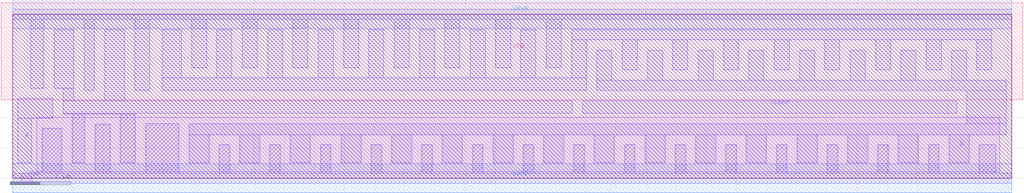
<source format=lef>
# Copyright 2020 The SkyWater PDK Authors
#
# Licensed under the Apache License, Version 2.0 (the "License");
# you may not use this file except in compliance with the License.
# You may obtain a copy of the License at
#
#     https://www.apache.org/licenses/LICENSE-2.0
#
# Unless required by applicable law or agreed to in writing, software
# distributed under the License is distributed on an "AS IS" BASIS,
# WITHOUT WARRANTIES OR CONDITIONS OF ANY KIND, either express or implied.
# See the License for the specific language governing permissions and
# limitations under the License.
#
# SPDX-License-Identifier: Apache-2.0

VERSION 5.7 ;

BUSBITCHARS "[]" ;
DIVIDERCHAR "/" ;

UNITS
  TIME NANOSECONDS 1 ;
  CAPACITANCE PICOFARADS 1 ;
  RESISTANCE OHMS 1 ;
  DATABASE MICRONS 1000 ;
END UNITS

MANUFACTURINGGRID 0.005 ;
USEMINSPACING OBS OFF ;

PROPERTYDEFINITIONS
  LAYER LEF58_TYPE STRING ;
END PROPERTYDEFINITIONS

# High density, single height
SITE unithd
  SYMMETRY Y ;
  CLASS CORE ;
  SIZE 0.46 BY 2.72 ;
END unithd

# High density, double height
SITE unithddbl
  SYMMETRY Y ;
  CLASS CORE ;
  SIZE 0.46 BY 5.44 ;
END unithddbl

LAYER nwell
  TYPE MASTERSLICE ;
  PROPERTY LEF58_TYPE "TYPE NWELL ;" ;
END nwell

LAYER pwell
  TYPE MASTERSLICE ;
  PROPERTY LEF58_TYPE "TYPE PWELL ;" ;
END pwell

LAYER li1
  TYPE ROUTING ;
  DIRECTION VERTICAL ;

  PITCH 0.46 0.34 ;
  OFFSET 0.23 0.17 ;

  WIDTH 0.17 ;          # LI 1
  # SPACING  0.17 ;     # LI 2
  SPACINGTABLE
     PARALLELRUNLENGTH 0
     WIDTH 0 0.17 ;
  AREA 0.0561 ;         # LI 6
  THICKNESS 0.1 ;
  EDGECAPACITANCE 40.697E-6 ;
  CAPACITANCE CPERSQDIST 36.9866E-6 ;
  RESISTANCE RPERSQ 17.0 ;

  ANTENNAMODEL OXIDE1 ;
  ANTENNADIFFSIDEAREARATIO PWL ( ( 0 75 ) ( 0.0125 75 ) ( 0.0225 85.125 ) ( 22.5 10200 ) ) ;
END li1

LAYER mcon
  TYPE CUT ;

  WIDTH 0.17 ;                # Mcon 1
  SPACING 0.19 ;              # Mcon 2
  ENCLOSURE BELOW 0 0 ;       # Mcon 4
  ENCLOSURE ABOVE 0.03 0.06 ; # Met1 4 / Met1 5
  RESISTANCE 23.0 ;

  ANTENNADIFFAREARATIO PWL ( ( 0 3 ) ( 0.0125 3 ) ( 0.0225 3.405 ) ( 22.5 408 ) ) ;
  DCCURRENTDENSITY AVERAGE 0.36 ; # mA per via Iavg_max at Tj = 90oC

END mcon

LAYER met1
  TYPE ROUTING ;
  DIRECTION HORIZONTAL ;

  PITCH 0.34 ;
  OFFSET 0.17 ;

  WIDTH 0.14 ;                     # Met1 1
  # SPACING 0.14 ;                 # Met1 2
  # SPACING 0.28 RANGE 3.001 100 ; # Met1 3b
  SPACINGTABLE
     PARALLELRUNLENGTH 0
     WIDTH 0 0.14
     WIDTH 3 0.28 ;
  AREA 0.083 ;                     # Met1 6
  THICKNESS 0.35 ;
  MINENCLOSEDAREA 0.14 ;

  ANTENNAMODEL OXIDE1 ;
  ANTENNADIFFSIDEAREARATIO PWL ( ( 0 400 ) ( 0.0125 400 ) ( 0.0225 2609 ) ( 22.5 11600 ) ) ;

  EDGECAPACITANCE 40.567E-6 ;
  CAPACITANCE CPERSQDIST 25.7784E-6 ;
  DCCURRENTDENSITY AVERAGE 2.8 ; # mA/um Iavg_max at Tj = 90oC
  ACCURRENTDENSITY RMS 6.1 ; # mA/um Irms_max at Tj = 90oC
  MAXIMUMDENSITY 70 ;
  DENSITYCHECKWINDOW 700 700 ;
  DENSITYCHECKSTEP 70 ;

  RESISTANCE RPERSQ 0.145 ;
END met1

LAYER via
  TYPE CUT ;
  WIDTH 0.15 ;                  # Via 1a
  SPACING 0.17 ;                # Via 2
  ENCLOSURE BELOW 0.055 0.085 ; # Via 4a / Via 5a
  ENCLOSURE ABOVE 0.055 0.085 ; # Met2 4 / Met2 5
  RESISTANCE 15.0 ;

  ANTENNADIFFAREARATIO PWL ( ( 0 6 ) ( 0.0125 6 ) ( 0.0225 6.81 ) ( 22.5 816 ) ) ;
  DCCURRENTDENSITY AVERAGE 0.29 ; # mA per via Iavg_max at Tj = 90oC
END via

LAYER met2
  TYPE ROUTING ;
  DIRECTION VERTICAL ;

  PITCH 0.46 ;
  OFFSET 0.23 ;

  WIDTH 0.14 ;                        # Met2 1
  # SPACING  0.14 ;                   # Met2 2
  # SPACING  0.28 RANGE 3.001 100 ;   # Met2 3b
  SPACINGTABLE
     PARALLELRUNLENGTH 0
     WIDTH 0 0.14
     WIDTH 3 0.28 ;
  AREA 0.0676 ;                       # Met2 6
  THICKNESS 0.35 ;
  MINENCLOSEDAREA 0.14 ;

  EDGECAPACITANCE 37.759E-6 ;
  CAPACITANCE CPERSQDIST 16.9423E-6 ;
  RESISTANCE RPERSQ 0.145 ;
  DCCURRENTDENSITY AVERAGE 2.8 ; # mA/um Iavg_max at Tj = 90oC
  ACCURRENTDENSITY RMS 6.1 ; # mA/um Irms_max at Tj = 90oC

  ANTENNAMODEL OXIDE1 ;
  ANTENNADIFFSIDEAREARATIO PWL ( ( 0 400 ) ( 0.0125 400 ) ( 0.0225 2609 ) ( 22.5 11600 ) ) ;

  MAXIMUMDENSITY 70 ;
  DENSITYCHECKWINDOW 700 700 ;
  DENSITYCHECKSTEP 70 ;
END met2

# ******** Layer via2, type routing, number 44 **************
LAYER via2
  TYPE CUT ;
  WIDTH 0.2 ;                   # Via2 1
  SPACING 0.2 ;                 # Via2 2
  ENCLOSURE BELOW 0.04 0.085 ;  # Via2 4
  ENCLOSURE ABOVE 0.065 0.065 ; # Met3 4
  RESISTANCE 8.0 ;
  ANTENNADIFFAREARATIO PWL ( ( 0 6 ) ( 0.0125 6 ) ( 0.0225 6.81 ) ( 22.5 816 ) ) ;
  DCCURRENTDENSITY AVERAGE 0.48 ; # mA per via Iavg_max at Tj = 90oC
END via2

LAYER met3
  TYPE ROUTING ;
  DIRECTION HORIZONTAL ;

  PITCH 0.68 ;
  OFFSET 0.34 ;

  WIDTH 0.3 ;              # Met3 1
  # SPACING 0.3 ;          # Met3 2
  SPACINGTABLE
     PARALLELRUNLENGTH 0
     WIDTH 0 0.3
     WIDTH 3 0.4 ;
  AREA 0.24 ;              # Met3 6
  THICKNESS 0.8 ;

  EDGECAPACITANCE 40.989E-6 ;
  CAPACITANCE CPERSQDIST 12.3729E-6 ;
  RESISTANCE RPERSQ 0.056 ;
  DCCURRENTDENSITY AVERAGE 6.8 ; # mA/um Iavg_max at Tj = 90oC
  ACCURRENTDENSITY RMS 14.9 ; # mA/um Irms_max at Tj = 90oC

  ANTENNAMODEL OXIDE1 ;
  ANTENNADIFFSIDEAREARATIO PWL ( ( 0 400 ) ( 0.0125 400 ) ( 0.0225 2609 ) ( 22.5 11600 ) ) ;

  MAXIMUMDENSITY 70 ;
  DENSITYCHECKWINDOW 700 700 ;
  DENSITYCHECKSTEP 70 ;
END met3

LAYER via3
  TYPE CUT ;
  WIDTH 0.2 ;                   # Via3 1
  SPACING 0.2 ;                 # Via3 2
  ENCLOSURE BELOW 0.06 0.09 ;   # Via3 4 / Via3 5
  ENCLOSURE ABOVE 0.065 0.065 ; # Met4 3
  RESISTANCE 8.0 ;
  ANTENNADIFFAREARATIO PWL ( ( 0 6 ) ( 0.0125 6 ) ( 0.0225 6.81 ) ( 22.5 816 ) ) ;
  DCCURRENTDENSITY AVERAGE 0.48 ; # mA per via Iavg_max at Tj = 90oC
END via3

LAYER met4
  TYPE ROUTING ;
  DIRECTION VERTICAL ;

  PITCH 0.92 ;
  OFFSET 0.46 ;

  WIDTH 0.3 ;             # Met4 1
  # SPACING  0.3 ;             # Met4 2
  SPACINGTABLE
     PARALLELRUNLENGTH 0
     WIDTH 0 0.3
     WIDTH 3 0.4 ;
  AREA 0.24 ;            # Met4 4a

  THICKNESS 0.8 ;

  EDGECAPACITANCE 36.676E-6 ;
  CAPACITANCE CPERSQDIST 8.41537E-6 ;
  RESISTANCE RPERSQ 0.056 ;
  DCCURRENTDENSITY AVERAGE 6.8 ; # mA/um Iavg_max at Tj = 90oC
  ACCURRENTDENSITY RMS 14.9 ; # mA/um Irms_max at Tj = 90oC

  ANTENNAMODEL OXIDE1 ;
  ANTENNADIFFSIDEAREARATIO PWL ( ( 0 400 ) ( 0.0125 400 ) ( 0.0225 2609 ) ( 22.5 11600 ) ) ;

  MAXIMUMDENSITY 70 ;
  DENSITYCHECKWINDOW 700 700 ;
  DENSITYCHECKSTEP 70 ;
END met4

LAYER via4
  TYPE CUT ;

  WIDTH 0.8 ;                 # Via4 1
  SPACING 0.8 ;               # Via4 2
  ENCLOSURE BELOW 0.19 0.19 ; # Via4 4
  ENCLOSURE ABOVE 0.31 0.31 ; # Met5 3
  RESISTANCE 0.891 ;
  ANTENNADIFFAREARATIO PWL ( ( 0 6 ) ( 0.0125 6 ) ( 0.0225 6.81 ) ( 22.5 816 ) ) ;
  DCCURRENTDENSITY AVERAGE 2.49 ; # mA per via Iavg_max at Tj = 90oC
END via4

LAYER met5
  TYPE ROUTING ;
  DIRECTION HORIZONTAL ;

  PITCH 3.4 ;
  OFFSET 1.7 ;

  WIDTH 1.6 ;            # Met5 1
  #SPACING  1.6 ;        # Met5 2
  SPACINGTABLE
     PARALLELRUNLENGTH 0
     WIDTH 0 1.6 ;
  AREA 4 ;               # Met5 4

  THICKNESS 1.2 ;

  EDGECAPACITANCE 38.851E-6 ;
  CAPACITANCE CPERSQDIST 6.32063E-6 ;
  RESISTANCE RPERSQ 0.0358 ;
  DCCURRENTDENSITY AVERAGE 10.17 ; # mA/um Iavg_max at Tj = 90oC
  ACCURRENTDENSITY RMS 22.34 ; # mA/um Irms_max at Tj = 90oC

  ANTENNAMODEL OXIDE1 ;
  ANTENNADIFFSIDEAREARATIO PWL ( ( 0 400 ) ( 0.0125 400 ) ( 0.0225 2609 ) ( 22.5 11600 ) ) ;
END met5


### Routing via cells section   ###
# Plus via rule, metals are along the prefered direction
VIA L1M1_PR DEFAULT
  LAYER mcon ;
  RECT -0.085 -0.085 0.085 0.085 ;
  LAYER li1 ;
  RECT -0.085 -0.085 0.085 0.085 ;
  LAYER met1 ;
  RECT -0.145 -0.115 0.145 0.115 ;
END L1M1_PR

VIARULE L1M1_PR GENERATE
  LAYER li1 ;
  ENCLOSURE 0 0 ;
  LAYER met1 ;
  ENCLOSURE 0.06 0.03 ;
  LAYER mcon ;
  RECT -0.085 -0.085 0.085 0.085 ;
  SPACING 0.36 BY 0.36 ;
END L1M1_PR

# Plus via rule, metals are along the non prefered direction
VIA L1M1_PR_R DEFAULT
  LAYER mcon ;
  RECT -0.085 -0.085 0.085 0.085 ;
  LAYER li1 ;
  RECT -0.085 -0.085 0.085 0.085 ;
  LAYER met1 ;
  RECT -0.115 -0.145 0.115 0.145 ;
END L1M1_PR_R

VIARULE L1M1_PR_R GENERATE
  LAYER li1 ;
  ENCLOSURE 0 0 ;
  LAYER met1 ;
  ENCLOSURE 0.03 0.06 ;
  LAYER mcon ;
  RECT -0.085 -0.085 0.085 0.085 ;
  SPACING 0.36 BY 0.36 ;
END L1M1_PR_R

# Minus via rule, lower layer metal is along prefered direction
VIA L1M1_PR_M DEFAULT
  LAYER mcon ;
  RECT -0.085 -0.085 0.085 0.085 ;
  LAYER li1 ;
  RECT -0.085 -0.085 0.085 0.085 ;
  LAYER met1 ;
  RECT -0.115 -0.145 0.115 0.145 ;
END L1M1_PR_M

VIARULE L1M1_PR_M GENERATE
  LAYER li1 ;
  ENCLOSURE 0 0 ;
  LAYER met1 ;
  ENCLOSURE 0.03 0.06 ;
  LAYER mcon ;
  RECT -0.085 -0.085 0.085 0.085 ;
  SPACING 0.36 BY 0.36 ;
END L1M1_PR_M

# Minus via rule, upper layer metal is along prefered direction
VIA L1M1_PR_MR DEFAULT
  LAYER mcon ;
  RECT -0.085 -0.085 0.085 0.085 ;
  LAYER li1 ;
  RECT -0.085 -0.085 0.085 0.085 ;
  LAYER met1 ;
  RECT -0.145 -0.115 0.145 0.115 ;
END L1M1_PR_MR

VIARULE L1M1_PR_MR GENERATE
  LAYER li1 ;
  ENCLOSURE 0 0 ;
  LAYER met1 ;
  ENCLOSURE 0.06 0.03 ;
  LAYER mcon ;
  RECT -0.085 -0.085 0.085 0.085 ;
  SPACING 0.36 BY 0.36 ;
END L1M1_PR_MR

# Centered via rule, we really do not want to use it
VIA L1M1_PR_C DEFAULT
  LAYER mcon ;
  RECT -0.085 -0.085 0.085 0.085 ;
  LAYER li1 ;
  RECT -0.085 -0.085 0.085 0.085 ;
  LAYER met1 ;
  RECT -0.145 -0.145 0.145 0.145 ;
END L1M1_PR_C

VIARULE L1M1_PR_C GENERATE
  LAYER li1 ;
  ENCLOSURE 0 0 ;
  LAYER met1 ;
  ENCLOSURE 0.06 0.06 ;
  LAYER mcon ;
  RECT -0.085 -0.085 0.085 0.085 ;
  SPACING 0.36 BY 0.36 ;
END L1M1_PR_C

# Plus via rule, metals are along the prefered direction
VIA M1M2_PR DEFAULT
  LAYER via ;
  RECT -0.075 -0.075 0.075 0.075 ;
  LAYER met1 ;
  RECT -0.16 -0.13 0.16 0.13 ;
  LAYER met2 ;
  RECT -0.13 -0.16 0.13 0.16 ;
END M1M2_PR

VIARULE M1M2_PR GENERATE
  LAYER met1 ;
  ENCLOSURE 0.085 0.055 ;
  LAYER met2 ;
  ENCLOSURE 0.055 0.085 ;
  LAYER via ;
  RECT -0.075 -0.075 0.075 0.075 ;
  SPACING 0.32 BY 0.32 ;
END M1M2_PR

# Plus via rule, metals are along the non prefered direction
VIA M1M2_PR_R DEFAULT
  LAYER via ;
  RECT -0.075 -0.075 0.075 0.075 ;
  LAYER met1 ;
  RECT -0.13 -0.16 0.13 0.16 ;
  LAYER met2 ;
  RECT -0.16 -0.13 0.16 0.13 ;
END M1M2_PR_R

VIARULE M1M2_PR_R GENERATE
  LAYER met1 ;
  ENCLOSURE 0.055 0.085 ;
  LAYER met2 ;
  ENCLOSURE 0.085 0.055 ;
  LAYER via ;
  RECT -0.075 -0.075 0.075 0.075 ;
  SPACING 0.32 BY 0.32 ;
END M1M2_PR_R

# Minus via rule, lower layer metal is along prefered direction
VIA M1M2_PR_M DEFAULT
  LAYER via ;
  RECT -0.075 -0.075 0.075 0.075 ;
  LAYER met1 ;
  RECT -0.16 -0.13 0.16 0.13 ;
  LAYER met2 ;
  RECT -0.16 -0.13 0.16 0.13 ;
END M1M2_PR_M

VIARULE M1M2_PR_M GENERATE
  LAYER met1 ;
  ENCLOSURE 0.085 0.055 ;
  LAYER met2 ;
  ENCLOSURE 0.085 0.055 ;
  LAYER via ;
  RECT -0.075 -0.075 0.075 0.075 ;
  SPACING 0.32 BY 0.32 ;
END M1M2_PR_M

# Minus via rule, upper layer metal is along prefered direction
VIA M1M2_PR_MR DEFAULT
  LAYER via ;
  RECT -0.075 -0.075 0.075 0.075 ;
  LAYER met1 ;
  RECT -0.13 -0.16 0.13 0.16 ;
  LAYER met2 ;
  RECT -0.13 -0.16 0.13 0.16 ;
END M1M2_PR_MR

VIARULE M1M2_PR_MR GENERATE
  LAYER met1 ;
  ENCLOSURE 0.055 0.085 ;
  LAYER met2 ;
  ENCLOSURE 0.055 0.085 ;
  LAYER via ;
  RECT -0.075 -0.075 0.075 0.075 ;
  SPACING 0.32 BY 0.32 ;
END M1M2_PR_MR

# Centered via rule, we really do not want to use it
VIA M1M2_PR_C DEFAULT
  LAYER via ;
  RECT -0.075 -0.075 0.075 0.075 ;
  LAYER met1 ;
  RECT -0.16 -0.16 0.16 0.16 ;
  LAYER met2 ;
  RECT -0.16 -0.16 0.16 0.16 ;
END M1M2_PR_C

VIARULE M1M2_PR_C GENERATE
  LAYER met1 ;
  ENCLOSURE 0.085 0.085 ;
  LAYER met2 ;
  ENCLOSURE 0.085 0.085 ;
  LAYER via ;
  RECT -0.075 -0.075 0.075 0.075 ;
  SPACING 0.32 BY 0.32 ;
END M1M2_PR_C

# Plus via rule, metals are along the prefered direction
VIA M2M3_PR DEFAULT
  LAYER via2 ;
  RECT -0.1 -0.1 0.1 0.1 ;
  LAYER met2 ;
  RECT -0.14 -0.185 0.14 0.185 ;
  LAYER met3 ;
  RECT -0.165 -0.165 0.165 0.165 ;
END M2M3_PR

VIARULE M2M3_PR GENERATE
  LAYER met2 ;
  ENCLOSURE 0.04 0.085 ;
  LAYER met3 ;
  ENCLOSURE 0.065 0.065 ;
  LAYER via2 ;
  RECT -0.1 -0.1 0.1 0.1 ;
  SPACING 0.4 BY 0.4 ;
END M2M3_PR

# Plus via rule, metals are along the non prefered direction
VIA M2M3_PR_R DEFAULT
  LAYER via2 ;
  RECT -0.1 -0.1 0.1 0.1 ;
  LAYER met2 ;
  RECT -0.185 -0.14 0.185 0.14 ;
  LAYER met3 ;
  RECT -0.165 -0.165 0.165 0.165 ;
END M2M3_PR_R

VIARULE M2M3_PR_R GENERATE
  LAYER met2 ;
  ENCLOSURE 0.085 0.04 ;
  LAYER met3 ;
  ENCLOSURE 0.065 0.065 ;
  LAYER via2 ;
  RECT -0.1 -0.1 0.1 0.1 ;
  SPACING 0.4 BY 0.4 ;
END M2M3_PR_R

# Minus via rule, lower layer metal is along prefered direction
VIA M2M3_PR_M DEFAULT
  LAYER via2 ;
  RECT -0.1 -0.1 0.1 0.1 ;
  LAYER met2 ;
  RECT -0.14 -0.185 0.14 0.185 ;
  LAYER met3 ;
  RECT -0.165 -0.165 0.165 0.165 ;
END M2M3_PR_M

VIARULE M2M3_PR_M GENERATE
  LAYER met2 ;
  ENCLOSURE 0.04 0.085 ;
  LAYER met3 ;
  ENCLOSURE 0.065 0.065 ;
  LAYER via2 ;
  RECT -0.1 -0.1 0.1 0.1 ;
  SPACING 0.4 BY 0.4 ;
END M2M3_PR_M

# Minus via rule, upper layer metal is along prefered direction
VIA M2M3_PR_MR DEFAULT
  LAYER via2 ;
  RECT -0.1 -0.1 0.1 0.1 ;
  LAYER met2 ;
  RECT -0.185 -0.14 0.185 0.14 ;
  LAYER met3 ;
  RECT -0.165 -0.165 0.165 0.165 ;
END M2M3_PR_MR

VIARULE M2M3_PR_MR GENERATE
  LAYER met2 ;
  ENCLOSURE 0.085 0.04 ;
  LAYER met3 ;
  ENCLOSURE 0.065 0.065 ;
  LAYER via2 ;
  RECT -0.1 -0.1 0.1 0.1 ;
  SPACING 0.4 BY 0.4 ;
END M2M3_PR_MR

# Centered via rule, we really do not want to use it
VIA M2M3_PR_C DEFAULT
  LAYER via2 ;
  RECT -0.1 -0.1 0.1 0.1 ;
  LAYER met2 ;
  RECT -0.185 -0.185 0.185 0.185 ;
  LAYER met3 ;
  RECT -0.165 -0.165 0.165 0.165 ;
END M2M3_PR_C

VIARULE M2M3_PR_C GENERATE
  LAYER met2 ;
  ENCLOSURE 0.085 0.085 ;
  LAYER met3 ;
  ENCLOSURE 0.065 0.065 ;
  LAYER via2 ;
  RECT -0.1 -0.1 0.1 0.1 ;
  SPACING 0.4 BY 0.4 ;
END M2M3_PR_C

# Plus via rule, metals are along the prefered direction
VIA M3M4_PR DEFAULT
  LAYER via3 ;
  RECT -0.1 -0.1 0.1 0.1 ;
  LAYER met3 ;
  RECT -0.19 -0.16 0.19 0.16 ;
  LAYER met4 ;
  RECT -0.165 -0.165 0.165 0.165 ;
END M3M4_PR

VIARULE M3M4_PR GENERATE
  LAYER met3 ;
  ENCLOSURE 0.09 0.06 ;
  LAYER met4 ;
  ENCLOSURE 0.065 0.065 ;
  LAYER via3 ;
  RECT -0.1 -0.1 0.1 0.1 ;
  SPACING 0.4 BY 0.4 ;
END M3M4_PR

# Plus via rule, metals are along the non prefered direction
VIA M3M4_PR_R DEFAULT
  LAYER via3 ;
  RECT -0.1 -0.1 0.1 0.1 ;
  LAYER met3 ;
  RECT -0.16 -0.19 0.16 0.19 ;
  LAYER met4 ;
  RECT -0.165 -0.165 0.165 0.165 ;
END M3M4_PR_R

VIARULE M3M4_PR_R GENERATE
  LAYER met3 ;
  ENCLOSURE 0.06 0.09 ;
  LAYER met4 ;
  ENCLOSURE 0.065 0.065 ;
  LAYER via3 ;
  RECT -0.1 -0.1 0.1 0.1 ;
  SPACING 0.4 BY 0.4 ;
END M3M4_PR_R

# Minus via rule, lower layer metal is along prefered direction
VIA M3M4_PR_M DEFAULT
  LAYER via3 ;
  RECT -0.1 -0.1 0.1 0.1 ;
  LAYER met3 ;
  RECT -0.19 -0.16 0.19 0.16 ;
  LAYER met4 ;
  RECT -0.165 -0.165 0.165 0.165 ;
END M3M4_PR_M

VIARULE M3M4_PR_M GENERATE
  LAYER met3 ;
  ENCLOSURE 0.09 0.06 ;
  LAYER met4 ;
  ENCLOSURE 0.065 0.065 ;
  LAYER via3 ;
  RECT -0.1 -0.1 0.1 0.1 ;
  SPACING 0.4 BY 0.4 ;
END M3M4_PR_M

# Minus via rule, upper layer metal is along prefered direction
VIA M3M4_PR_MR DEFAULT
  LAYER via3 ;
  RECT -0.1 -0.1 0.1 0.1 ;
  LAYER met3 ;
  RECT -0.16 -0.19 0.16 0.19 ;
  LAYER met4 ;
  RECT -0.165 -0.165 0.165 0.165 ;
END M3M4_PR_MR

VIARULE M3M4_PR_MR GENERATE
  LAYER met3 ;
  ENCLOSURE 0.06 0.09 ;
  LAYER met4 ;
  ENCLOSURE 0.065 0.065 ;
  LAYER via3 ;
  RECT -0.1 -0.1 0.1 0.1 ;
  SPACING 0.4 BY 0.4 ;
END M3M4_PR_MR

# Centered via rule, we really do not want to use it
VIA M3M4_PR_C DEFAULT
  LAYER via3 ;
  RECT -0.1 -0.1 0.1 0.1 ;
  LAYER met3 ;
  RECT -0.19 -0.19 0.19 0.19 ;
  LAYER met4 ;
  RECT -0.165 -0.165 0.165 0.165 ;
END M3M4_PR_C

VIARULE M3M4_PR_C GENERATE
  LAYER met3 ;
  ENCLOSURE 0.09 0.09 ;
  LAYER met4 ;
  ENCLOSURE 0.065 0.065 ;
  LAYER via3 ;
  RECT -0.1 -0.1 0.1 0.1 ;
  SPACING 0.4 BY 0.4 ;
END M3M4_PR_C

# Plus via rule, metals are along the prefered direction
VIA M4M5_PR DEFAULT
  LAYER via4 ;
  RECT -0.4 -0.4 0.4 0.4 ;
  LAYER met4 ;
  RECT -0.59 -0.59 0.59 0.59 ;
  LAYER met5 ;
  RECT -0.71 -0.71 0.71 0.71 ;
END M4M5_PR

VIARULE M4M5_PR GENERATE
  LAYER met4 ;
  ENCLOSURE 0.19 0.19 ;
  LAYER met5 ;
  ENCLOSURE 0.31 0.31 ;
  LAYER via4 ;
  RECT -0.4 -0.4 0.4 0.4 ;
  SPACING 1.6 BY 1.6 ;
END M4M5_PR

# Plus via rule, metals are along the non prefered direction
VIA M4M5_PR_R DEFAULT
  LAYER via4 ;
  RECT -0.4 -0.4 0.4 0.4 ;
  LAYER met4 ;
  RECT -0.59 -0.59 0.59 0.59 ;
  LAYER met5 ;
  RECT -0.71 -0.71 0.71 0.71 ;
END M4M5_PR_R

VIARULE M4M5_PR_R GENERATE
  LAYER met4 ;
  ENCLOSURE 0.19 0.19 ;
  LAYER met5 ;
  ENCLOSURE 0.31 0.31 ;
  LAYER via4 ;
  RECT -0.4 -0.4 0.4 0.4 ;
  SPACING 1.6 BY 1.6 ;
END M4M5_PR_R

# Minus via rule, lower layer metal is along prefered direction
VIA M4M5_PR_M DEFAULT
  LAYER via4 ;
  RECT -0.4 -0.4 0.4 0.4 ;
  LAYER met4 ;
  RECT -0.59 -0.59 0.59 0.59 ;
  LAYER met5 ;
  RECT -0.71 -0.71 0.71 0.71 ;
END M4M5_PR_M

VIARULE M4M5_PR_M GENERATE
  LAYER met4 ;
  ENCLOSURE 0.19 0.19 ;
  LAYER met5 ;
  ENCLOSURE 0.31 0.31 ;
  LAYER via4 ;
  RECT -0.4 -0.4 0.4 0.4 ;
  SPACING 1.6 BY 1.6 ;
END M4M5_PR_M

# Minus via rule, upper layer metal is along prefered direction
VIA M4M5_PR_MR DEFAULT
  LAYER via4 ;
  RECT -0.4 -0.4 0.4 0.4 ;
  LAYER met4 ;
  RECT -0.59 -0.59 0.59 0.59 ;
  LAYER met5 ;
  RECT -0.71 -0.71 0.71 0.71 ;
END M4M5_PR_MR

VIARULE M4M5_PR_MR GENERATE
  LAYER met4 ;
  ENCLOSURE 0.19 0.19 ;
  LAYER met5 ;
  ENCLOSURE 0.31 0.31 ;
  LAYER via4 ;
  RECT -0.4 -0.4 0.4 0.4 ;
  SPACING 1.6 BY 1.6 ;
END M4M5_PR_MR

# Centered via rule, we really do not want to use it
VIA M4M5_PR_C DEFAULT
  LAYER via4 ;
  RECT -0.4 -0.4 0.4 0.4 ;
  LAYER met4 ;
  RECT -0.59 -0.59 0.59 0.59 ;
  LAYER met5 ;
  RECT -0.71 -0.71 0.71 0.71 ;
END M4M5_PR_C

VIARULE M4M5_PR_C GENERATE
  LAYER met4 ;
  ENCLOSURE 0.19 0.19 ;
  LAYER met5 ;
  ENCLOSURE 0.31 0.31 ;
  LAYER via4 ;
  RECT -0.4 -0.4 0.4 0.4 ;
  SPACING 1.6 BY 1.6 ;
END M4M5_PR_C
###  end of single via cells   ###


MACRO sky130_fd_sc_hd__a2bb2o_1
  CLASS CORE ;
  FOREIGN sky130_fd_sc_hd__a2bb2o_1 ;
  ORIGIN 0.000 0.000 ;
  SIZE 3.680 BY 2.720 ;
  SYMMETRY X Y R90 ;
  SITE unithd ;
  PIN A1_N
    DIRECTION INPUT ;
    USE SIGNAL ;
    ANTENNAGATEAREA 0.126000 ;
    PORT
      LAYER li1 ;
        RECT 0.910 0.995 1.240 1.615 ;
    END
  END A1_N
  PIN A2_N
    DIRECTION INPUT ;
    USE SIGNAL ;
    ANTENNAGATEAREA 0.126000 ;
    PORT
      LAYER li1 ;
        RECT 1.410 0.995 1.700 1.375 ;
    END
  END A2_N
  PIN B1
    DIRECTION INPUT ;
    USE SIGNAL ;
    ANTENNAGATEAREA 0.126000 ;
    PORT
      LAYER li1 ;
        RECT 3.280 0.765 3.540 1.655 ;
    END
  END B1
  PIN B2
    DIRECTION INPUT ;
    USE SIGNAL ;
    ANTENNAGATEAREA 0.126000 ;
    PORT
      LAYER li1 ;
        RECT 2.600 1.355 3.080 1.655 ;
        RECT 2.820 0.765 3.080 1.355 ;
    END
  END B2
  PIN VGND
    DIRECTION INOUT ;
    USE GROUND ;
    SHAPE ABUTMENT ;
    PORT
      LAYER met1 ;
        RECT 0.000 -0.240 3.680 0.240 ;
    END
  END VGND
  PIN VNB
    DIRECTION INOUT ;
    USE GROUND ;
    PORT
      LAYER pwell ;
        RECT 0.005 0.785 0.925 1.015 ;
        RECT 0.005 0.105 3.590 0.785 ;
        RECT 0.150 -0.085 0.320 0.105 ;
    END
  END VNB
  PIN VPB
    DIRECTION INOUT ;
    USE POWER ;
    PORT
      LAYER nwell ;
        RECT -0.190 1.305 3.870 2.910 ;
    END
  END VPB
  PIN VPWR
    DIRECTION INOUT ;
    USE POWER ;
    SHAPE ABUTMENT ;
    PORT
      LAYER met1 ;
        RECT 0.000 2.480 3.680 2.960 ;
    END
  END VPWR
  PIN X
    DIRECTION OUTPUT ;
    USE SIGNAL ;
    ANTENNADIFFAREA 0.429000 ;
    PORT
      LAYER li1 ;
        RECT 0.085 1.525 0.345 2.465 ;
        RECT 0.085 0.810 0.260 1.525 ;
        RECT 0.085 0.255 0.345 0.810 ;
    END
  END X
  OBS
      LAYER li1 ;
        RECT 0.000 2.635 3.680 2.805 ;
        RECT 0.515 2.235 0.845 2.635 ;
        RECT 1.990 2.370 2.245 2.465 ;
        RECT 1.105 2.200 2.245 2.370 ;
        RECT 2.415 2.255 2.745 2.425 ;
        RECT 1.105 1.975 1.275 2.200 ;
        RECT 0.515 1.805 1.275 1.975 ;
        RECT 1.990 2.065 2.245 2.200 ;
        RECT 0.515 1.325 0.685 1.805 ;
        RECT 1.540 1.715 1.710 1.905 ;
        RECT 1.990 1.895 2.400 2.065 ;
        RECT 1.540 1.545 2.060 1.715 ;
        RECT 0.430 0.995 0.685 1.325 ;
        RECT 1.890 0.825 2.060 1.545 ;
        RECT 1.180 0.655 2.060 0.825 ;
        RECT 2.230 0.870 2.400 1.895 ;
        RECT 2.575 2.005 2.745 2.255 ;
        RECT 2.915 2.175 3.165 2.635 ;
        RECT 3.335 2.005 3.515 2.465 ;
        RECT 2.575 1.835 3.515 2.005 ;
        RECT 2.230 0.700 2.580 0.870 ;
        RECT 0.515 0.085 0.945 0.530 ;
        RECT 1.180 0.255 1.350 0.655 ;
        RECT 1.520 0.085 2.240 0.485 ;
        RECT 2.410 0.255 2.580 0.700 ;
        RECT 3.155 0.085 3.555 0.595 ;
        RECT 0.000 -0.085 3.680 0.085 ;
  END
END sky130_fd_sc_hd__a2bb2o_1
MACRO sky130_fd_sc_hd__a2bb2o_2
  CLASS CORE ;
  FOREIGN sky130_fd_sc_hd__a2bb2o_2 ;
  ORIGIN 0.000 0.000 ;
  SIZE 4.140 BY 2.720 ;
  SYMMETRY X Y R90 ;
  SITE unithd ;
  PIN A1_N
    DIRECTION INPUT ;
    USE SIGNAL ;
    ANTENNAGATEAREA 0.159000 ;
    PORT
      LAYER li1 ;
        RECT 1.345 0.995 1.675 1.615 ;
    END
  END A1_N
  PIN A2_N
    DIRECTION INPUT ;
    USE SIGNAL ;
    ANTENNAGATEAREA 0.159000 ;
    PORT
      LAYER li1 ;
        RECT 1.845 0.995 2.135 1.375 ;
    END
  END A2_N
  PIN B1
    DIRECTION INPUT ;
    USE SIGNAL ;
    ANTENNAGATEAREA 0.159000 ;
    PORT
      LAYER li1 ;
        RECT 3.730 0.765 3.990 1.655 ;
    END
  END B1
  PIN B2
    DIRECTION INPUT ;
    USE SIGNAL ;
    ANTENNAGATEAREA 0.159000 ;
    PORT
      LAYER li1 ;
        RECT 3.050 1.355 3.530 1.655 ;
        RECT 3.270 0.765 3.530 1.355 ;
    END
  END B2
  PIN VGND
    DIRECTION INOUT ;
    USE GROUND ;
    SHAPE ABUTMENT ;
    PORT
      LAYER met1 ;
        RECT 0.000 -0.240 4.140 0.240 ;
    END
  END VGND
  PIN VNB
    DIRECTION INOUT ;
    USE GROUND ;
    PORT
      LAYER pwell ;
        RECT 0.015 0.785 1.360 1.015 ;
        RECT 0.015 0.105 4.040 0.785 ;
        RECT 0.125 -0.085 0.295 0.105 ;
    END
  END VNB
  PIN VPB
    DIRECTION INOUT ;
    USE POWER ;
    PORT
      LAYER nwell ;
        RECT -0.190 1.305 4.330 2.910 ;
    END
  END VPB
  PIN VPWR
    DIRECTION INOUT ;
    USE POWER ;
    SHAPE ABUTMENT ;
    PORT
      LAYER met1 ;
        RECT 0.000 2.480 4.140 2.960 ;
    END
  END VPWR
  PIN X
    DIRECTION OUTPUT ;
    USE SIGNAL ;
    ANTENNADIFFAREA 0.445500 ;
    PORT
      LAYER li1 ;
        RECT 0.525 1.525 0.780 2.465 ;
        RECT 0.525 0.810 0.695 1.525 ;
        RECT 0.525 0.255 0.780 0.810 ;
    END
  END X
  OBS
      LAYER li1 ;
        RECT 0.000 2.635 4.140 2.805 ;
        RECT 0.185 1.445 0.355 2.635 ;
        RECT 0.950 2.235 1.280 2.635 ;
        RECT 2.500 2.370 2.670 2.465 ;
        RECT 1.540 2.200 2.670 2.370 ;
        RECT 2.875 2.255 3.205 2.425 ;
        RECT 1.540 1.975 1.710 2.200 ;
        RECT 0.950 1.805 1.710 1.975 ;
        RECT 2.440 2.065 2.670 2.200 ;
        RECT 0.950 1.325 1.120 1.805 ;
        RECT 1.975 1.715 2.145 1.905 ;
        RECT 2.440 1.895 2.850 2.065 ;
        RECT 1.975 1.545 2.510 1.715 ;
        RECT 0.865 0.995 1.120 1.325 ;
        RECT 0.185 0.085 0.355 0.930 ;
        RECT 2.340 0.825 2.510 1.545 ;
        RECT 1.615 0.655 2.510 0.825 ;
        RECT 2.680 0.870 2.850 1.895 ;
        RECT 3.035 2.005 3.205 2.255 ;
        RECT 3.375 2.175 3.625 2.635 ;
        RECT 3.795 2.005 3.965 2.465 ;
        RECT 3.035 1.835 3.965 2.005 ;
        RECT 2.680 0.700 3.030 0.870 ;
        RECT 0.950 0.085 1.380 0.530 ;
        RECT 1.615 0.255 1.785 0.655 ;
        RECT 1.955 0.085 2.690 0.485 ;
        RECT 2.860 0.255 3.030 0.700 ;
        RECT 3.605 0.085 4.005 0.595 ;
        RECT 0.000 -0.085 4.140 0.085 ;
  END
END sky130_fd_sc_hd__a2bb2o_2
MACRO sky130_fd_sc_hd__a2bb2o_4
  CLASS CORE ;
  FOREIGN sky130_fd_sc_hd__a2bb2o_4 ;
  ORIGIN 0.000 0.000 ;
  SIZE 7.360 BY 2.720 ;
  SYMMETRY X Y R90 ;
  SITE unithd ;
  PIN A1_N
    DIRECTION INPUT ;
    USE SIGNAL ;
    ANTENNAGATEAREA 0.495000 ;
    PORT
      LAYER li1 ;
        RECT 3.475 1.445 4.965 1.615 ;
        RECT 3.475 1.325 3.645 1.445 ;
        RECT 3.315 1.075 3.645 1.325 ;
        RECT 4.605 1.075 4.965 1.445 ;
    END
  END A1_N
  PIN A2_N
    DIRECTION INPUT ;
    USE SIGNAL ;
    ANTENNAGATEAREA 0.495000 ;
    PORT
      LAYER li1 ;
        RECT 3.815 1.075 4.435 1.275 ;
    END
  END A2_N
  PIN B1
    DIRECTION INPUT ;
    USE SIGNAL ;
    ANTENNAGATEAREA 0.495000 ;
    PORT
      LAYER li1 ;
        RECT 0.085 1.445 1.685 1.615 ;
        RECT 0.085 1.075 0.575 1.445 ;
        RECT 1.515 1.245 1.685 1.445 ;
        RECT 1.515 1.075 1.895 1.245 ;
    END
  END B1
  PIN B2
    DIRECTION INPUT ;
    USE SIGNAL ;
    ANTENNAGATEAREA 0.495000 ;
    PORT
      LAYER li1 ;
        RECT 0.805 1.075 1.345 1.275 ;
    END
  END B2
  PIN VGND
    DIRECTION INOUT ;
    USE GROUND ;
    SHAPE ABUTMENT ;
    PORT
      LAYER met1 ;
        RECT 0.000 -0.240 7.360 0.240 ;
    END
  END VGND
  PIN VNB
    DIRECTION INOUT ;
    USE GROUND ;
    PORT
      LAYER pwell ;
        RECT 0.005 0.105 6.915 1.015 ;
        RECT 0.150 -0.085 0.320 0.105 ;
    END
  END VNB
  PIN VPB
    DIRECTION INOUT ;
    USE POWER ;
    PORT
      LAYER nwell ;
        RECT -0.190 1.305 7.550 2.910 ;
    END
  END VPB
  PIN VPWR
    DIRECTION INOUT ;
    USE POWER ;
    SHAPE ABUTMENT ;
    PORT
      LAYER met1 ;
        RECT 0.000 2.480 7.360 2.960 ;
    END
  END VPWR
  PIN X
    DIRECTION OUTPUT ;
    USE SIGNAL ;
    ANTENNADIFFAREA 0.891000 ;
    PORT
      LAYER li1 ;
        RECT 5.275 1.955 5.525 2.465 ;
        RECT 6.115 1.955 6.365 2.465 ;
        RECT 5.275 1.785 6.365 1.955 ;
        RECT 6.115 1.655 6.365 1.785 ;
        RECT 6.115 1.415 6.920 1.655 ;
        RECT 6.610 0.905 6.920 1.415 ;
        RECT 5.235 0.725 6.920 0.905 ;
        RECT 5.235 0.275 5.565 0.725 ;
        RECT 6.075 0.275 6.405 0.725 ;
    END
  END X
  OBS
      LAYER li1 ;
        RECT 0.000 2.635 7.360 2.805 ;
        RECT 0.135 1.955 0.385 2.465 ;
        RECT 0.555 2.125 0.805 2.635 ;
        RECT 0.975 1.955 1.225 2.465 ;
        RECT 1.395 2.125 1.645 2.635 ;
        RECT 1.815 2.295 2.905 2.465 ;
        RECT 1.815 1.955 2.065 2.295 ;
        RECT 2.655 2.135 2.905 2.295 ;
        RECT 3.175 2.135 3.425 2.635 ;
        RECT 3.595 2.295 4.685 2.465 ;
        RECT 3.595 2.135 3.845 2.295 ;
        RECT 0.135 1.785 2.065 1.955 ;
        RECT 1.855 1.455 2.065 1.785 ;
        RECT 2.235 1.965 2.485 2.125 ;
        RECT 4.015 1.965 4.265 2.125 ;
        RECT 2.235 1.415 2.620 1.965 ;
        RECT 3.135 1.785 4.265 1.965 ;
        RECT 4.435 1.785 4.685 2.295 ;
        RECT 4.855 1.795 5.105 2.635 ;
        RECT 5.695 2.165 5.945 2.635 ;
        RECT 6.535 1.825 6.785 2.635 ;
        RECT 3.135 1.665 3.305 1.785 ;
        RECT 2.955 1.495 3.305 1.665 ;
        RECT 2.235 0.905 2.445 1.415 ;
        RECT 2.955 1.245 3.145 1.495 ;
        RECT 2.615 1.075 3.145 1.245 ;
        RECT 5.135 1.245 5.460 1.615 ;
        RECT 5.135 1.075 6.440 1.245 ;
        RECT 2.955 0.905 3.145 1.075 ;
        RECT 0.175 0.085 0.345 0.895 ;
        RECT 0.515 0.475 0.765 0.905 ;
        RECT 0.935 0.735 2.525 0.905 ;
        RECT 0.935 0.645 1.270 0.735 ;
        RECT 0.515 0.255 1.685 0.475 ;
        RECT 1.855 0.085 2.025 0.555 ;
        RECT 2.195 0.255 2.525 0.735 ;
        RECT 2.955 0.725 4.725 0.905 ;
        RECT 2.695 0.085 3.385 0.555 ;
        RECT 3.555 0.255 3.885 0.725 ;
        RECT 4.055 0.085 4.225 0.555 ;
        RECT 4.395 0.255 4.725 0.725 ;
        RECT 4.895 0.085 5.065 0.895 ;
        RECT 5.735 0.085 5.905 0.555 ;
        RECT 6.575 0.085 6.745 0.555 ;
        RECT 0.000 -0.085 7.360 0.085 ;
      LAYER met1 ;
        RECT 2.390 1.600 2.680 1.645 ;
        RECT 5.170 1.600 5.460 1.645 ;
        RECT 2.390 1.460 5.460 1.600 ;
        RECT 2.390 1.415 2.680 1.460 ;
        RECT 5.170 1.415 5.460 1.460 ;
  END
END sky130_fd_sc_hd__a2bb2o_4
MACRO sky130_fd_sc_hd__a2bb2oi_1
  CLASS CORE ;
  FOREIGN sky130_fd_sc_hd__a2bb2oi_1 ;
  ORIGIN 0.000 0.000 ;
  SIZE 3.220 BY 2.720 ;
  SYMMETRY X Y R90 ;
  SITE unithd ;
  PIN A1_N
    DIRECTION INPUT ;
    USE SIGNAL ;
    ANTENNAGATEAREA 0.247500 ;
    PORT
      LAYER li1 ;
        RECT 0.150 0.995 0.520 1.615 ;
    END
  END A1_N
  PIN A2_N
    DIRECTION INPUT ;
    USE SIGNAL ;
    ANTENNAGATEAREA 0.247500 ;
    PORT
      LAYER li1 ;
        RECT 0.725 1.010 1.240 1.275 ;
    END
  END A2_N
  PIN B1
    DIRECTION INPUT ;
    USE SIGNAL ;
    ANTENNAGATEAREA 0.247500 ;
    PORT
      LAYER li1 ;
        RECT 2.780 0.995 3.070 1.615 ;
    END
  END B1
  PIN B2
    DIRECTION INPUT ;
    USE SIGNAL ;
    ANTENNAGATEAREA 0.247500 ;
    PORT
      LAYER li1 ;
        RECT 2.245 0.995 2.610 1.615 ;
        RECT 2.440 0.425 2.610 0.995 ;
    END
  END B2
  PIN VGND
    DIRECTION INOUT ;
    USE GROUND ;
    SHAPE ABUTMENT ;
    PORT
      LAYER met1 ;
        RECT 0.000 -0.240 3.220 0.240 ;
    END
  END VGND
  PIN VNB
    DIRECTION INOUT ;
    USE GROUND ;
    PORT
      LAYER pwell ;
        RECT 0.005 0.105 3.215 1.015 ;
        RECT 0.145 -0.085 0.315 0.105 ;
    END
  END VNB
  PIN VPB
    DIRECTION INOUT ;
    USE POWER ;
    PORT
      LAYER nwell ;
        RECT -0.190 1.305 3.410 2.910 ;
    END
  END VPB
  PIN VPWR
    DIRECTION INOUT ;
    USE POWER ;
    SHAPE ABUTMENT ;
    PORT
      LAYER met1 ;
        RECT 0.000 2.480 3.220 2.960 ;
    END
  END VPWR
  PIN Y
    DIRECTION OUTPUT ;
    USE SIGNAL ;
    ANTENNADIFFAREA 0.515500 ;
    PORT
      LAYER li1 ;
        RECT 1.420 1.955 1.785 2.465 ;
        RECT 1.420 1.785 1.945 1.955 ;
        RECT 1.775 0.825 1.945 1.785 ;
        RECT 1.775 0.255 2.205 0.825 ;
    END
  END Y
  OBS
      LAYER li1 ;
        RECT 0.000 2.635 3.220 2.805 ;
        RECT 0.095 1.805 0.425 2.635 ;
        RECT 0.875 1.615 1.205 2.465 ;
        RECT 1.955 2.235 2.285 2.465 ;
        RECT 2.115 1.955 2.285 2.235 ;
        RECT 2.455 2.135 2.705 2.635 ;
        RECT 2.875 1.955 3.130 2.465 ;
        RECT 2.115 1.785 3.130 1.955 ;
        RECT 0.875 1.445 1.580 1.615 ;
        RECT 1.410 0.830 1.580 1.445 ;
        RECT 0.095 0.085 0.425 0.825 ;
        RECT 0.595 0.660 1.580 0.830 ;
        RECT 0.595 0.255 0.765 0.660 ;
        RECT 0.935 0.085 1.605 0.490 ;
        RECT 2.795 0.085 3.125 0.825 ;
        RECT 0.000 -0.085 3.220 0.085 ;
  END
END sky130_fd_sc_hd__a2bb2oi_1
MACRO sky130_fd_sc_hd__a2bb2oi_2
  CLASS CORE ;
  FOREIGN sky130_fd_sc_hd__a2bb2oi_2 ;
  ORIGIN 0.000 0.000 ;
  SIZE 5.520 BY 2.720 ;
  SYMMETRY X Y R90 ;
  SITE unithd ;
  PIN A1_N
    DIRECTION INPUT ;
    USE SIGNAL ;
    ANTENNAGATEAREA 0.495000 ;
    PORT
      LAYER li1 ;
        RECT 3.310 1.075 4.205 1.275 ;
    END
  END A1_N
  PIN A2_N
    DIRECTION INPUT ;
    USE SIGNAL ;
    ANTENNAGATEAREA 0.495000 ;
    PORT
      LAYER li1 ;
        RECT 4.455 1.075 5.435 1.275 ;
    END
  END A2_N
  PIN B1
    DIRECTION INPUT ;
    USE SIGNAL ;
    ANTENNAGATEAREA 0.495000 ;
    PORT
      LAYER li1 ;
        RECT 0.085 1.445 2.030 1.615 ;
        RECT 0.085 1.075 0.710 1.445 ;
        RECT 1.700 1.075 2.030 1.445 ;
    END
  END B1
  PIN B2
    DIRECTION INPUT ;
    USE SIGNAL ;
    ANTENNAGATEAREA 0.495000 ;
    PORT
      LAYER li1 ;
        RECT 0.940 1.075 1.480 1.275 ;
    END
  END B2
  PIN VGND
    DIRECTION INOUT ;
    USE GROUND ;
    SHAPE ABUTMENT ;
    PORT
      LAYER met1 ;
        RECT 0.000 -0.240 5.520 0.240 ;
    END
  END VGND
  PIN VNB
    DIRECTION INOUT ;
    USE GROUND ;
    PORT
      LAYER pwell ;
        RECT 0.140 0.105 5.390 1.015 ;
        RECT 0.145 -0.085 0.315 0.105 ;
    END
  END VNB
  PIN VPB
    DIRECTION INOUT ;
    USE POWER ;
    PORT
      LAYER nwell ;
        RECT -0.190 1.305 5.710 2.910 ;
    END
  END VPB
  PIN VPWR
    DIRECTION INOUT ;
    USE POWER ;
    SHAPE ABUTMENT ;
    PORT
      LAYER met1 ;
        RECT 0.000 2.480 5.520 2.960 ;
    END
  END VPWR
  PIN Y
    DIRECTION OUTPUT ;
    USE SIGNAL ;
    ANTENNADIFFAREA 0.621000 ;
    PORT
      LAYER li1 ;
        RECT 2.370 1.660 2.620 2.125 ;
        RECT 2.370 0.905 2.660 1.660 ;
        RECT 1.070 0.725 2.660 0.905 ;
        RECT 1.070 0.645 1.400 0.725 ;
        RECT 2.330 0.255 2.660 0.725 ;
    END
  END Y
  OBS
      LAYER li1 ;
        RECT 0.000 2.635 5.520 2.805 ;
        RECT 0.270 1.955 0.520 2.465 ;
        RECT 0.690 2.135 0.940 2.635 ;
        RECT 1.110 1.955 1.360 2.465 ;
        RECT 1.530 2.135 1.780 2.635 ;
        RECT 1.950 2.295 3.040 2.465 ;
        RECT 1.950 1.955 2.200 2.295 ;
        RECT 0.270 1.785 2.200 1.955 ;
        RECT 2.790 1.795 3.040 2.295 ;
        RECT 3.310 1.965 3.560 2.465 ;
        RECT 3.730 2.135 3.980 2.635 ;
        RECT 4.150 2.295 5.240 2.465 ;
        RECT 4.150 1.965 4.400 2.295 ;
        RECT 3.310 1.785 4.400 1.965 ;
        RECT 4.570 1.615 4.820 2.125 ;
        RECT 2.950 1.445 4.820 1.615 ;
        RECT 4.990 1.455 5.240 2.295 ;
        RECT 2.950 1.325 3.120 1.445 ;
        RECT 2.830 0.995 3.120 1.325 ;
        RECT 2.950 0.905 3.120 0.995 ;
        RECT 0.310 0.085 0.480 0.895 ;
        RECT 0.650 0.475 0.900 0.895 ;
        RECT 2.950 0.725 4.860 0.905 ;
        RECT 0.650 0.255 1.820 0.475 ;
        RECT 1.990 0.085 2.160 0.555 ;
        RECT 2.830 0.085 3.520 0.555 ;
        RECT 3.690 0.255 4.020 0.725 ;
        RECT 4.190 0.085 4.360 0.555 ;
        RECT 4.530 0.255 4.860 0.725 ;
        RECT 5.030 0.085 5.200 0.905 ;
        RECT 0.000 -0.085 5.520 0.085 ;
  END
END sky130_fd_sc_hd__a2bb2oi_2
MACRO sky130_fd_sc_hd__a2bb2oi_4
  CLASS CORE ;
  FOREIGN sky130_fd_sc_hd__a2bb2oi_4 ;
  ORIGIN 0.000 0.000 ;
  SIZE 9.660 BY 2.720 ;
  SYMMETRY X Y R90 ;
  SITE unithd ;
  PIN A1_N
    DIRECTION INPUT ;
    USE SIGNAL ;
    ANTENNAGATEAREA 0.990000 ;
    PORT
      LAYER li1 ;
        RECT 5.945 1.075 7.320 1.275 ;
    END
  END A1_N
  PIN A2_N
    DIRECTION INPUT ;
    USE SIGNAL ;
    ANTENNAGATEAREA 0.990000 ;
    PORT
      LAYER li1 ;
        RECT 7.595 1.075 9.045 1.275 ;
    END
  END A2_N
  PIN B1
    DIRECTION INPUT ;
    USE SIGNAL ;
    ANTENNAGATEAREA 0.990000 ;
    PORT
      LAYER li1 ;
        RECT 1.385 1.445 3.575 1.615 ;
        RECT 1.385 1.285 1.555 1.445 ;
        RECT 0.100 1.075 1.555 1.285 ;
        RECT 3.245 1.075 3.575 1.445 ;
    END
  END B1
  PIN B2
    DIRECTION INPUT ;
    USE SIGNAL ;
    ANTENNAGATEAREA 0.990000 ;
    PORT
      LAYER li1 ;
        RECT 1.725 1.075 3.075 1.275 ;
    END
  END B2
  PIN VGND
    DIRECTION INOUT ;
    USE GROUND ;
    SHAPE ABUTMENT ;
    PORT
      LAYER met1 ;
        RECT 0.000 -0.240 9.660 0.240 ;
    END
  END VGND
  PIN VNB
    DIRECTION INOUT ;
    USE GROUND ;
    PORT
      LAYER pwell ;
        RECT 0.005 0.105 9.435 1.015 ;
        RECT 0.150 -0.085 0.320 0.105 ;
    END
  END VNB
  PIN VPB
    DIRECTION INOUT ;
    USE POWER ;
    PORT
      LAYER nwell ;
        RECT -0.190 1.305 9.850 2.910 ;
    END
  END VPB
  PIN VPWR
    DIRECTION INOUT ;
    USE POWER ;
    SHAPE ABUTMENT ;
    PORT
      LAYER met1 ;
        RECT 0.000 2.480 9.660 2.960 ;
    END
  END VPWR
  PIN Y
    DIRECTION OUTPUT ;
    USE SIGNAL ;
    ANTENNADIFFAREA 1.242000 ;
    PORT
      LAYER li1 ;
        RECT 3.915 1.615 4.165 2.125 ;
        RECT 4.745 1.615 4.965 2.125 ;
        RECT 3.745 1.415 4.965 1.615 ;
        RECT 3.745 0.905 3.915 1.415 ;
        RECT 1.775 0.725 5.045 0.905 ;
        RECT 1.775 0.645 2.995 0.725 ;
        RECT 3.875 0.275 4.205 0.725 ;
        RECT 4.715 0.275 5.045 0.725 ;
    END
  END Y
  OBS
      LAYER li1 ;
        RECT 0.000 2.635 9.660 2.805 ;
        RECT 0.085 1.625 0.425 2.465 ;
        RECT 0.595 1.795 0.805 2.635 ;
        RECT 0.975 1.965 1.215 2.465 ;
        RECT 1.395 2.135 1.645 2.635 ;
        RECT 1.815 1.965 2.065 2.465 ;
        RECT 2.235 2.135 2.485 2.635 ;
        RECT 2.655 1.965 2.905 2.465 ;
        RECT 3.075 2.135 3.325 2.635 ;
        RECT 3.495 2.295 5.465 2.465 ;
        RECT 3.495 1.965 3.745 2.295 ;
        RECT 0.975 1.795 3.745 1.965 ;
        RECT 4.335 1.795 4.575 2.295 ;
        RECT 0.975 1.625 1.215 1.795 ;
        RECT 0.085 1.455 1.215 1.625 ;
        RECT 5.135 1.455 5.465 2.295 ;
        RECT 5.655 1.625 5.985 2.465 ;
        RECT 6.155 1.795 6.365 2.635 ;
        RECT 6.540 1.625 6.780 2.465 ;
        RECT 6.955 1.795 7.205 2.635 ;
        RECT 7.375 2.295 9.310 2.465 ;
        RECT 7.375 1.625 7.625 2.295 ;
        RECT 5.655 1.455 7.625 1.625 ;
        RECT 7.795 1.625 8.045 2.125 ;
        RECT 8.215 1.795 8.465 2.295 ;
        RECT 8.635 1.625 8.885 2.125 ;
        RECT 9.060 1.795 9.310 2.295 ;
        RECT 7.795 1.455 9.575 1.625 ;
        RECT 4.085 1.075 5.725 1.245 ;
        RECT 5.555 0.905 5.725 1.075 ;
        RECT 9.215 0.905 9.575 1.455 ;
        RECT 0.175 0.085 0.345 0.895 ;
        RECT 0.515 0.725 1.605 0.905 ;
        RECT 5.555 0.735 9.575 0.905 ;
        RECT 0.515 0.255 0.845 0.725 ;
        RECT 1.015 0.085 1.185 0.555 ;
        RECT 1.355 0.475 1.605 0.725 ;
        RECT 6.075 0.725 8.925 0.735 ;
        RECT 1.355 0.255 3.365 0.475 ;
        RECT 3.535 0.085 3.705 0.555 ;
        RECT 4.375 0.085 4.545 0.555 ;
        RECT 5.215 0.085 5.905 0.555 ;
        RECT 6.075 0.255 6.405 0.725 ;
        RECT 6.575 0.085 6.745 0.555 ;
        RECT 6.915 0.255 7.245 0.725 ;
        RECT 7.415 0.085 7.585 0.555 ;
        RECT 7.755 0.255 8.085 0.725 ;
        RECT 8.255 0.085 8.425 0.555 ;
        RECT 8.595 0.255 8.925 0.725 ;
        RECT 9.095 0.085 9.265 0.555 ;
        RECT 0.000 -0.085 9.660 0.085 ;
  END
END sky130_fd_sc_hd__a2bb2oi_4
MACRO sky130_fd_sc_hd__a21bo_1
  CLASS CORE ;
  FOREIGN sky130_fd_sc_hd__a21bo_1 ;
  ORIGIN 0.000 0.000 ;
  SIZE 3.680 BY 2.720 ;
  SYMMETRY X Y R90 ;
  SITE unithd ;
  PIN A1
    DIRECTION INPUT ;
    USE SIGNAL ;
    ANTENNAGATEAREA 0.247500 ;
    PORT
      LAYER li1 ;
        RECT 1.750 0.995 2.175 1.615 ;
    END
  END A1
  PIN A2
    DIRECTION INPUT ;
    USE SIGNAL ;
    ANTENNAGATEAREA 0.247500 ;
    PORT
      LAYER li1 ;
        RECT 2.370 0.995 2.630 1.615 ;
    END
  END A2
  PIN B1_N
    DIRECTION INPUT ;
    USE SIGNAL ;
    ANTENNAGATEAREA 0.126000 ;
    PORT
      LAYER li1 ;
        RECT 0.105 0.325 0.335 1.665 ;
    END
  END B1_N
  PIN VGND
    DIRECTION INOUT ;
    USE GROUND ;
    SHAPE ABUTMENT ;
    PORT
      LAYER met1 ;
        RECT 0.000 -0.240 3.680 0.240 ;
    END
  END VGND
  PIN VNB
    DIRECTION INOUT ;
    USE GROUND ;
    PORT
      LAYER pwell ;
        RECT 0.145 -0.085 0.315 0.085 ;
    END
  END VNB
  PIN VPB
    DIRECTION INOUT ;
    USE POWER ;
    PORT
      LAYER nwell ;
        RECT -0.190 1.305 3.870 2.910 ;
    END
  END VPB
  PIN VPWR
    DIRECTION INOUT ;
    USE POWER ;
    SHAPE ABUTMENT ;
    PORT
      LAYER met1 ;
        RECT 0.000 2.480 3.680 2.960 ;
    END
  END VPWR
  PIN X
    DIRECTION OUTPUT ;
    USE SIGNAL ;
    ANTENNADIFFAREA 0.429000 ;
    PORT
      LAYER li1 ;
        RECT 3.300 0.265 3.580 2.455 ;
    END
  END X
  OBS
      LAYER pwell ;
        RECT 0.850 0.785 3.675 1.015 ;
        RECT 0.345 0.105 3.675 0.785 ;
      LAYER li1 ;
        RECT 0.000 2.635 3.680 2.805 ;
        RECT 0.105 2.045 0.345 2.435 ;
        RECT 0.515 2.225 0.865 2.635 ;
        RECT 0.105 1.845 0.855 2.045 ;
        RECT 0.515 1.165 0.855 1.845 ;
        RECT 1.035 1.345 1.365 2.455 ;
        RECT 1.535 1.985 1.715 2.455 ;
        RECT 1.885 2.155 2.215 2.635 ;
        RECT 2.390 1.985 2.560 2.455 ;
        RECT 1.535 1.785 2.560 1.985 ;
        RECT 2.825 1.495 3.110 2.635 ;
        RECT 0.515 0.265 0.745 1.165 ;
        RECT 1.035 1.045 1.580 1.345 ;
        RECT 0.945 0.085 1.190 0.865 ;
        RECT 1.360 0.815 1.580 1.045 ;
        RECT 2.840 0.815 3.100 1.325 ;
        RECT 1.360 0.625 3.100 0.815 ;
        RECT 1.360 0.265 1.790 0.625 ;
        RECT 2.370 0.085 3.100 0.455 ;
        RECT 0.000 -0.085 3.680 0.085 ;
  END
END sky130_fd_sc_hd__a21bo_1
MACRO sky130_fd_sc_hd__a21bo_2
  CLASS CORE ;
  FOREIGN sky130_fd_sc_hd__a21bo_2 ;
  ORIGIN 0.000 0.000 ;
  SIZE 3.680 BY 2.720 ;
  SYMMETRY X Y R90 ;
  SITE unithd ;
  PIN A1
    DIRECTION INPUT ;
    USE SIGNAL ;
    ANTENNAGATEAREA 0.247500 ;
    PORT
      LAYER li1 ;
        RECT 2.685 0.995 3.100 1.615 ;
    END
  END A1
  PIN A2
    DIRECTION INPUT ;
    USE SIGNAL ;
    ANTENNAGATEAREA 0.247500 ;
    PORT
      LAYER li1 ;
        RECT 3.270 0.995 3.560 1.615 ;
    END
  END A2
  PIN B1_N
    DIRECTION INPUT ;
    USE SIGNAL ;
    ANTENNAGATEAREA 0.126000 ;
    PORT
      LAYER li1 ;
        RECT 1.070 1.035 1.525 1.325 ;
        RECT 1.330 0.995 1.525 1.035 ;
    END
  END B1_N
  PIN VGND
    DIRECTION INOUT ;
    USE GROUND ;
    SHAPE ABUTMENT ;
    PORT
      LAYER met1 ;
        RECT 0.000 -0.240 3.680 0.240 ;
    END
  END VGND
  PIN VNB
    DIRECTION INOUT ;
    USE GROUND ;
    PORT
      LAYER pwell ;
        RECT 0.005 0.105 3.655 1.015 ;
        RECT 0.150 -0.085 0.320 0.105 ;
    END
  END VNB
  PIN VPB
    DIRECTION INOUT ;
    USE POWER ;
    PORT
      LAYER nwell ;
        RECT -0.190 1.305 3.870 2.910 ;
    END
  END VPB
  PIN VPWR
    DIRECTION INOUT ;
    USE POWER ;
    SHAPE ABUTMENT ;
    PORT
      LAYER met1 ;
        RECT 0.000 2.480 3.680 2.960 ;
    END
  END VPWR
  PIN X
    DIRECTION OUTPUT ;
    USE SIGNAL ;
    ANTENNADIFFAREA 0.462000 ;
    PORT
      LAYER li1 ;
        RECT 0.595 2.005 0.850 2.425 ;
        RECT 0.150 1.835 0.850 2.005 ;
        RECT 0.150 0.885 0.380 1.835 ;
        RECT 0.150 0.715 0.850 0.885 ;
        RECT 0.520 0.315 0.850 0.715 ;
    END
  END X
  OBS
      LAYER li1 ;
        RECT 0.000 2.635 3.680 2.805 ;
        RECT 0.090 2.255 0.425 2.635 ;
        RECT 1.040 2.275 1.370 2.635 ;
        RECT 1.975 2.105 2.225 2.465 ;
        RECT 1.115 1.895 2.225 2.105 ;
        RECT 1.115 1.665 1.285 1.895 ;
        RECT 0.570 1.495 1.285 1.665 ;
        RECT 1.455 1.555 1.865 1.725 ;
        RECT 0.570 1.075 0.900 1.495 ;
        RECT 1.695 1.325 1.865 1.555 ;
        RECT 2.055 1.675 2.225 1.895 ;
        RECT 2.395 2.015 2.725 2.465 ;
        RECT 2.895 2.185 3.065 2.635 ;
        RECT 3.235 2.015 3.565 2.465 ;
        RECT 2.395 1.845 3.565 2.015 ;
        RECT 2.055 1.505 2.515 1.675 ;
        RECT 1.695 0.995 2.175 1.325 ;
        RECT 0.090 0.085 0.345 0.545 ;
        RECT 1.020 0.085 1.220 0.865 ;
        RECT 1.695 0.825 1.865 0.995 ;
        RECT 1.455 0.655 1.865 0.825 ;
        RECT 2.345 0.825 2.515 1.505 ;
        RECT 2.345 0.635 2.740 0.825 ;
        RECT 1.975 0.085 2.305 0.465 ;
        RECT 3.235 0.085 3.565 0.825 ;
        RECT 0.000 -0.085 3.680 0.085 ;
  END
END sky130_fd_sc_hd__a21bo_2
MACRO sky130_fd_sc_hd__a21bo_4
  CLASS CORE ;
  FOREIGN sky130_fd_sc_hd__a21bo_4 ;
  ORIGIN 0.000 0.000 ;
  SIZE 5.980 BY 2.720 ;
  SYMMETRY X Y R90 ;
  SITE unithd ;
  PIN A1
    DIRECTION INPUT ;
    USE SIGNAL ;
    ANTENNAGATEAREA 0.495000 ;
    PORT
      LAYER li1 ;
        RECT 4.590 1.010 4.955 1.360 ;
    END
  END A1
  PIN A2
    DIRECTION INPUT ;
    USE SIGNAL ;
    ANTENNAGATEAREA 0.495000 ;
    PORT
      LAYER li1 ;
        RECT 4.245 1.595 5.390 1.765 ;
        RECT 4.245 1.275 4.420 1.595 ;
        RECT 4.025 1.010 4.420 1.275 ;
        RECT 5.220 1.290 5.390 1.595 ;
        RECT 5.220 1.055 5.700 1.290 ;
    END
  END A2
  PIN B1_N
    DIRECTION INPUT ;
    USE SIGNAL ;
    ANTENNAGATEAREA 0.247500 ;
    PORT
      LAYER li1 ;
        RECT 0.500 1.010 0.830 1.625 ;
    END
  END B1_N
  PIN VGND
    DIRECTION INOUT ;
    USE GROUND ;
    SHAPE ABUTMENT ;
    PORT
      LAYER met1 ;
        RECT 0.000 -0.240 5.980 0.240 ;
    END
  END VGND
  PIN VNB
    DIRECTION INOUT ;
    USE GROUND ;
    PORT
      LAYER pwell ;
        RECT 0.080 0.105 5.915 1.015 ;
        RECT 0.145 -0.085 0.315 0.105 ;
    END
  END VNB
  PIN VPB
    DIRECTION INOUT ;
    USE POWER ;
    PORT
      LAYER nwell ;
        RECT -0.190 1.305 6.170 2.910 ;
    END
  END VPB
  PIN VPWR
    DIRECTION INOUT ;
    USE POWER ;
    SHAPE ABUTMENT ;
    PORT
      LAYER met1 ;
        RECT 0.000 2.480 5.980 2.960 ;
    END
  END VPWR
  PIN X
    DIRECTION OUTPUT ;
    USE SIGNAL ;
    ANTENNADIFFAREA 0.924000 ;
    PORT
      LAYER li1 ;
        RECT 1.000 1.595 2.410 1.765 ;
        RECT 1.000 0.785 1.235 1.595 ;
        RECT 1.000 0.615 2.340 0.785 ;
    END
  END X
  OBS
      LAYER li1 ;
        RECT 0.000 2.635 5.980 2.805 ;
        RECT 0.105 2.105 0.550 2.465 ;
        RECT 0.720 2.275 1.050 2.635 ;
        RECT 1.580 2.275 1.910 2.635 ;
        RECT 2.435 2.275 2.770 2.635 ;
        RECT 3.055 2.210 4.065 2.380 ;
        RECT 4.235 2.275 4.565 2.635 ;
        RECT 5.075 2.275 5.405 2.635 ;
        RECT 0.105 1.935 2.870 2.105 ;
        RECT 0.105 1.795 0.565 1.935 ;
        RECT 0.105 0.840 0.330 1.795 ;
        RECT 2.700 1.525 2.870 1.935 ;
        RECT 3.055 1.695 3.225 2.210 ;
        RECT 3.885 2.105 4.065 2.210 ;
        RECT 3.885 1.935 5.825 2.105 ;
        RECT 2.700 1.355 3.305 1.525 ;
        RECT 1.405 1.185 2.530 1.325 ;
        RECT 1.405 0.995 2.810 1.185 ;
        RECT 2.995 0.995 3.305 1.355 ;
        RECT 0.105 0.255 0.540 0.840 ;
        RECT 2.640 0.800 2.810 0.995 ;
        RECT 3.475 0.840 3.645 1.805 ;
        RECT 3.885 1.445 4.065 1.935 ;
        RECT 5.570 1.460 5.825 1.935 ;
        RECT 2.640 0.785 3.010 0.800 ;
        RECT 3.475 0.785 4.965 0.840 ;
        RECT 2.640 0.670 4.965 0.785 ;
        RECT 2.640 0.615 3.645 0.670 ;
        RECT 0.710 0.085 1.050 0.445 ;
        RECT 1.580 0.085 1.910 0.445 ;
        RECT 2.515 0.085 3.285 0.445 ;
        RECT 3.475 0.255 3.645 0.615 ;
        RECT 3.855 0.085 4.185 0.445 ;
        RECT 4.685 0.405 4.965 0.670 ;
        RECT 5.545 0.085 5.825 0.885 ;
        RECT 0.000 -0.085 5.980 0.085 ;
  END
END sky130_fd_sc_hd__a21bo_4
MACRO sky130_fd_sc_hd__a21boi_0
  CLASS CORE ;
  FOREIGN sky130_fd_sc_hd__a21boi_0 ;
  ORIGIN 0.000 0.000 ;
  SIZE 2.760 BY 2.720 ;
  SYMMETRY X Y R90 ;
  SITE unithd ;
  PIN A1
    DIRECTION INPUT ;
    USE SIGNAL ;
    ANTENNAGATEAREA 0.159000 ;
    PORT
      LAYER li1 ;
        RECT 1.780 0.765 2.170 1.615 ;
    END
  END A1
  PIN A2
    DIRECTION INPUT ;
    USE SIGNAL ;
    ANTENNAGATEAREA 0.159000 ;
    PORT
      LAYER li1 ;
        RECT 2.340 0.765 2.615 1.435 ;
    END
  END A2
  PIN B1_N
    DIRECTION INPUT ;
    USE SIGNAL ;
    ANTENNAGATEAREA 0.126000 ;
    PORT
      LAYER li1 ;
        RECT 0.470 1.200 0.895 1.955 ;
    END
  END B1_N
  PIN VGND
    DIRECTION INOUT ;
    USE GROUND ;
    SHAPE ABUTMENT ;
    PORT
      LAYER met1 ;
        RECT 0.000 -0.240 2.760 0.240 ;
    END
  END VGND
  PIN VNB
    DIRECTION INOUT ;
    USE GROUND ;
    PORT
      LAYER pwell ;
        RECT 0.005 0.105 2.755 0.785 ;
        RECT 0.145 -0.085 0.315 0.105 ;
    END
  END VNB
  PIN VPB
    DIRECTION INOUT ;
    USE POWER ;
    PORT
      LAYER nwell ;
        RECT -0.190 1.305 2.950 2.910 ;
    END
  END VPB
  PIN VPWR
    DIRECTION INOUT ;
    USE POWER ;
    SHAPE ABUTMENT ;
    PORT
      LAYER met1 ;
        RECT 0.000 2.480 2.760 2.960 ;
    END
  END VPWR
  PIN Y
    DIRECTION OUTPUT ;
    USE SIGNAL ;
    ANTENNADIFFAREA 0.392200 ;
    PORT
      LAYER li1 ;
        RECT 1.065 1.655 1.305 2.465 ;
        RECT 1.065 1.200 1.610 1.655 ;
        RECT 1.315 0.255 1.610 1.200 ;
    END
  END Y
  OBS
      LAYER li1 ;
        RECT 0.000 2.635 2.760 2.805 ;
        RECT 0.095 2.085 0.355 2.465 ;
        RECT 0.525 2.175 0.855 2.635 ;
        RECT 0.095 1.030 0.300 2.085 ;
        RECT 1.475 2.005 1.805 2.465 ;
        RECT 1.975 2.175 2.165 2.635 ;
        RECT 2.335 2.005 2.665 2.465 ;
        RECT 1.475 1.825 2.665 2.005 ;
        RECT 0.095 0.780 1.145 1.030 ;
        RECT 0.095 0.280 0.380 0.780 ;
        RECT 0.550 0.085 1.145 0.610 ;
        RECT 2.335 0.085 2.665 0.595 ;
        RECT 0.000 -0.085 2.760 0.085 ;
  END
END sky130_fd_sc_hd__a21boi_0
MACRO sky130_fd_sc_hd__a21boi_1
  CLASS CORE ;
  FOREIGN sky130_fd_sc_hd__a21boi_1 ;
  ORIGIN 0.000 0.000 ;
  SIZE 2.760 BY 2.720 ;
  SYMMETRY X Y R90 ;
  SITE unithd ;
  PIN A1
    DIRECTION INPUT ;
    USE SIGNAL ;
    ANTENNAGATEAREA 0.247500 ;
    PORT
      LAYER li1 ;
        RECT 1.760 0.995 2.155 1.345 ;
        RECT 1.945 0.375 2.155 0.995 ;
    END
  END A1
  PIN A2
    DIRECTION INPUT ;
    USE SIGNAL ;
    ANTENNAGATEAREA 0.247500 ;
    PORT
      LAYER li1 ;
        RECT 2.350 0.995 2.640 1.345 ;
    END
  END A2
  PIN B1_N
    DIRECTION INPUT ;
    USE SIGNAL ;
    ANTENNAGATEAREA 0.126000 ;
    PORT
      LAYER li1 ;
        RECT 0.105 0.975 0.335 1.665 ;
    END
  END B1_N
  PIN VGND
    DIRECTION INOUT ;
    USE GROUND ;
    SHAPE ABUTMENT ;
    PORT
      LAYER met1 ;
        RECT 0.000 -0.240 2.760 0.240 ;
    END
  END VGND
  PIN VNB
    DIRECTION INOUT ;
    USE GROUND ;
    PORT
      LAYER pwell ;
        RECT 0.785 0.785 2.745 1.015 ;
        RECT 0.295 0.105 2.745 0.785 ;
        RECT 0.295 0.085 0.315 0.105 ;
        RECT 0.145 -0.085 0.315 0.085 ;
    END
  END VNB
  PIN VPB
    DIRECTION INOUT ;
    USE POWER ;
    PORT
      LAYER nwell ;
        RECT -0.190 1.305 2.950 2.910 ;
    END
  END VPB
  PIN VPWR
    DIRECTION INOUT ;
    USE POWER ;
    SHAPE ABUTMENT ;
    PORT
      LAYER met1 ;
        RECT 0.000 2.480 2.760 2.960 ;
    END
  END VPWR
  PIN Y
    DIRECTION OUTPUT ;
    USE SIGNAL ;
    ANTENNADIFFAREA 0.551000 ;
    PORT
      LAYER li1 ;
        RECT 1.045 1.345 1.375 2.455 ;
        RECT 1.045 1.045 1.580 1.345 ;
        RECT 1.335 0.795 1.580 1.045 ;
        RECT 1.335 0.265 1.765 0.795 ;
    END
  END Y
  OBS
      LAYER li1 ;
        RECT 0.000 2.635 2.760 2.805 ;
        RECT 0.095 2.045 0.355 2.435 ;
        RECT 0.525 2.225 0.855 2.635 ;
        RECT 0.095 1.845 0.855 2.045 ;
        RECT 0.515 1.165 0.855 1.845 ;
        RECT 1.545 1.725 1.735 2.455 ;
        RECT 1.905 1.905 2.235 2.635 ;
        RECT 2.415 1.725 2.585 2.455 ;
        RECT 1.545 1.525 2.585 1.725 ;
        RECT 0.515 0.715 0.745 1.165 ;
        RECT 0.365 0.265 0.745 0.715 ;
        RECT 0.925 0.085 1.155 0.865 ;
        RECT 2.325 0.085 2.655 0.815 ;
        RECT 0.000 -0.085 2.760 0.085 ;
  END
END sky130_fd_sc_hd__a21boi_1
MACRO sky130_fd_sc_hd__a21boi_2
  CLASS CORE ;
  FOREIGN sky130_fd_sc_hd__a21boi_2 ;
  ORIGIN 0.000 0.000 ;
  SIZE 4.140 BY 2.720 ;
  SYMMETRY X Y R90 ;
  SITE unithd ;
  PIN A1
    DIRECTION INPUT ;
    USE SIGNAL ;
    ANTENNAGATEAREA 0.495000 ;
    PORT
      LAYER li1 ;
        RECT 2.605 0.995 3.215 1.325 ;
    END
  END A1
  PIN A2
    DIRECTION INPUT ;
    USE SIGNAL ;
    ANTENNAGATEAREA 0.495000 ;
    PORT
      LAYER li1 ;
        RECT 2.100 1.495 3.675 1.675 ;
        RECT 2.100 1.245 2.425 1.495 ;
        RECT 2.095 1.075 2.425 1.245 ;
        RECT 3.385 1.295 3.675 1.495 ;
        RECT 3.385 1.035 3.795 1.295 ;
    END
  END A2
  PIN B1_N
    DIRECTION INPUT ;
    USE SIGNAL ;
    ANTENNAGATEAREA 0.126000 ;
    PORT
      LAYER li1 ;
        RECT 0.120 0.765 0.425 1.805 ;
    END
  END B1_N
  PIN VGND
    DIRECTION INOUT ;
    USE GROUND ;
    SHAPE ABUTMENT ;
    PORT
      LAYER met1 ;
        RECT 0.000 -0.240 4.140 0.240 ;
    END
  END VGND
  PIN VNB
    DIRECTION INOUT ;
    USE GROUND ;
    PORT
      LAYER pwell ;
        RECT 0.700 0.785 4.030 1.015 ;
        RECT 0.175 0.105 4.030 0.785 ;
        RECT 0.175 0.085 0.320 0.105 ;
        RECT 0.150 -0.085 0.320 0.085 ;
    END
  END VNB
  PIN VPB
    DIRECTION INOUT ;
    USE POWER ;
    PORT
      LAYER nwell ;
        RECT -0.190 1.305 4.330 2.910 ;
    END
  END VPB
  PIN VPWR
    DIRECTION INOUT ;
    USE POWER ;
    SHAPE ABUTMENT ;
    PORT
      LAYER met1 ;
        RECT 0.000 2.480 4.140 2.960 ;
    END
  END VPWR
  PIN Y
    DIRECTION OUTPUT ;
    USE SIGNAL ;
    ANTENNADIFFAREA 0.627500 ;
    PORT
      LAYER li1 ;
        RECT 1.520 0.785 1.715 2.115 ;
        RECT 1.520 0.615 3.060 0.785 ;
        RECT 1.520 0.255 1.720 0.615 ;
        RECT 2.730 0.255 3.060 0.615 ;
    END
  END Y
  OBS
      LAYER li1 ;
        RECT 0.000 2.635 4.140 2.805 ;
        RECT 0.095 2.080 0.425 2.635 ;
        RECT 1.045 2.285 2.215 2.465 ;
        RECT 0.595 1.285 0.855 2.265 ;
        RECT 1.045 1.795 1.350 2.285 ;
        RECT 1.885 2.025 2.215 2.285 ;
        RECT 2.385 2.195 2.555 2.635 ;
        RECT 2.810 2.105 2.980 2.465 ;
        RECT 3.160 2.275 3.490 2.635 ;
        RECT 3.660 2.105 3.920 2.465 ;
        RECT 2.810 2.025 3.920 2.105 ;
        RECT 1.885 1.855 3.920 2.025 ;
        RECT 0.595 1.070 1.325 1.285 ;
        RECT 0.595 0.530 0.795 1.070 ;
        RECT 0.265 0.360 0.795 0.530 ;
        RECT 0.985 0.085 1.225 0.885 ;
        RECT 1.940 0.085 2.270 0.445 ;
        RECT 3.635 0.085 3.930 0.865 ;
        RECT 0.000 -0.085 4.140 0.085 ;
  END
END sky130_fd_sc_hd__a21boi_2
MACRO sky130_fd_sc_hd__a21boi_4
  CLASS CORE ;
  FOREIGN sky130_fd_sc_hd__a21boi_4 ;
  ORIGIN 0.000 0.000 ;
  SIZE 6.900 BY 2.720 ;
  SYMMETRY X Y R90 ;
  SITE unithd ;
  PIN A1
    DIRECTION INPUT ;
    USE SIGNAL ;
    ANTENNAGATEAREA 0.990000 ;
    PORT
      LAYER li1 ;
        RECT 3.545 1.065 4.970 1.310 ;
    END
  END A1
  PIN A2
    DIRECTION INPUT ;
    USE SIGNAL ;
    ANTENNAGATEAREA 0.990000 ;
    PORT
      LAYER li1 ;
        RECT 3.030 1.480 6.450 1.705 ;
        RECT 3.030 1.065 3.375 1.480 ;
        RECT 5.205 1.075 6.450 1.480 ;
    END
  END A2
  PIN B1_N
    DIRECTION INPUT ;
    USE SIGNAL ;
    ANTENNAGATEAREA 0.247500 ;
    PORT
      LAYER li1 ;
        RECT 0.145 1.075 0.650 1.615 ;
        RECT 0.480 0.995 0.650 1.075 ;
    END
  END B1_N
  PIN VGND
    DIRECTION INOUT ;
    USE GROUND ;
    SHAPE ABUTMENT ;
    PORT
      LAYER met1 ;
        RECT 0.000 -0.240 6.900 0.240 ;
    END
  END VGND
  PIN VNB
    DIRECTION INOUT ;
    USE GROUND ;
    PORT
      LAYER pwell ;
        RECT 0.005 0.105 6.695 1.015 ;
        RECT 0.145 -0.085 0.315 0.105 ;
    END
  END VNB
  PIN VPB
    DIRECTION INOUT ;
    USE POWER ;
    PORT
      LAYER nwell ;
        RECT -0.190 1.305 7.090 2.910 ;
    END
  END VPB
  PIN VPWR
    DIRECTION INOUT ;
    USE POWER ;
    SHAPE ABUTMENT ;
    PORT
      LAYER met1 ;
        RECT 0.000 2.480 6.900 2.960 ;
    END
  END VPWR
  PIN Y
    DIRECTION OUTPUT ;
    USE SIGNAL ;
    ANTENNADIFFAREA 1.288000 ;
    PORT
      LAYER li1 ;
        RECT 1.560 1.705 2.725 2.035 ;
        RECT 1.560 1.585 2.860 1.705 ;
        RECT 2.570 0.895 2.860 1.585 ;
        RECT 2.570 0.865 4.885 0.895 ;
        RECT 1.275 0.695 4.885 0.865 ;
        RECT 1.275 0.615 2.325 0.695 ;
        RECT 3.255 0.675 4.885 0.695 ;
        RECT 1.275 0.370 1.465 0.615 ;
        RECT 2.135 0.255 2.325 0.615 ;
    END
  END Y
  OBS
      LAYER li1 ;
        RECT 0.000 2.635 6.900 2.805 ;
        RECT 0.125 2.005 0.455 2.465 ;
        RECT 0.625 2.175 0.885 2.635 ;
        RECT 1.160 2.215 3.095 2.465 ;
        RECT 3.265 2.275 3.595 2.635 ;
        RECT 4.125 2.275 4.455 2.635 ;
        RECT 0.125 1.785 0.990 2.005 ;
        RECT 1.160 1.795 1.355 2.215 ;
        RECT 1.935 2.205 3.095 2.215 ;
        RECT 2.895 2.105 3.095 2.205 ;
        RECT 4.625 2.105 4.815 2.465 ;
        RECT 4.985 2.275 5.315 2.635 ;
        RECT 5.485 2.105 5.665 2.465 ;
        RECT 5.845 2.275 6.175 2.635 ;
        RECT 6.345 2.105 6.605 2.465 ;
        RECT 2.895 1.875 6.605 2.105 ;
        RECT 0.820 1.345 0.990 1.785 ;
        RECT 0.820 1.035 2.400 1.345 ;
        RECT 0.820 0.795 1.105 1.035 ;
        RECT 0.090 0.615 1.105 0.795 ;
        RECT 5.055 0.735 6.175 0.905 ;
        RECT 0.090 0.255 0.445 0.615 ;
        RECT 0.720 0.085 1.105 0.445 ;
        RECT 1.635 0.085 1.965 0.445 ;
        RECT 2.495 0.085 3.085 0.525 ;
        RECT 5.055 0.505 5.315 0.735 ;
        RECT 3.265 0.255 5.315 0.505 ;
        RECT 5.485 0.085 5.675 0.565 ;
        RECT 5.845 0.255 6.175 0.735 ;
        RECT 6.345 0.085 6.605 0.885 ;
        RECT 0.000 -0.085 6.900 0.085 ;
  END
END sky130_fd_sc_hd__a21boi_4
MACRO sky130_fd_sc_hd__a21o_1
  CLASS CORE ;
  FOREIGN sky130_fd_sc_hd__a21o_1 ;
  ORIGIN 0.000 0.000 ;
  SIZE 2.760 BY 2.720 ;
  SYMMETRY X Y R90 ;
  SITE unithd ;
  PIN A1
    DIRECTION INPUT ;
    USE SIGNAL ;
    ANTENNAGATEAREA 0.247500 ;
    PORT
      LAYER li1 ;
        RECT 1.660 1.015 2.185 1.325 ;
        RECT 1.955 0.375 2.185 1.015 ;
    END
  END A1
  PIN A2
    DIRECTION INPUT ;
    USE SIGNAL ;
    ANTENNAGATEAREA 0.247500 ;
    PORT
      LAYER li1 ;
        RECT 2.365 0.995 2.665 1.325 ;
    END
  END A2
  PIN B1
    DIRECTION INPUT ;
    USE SIGNAL ;
    ANTENNAGATEAREA 0.247500 ;
    PORT
      LAYER li1 ;
        RECT 1.015 1.015 1.480 1.325 ;
    END
  END B1
  PIN VGND
    DIRECTION INOUT ;
    USE GROUND ;
    SHAPE ABUTMENT ;
    PORT
      LAYER met1 ;
        RECT 0.000 -0.240 2.760 0.240 ;
    END
  END VGND
  PIN VNB
    DIRECTION INOUT ;
    USE GROUND ;
    PORT
      LAYER pwell ;
        RECT 0.015 0.105 2.745 1.015 ;
        RECT 0.145 -0.085 0.315 0.105 ;
    END
  END VNB
  PIN VPB
    DIRECTION INOUT ;
    USE POWER ;
    PORT
      LAYER nwell ;
        RECT -0.190 1.305 2.950 2.910 ;
    END
  END VPB
  PIN VPWR
    DIRECTION INOUT ;
    USE POWER ;
    SHAPE ABUTMENT ;
    PORT
      LAYER met1 ;
        RECT 0.000 2.480 2.760 2.960 ;
    END
  END VPWR
  PIN X
    DIRECTION OUTPUT ;
    USE SIGNAL ;
    ANTENNADIFFAREA 0.429000 ;
    PORT
      LAYER li1 ;
        RECT 0.095 0.265 0.355 2.455 ;
    END
  END X
  OBS
      LAYER li1 ;
        RECT 0.000 2.635 2.760 2.805 ;
        RECT 0.525 1.905 0.865 2.635 ;
        RECT 1.045 1.725 1.315 2.455 ;
        RECT 0.545 1.505 1.315 1.725 ;
        RECT 1.495 1.745 1.725 2.455 ;
        RECT 1.895 1.925 2.225 2.635 ;
        RECT 2.395 1.745 2.655 2.455 ;
        RECT 1.495 1.505 2.655 1.745 ;
        RECT 0.545 0.835 0.835 1.505 ;
        RECT 0.545 0.635 1.775 0.835 ;
        RECT 0.615 0.085 1.285 0.455 ;
        RECT 1.465 0.265 1.775 0.635 ;
        RECT 2.365 0.085 2.655 0.815 ;
        RECT 0.000 -0.085 2.760 0.085 ;
  END
END sky130_fd_sc_hd__a21o_1
MACRO sky130_fd_sc_hd__a21o_2
  CLASS CORE ;
  FOREIGN sky130_fd_sc_hd__a21o_2 ;
  ORIGIN 0.000 0.000 ;
  SIZE 3.220 BY 2.720 ;
  SYMMETRY X Y R90 ;
  SITE unithd ;
  PIN A1
    DIRECTION INPUT ;
    USE SIGNAL ;
    ANTENNAGATEAREA 0.247500 ;
    PORT
      LAYER li1 ;
        RECT 2.240 0.365 2.620 1.325 ;
    END
  END A1
  PIN A2
    DIRECTION INPUT ;
    USE SIGNAL ;
    ANTENNAGATEAREA 0.247500 ;
    PORT
      LAYER li1 ;
        RECT 2.810 0.750 3.125 1.325 ;
    END
  END A2
  PIN B1
    DIRECTION INPUT ;
    USE SIGNAL ;
    ANTENNAGATEAREA 0.247500 ;
    PORT
      LAYER li1 ;
        RECT 1.465 0.995 1.790 1.410 ;
    END
  END B1
  PIN VGND
    DIRECTION INOUT ;
    USE GROUND ;
    SHAPE ABUTMENT ;
    PORT
      LAYER met1 ;
        RECT 0.000 -0.240 3.220 0.240 ;
    END
  END VGND
  PIN VNB
    DIRECTION INOUT ;
    USE GROUND ;
    PORT
      LAYER pwell ;
        RECT 0.175 0.105 3.215 1.015 ;
        RECT 0.175 0.085 0.320 0.105 ;
        RECT 0.150 -0.085 0.320 0.085 ;
    END
  END VNB
  PIN VPB
    DIRECTION INOUT ;
    USE POWER ;
    PORT
      LAYER nwell ;
        RECT -0.190 1.305 3.410 2.910 ;
    END
  END VPB
  PIN VPWR
    DIRECTION INOUT ;
    USE POWER ;
    SHAPE ABUTMENT ;
    PORT
      LAYER met1 ;
        RECT 0.000 2.480 3.220 2.960 ;
    END
  END VPWR
  PIN X
    DIRECTION OUTPUT ;
    USE SIGNAL ;
    ANTENNADIFFAREA 0.462000 ;
    PORT
      LAYER li1 ;
        RECT 0.555 0.825 0.785 2.465 ;
        RECT 0.555 0.635 0.955 0.825 ;
        RECT 0.765 0.255 0.955 0.635 ;
    END
  END X
  OBS
      LAYER li1 ;
        RECT 0.000 2.635 3.220 2.805 ;
        RECT 0.095 1.665 0.385 2.635 ;
        RECT 0.955 2.220 1.285 2.635 ;
        RECT 1.475 1.920 1.790 2.465 ;
        RECT 0.955 1.690 1.790 1.920 ;
        RECT 1.960 1.935 2.185 2.465 ;
        RECT 2.355 2.125 2.685 2.635 ;
        RECT 2.855 1.935 3.075 2.465 ;
        RECT 0.955 0.995 1.295 1.690 ;
        RECT 1.960 1.670 3.075 1.935 ;
        RECT 1.125 0.825 1.295 0.995 ;
        RECT 1.125 0.655 1.865 0.825 ;
        RECT 0.265 0.085 0.595 0.465 ;
        RECT 1.125 0.085 1.455 0.445 ;
        RECT 1.675 0.255 1.865 0.655 ;
        RECT 2.805 0.085 3.135 0.565 ;
        RECT 0.000 -0.085 3.220 0.085 ;
  END
END sky130_fd_sc_hd__a21o_2
MACRO sky130_fd_sc_hd__a21o_4
  CLASS CORE ;
  FOREIGN sky130_fd_sc_hd__a21o_4 ;
  ORIGIN 0.000 0.000 ;
  SIZE 5.520 BY 2.720 ;
  SYMMETRY X Y R90 ;
  SITE unithd ;
  PIN A1
    DIRECTION INPUT ;
    USE SIGNAL ;
    ANTENNAGATEAREA 0.495000 ;
    PORT
      LAYER li1 ;
        RECT 3.990 1.010 4.515 1.275 ;
    END
  END A1
  PIN A2
    DIRECTION INPUT ;
    USE SIGNAL ;
    ANTENNAGATEAREA 0.495000 ;
    PORT
      LAYER li1 ;
        RECT 3.645 1.510 4.935 1.680 ;
        RECT 3.645 1.275 3.820 1.510 ;
        RECT 3.425 1.010 3.820 1.275 ;
        RECT 4.685 1.290 4.935 1.510 ;
        RECT 4.685 1.055 5.100 1.290 ;
    END
  END A2
  PIN B1
    DIRECTION INPUT ;
    USE SIGNAL ;
    ANTENNAGATEAREA 0.495000 ;
    PORT
      LAYER li1 ;
        RECT 2.395 0.995 2.705 1.525 ;
    END
  END B1
  PIN VGND
    DIRECTION INOUT ;
    USE GROUND ;
    SHAPE ABUTMENT ;
    PORT
      LAYER met1 ;
        RECT 0.000 -0.240 5.520 0.240 ;
    END
  END VGND
  PIN VNB
    DIRECTION INOUT ;
    USE GROUND ;
    PORT
      LAYER pwell ;
        RECT 0.005 0.105 5.315 1.015 ;
        RECT 0.145 -0.085 0.315 0.105 ;
    END
  END VNB
  PIN VPB
    DIRECTION INOUT ;
    USE POWER ;
    PORT
      LAYER nwell ;
        RECT -0.190 1.305 5.710 2.910 ;
    END
  END VPB
  PIN VPWR
    DIRECTION INOUT ;
    USE POWER ;
    SHAPE ABUTMENT ;
    PORT
      LAYER met1 ;
        RECT 0.000 2.480 5.520 2.960 ;
    END
  END VPWR
  PIN X
    DIRECTION OUTPUT ;
    USE SIGNAL ;
    ANTENNADIFFAREA 0.924000 ;
    PORT
      LAYER li1 ;
        RECT 0.625 1.755 0.795 2.185 ;
        RECT 1.485 1.755 1.735 2.185 ;
        RECT 0.145 1.585 1.735 1.755 ;
        RECT 0.145 0.785 0.630 1.585 ;
        RECT 0.145 0.615 1.735 0.785 ;
    END
  END X
  OBS
      LAYER li1 ;
        RECT 0.000 2.635 5.520 2.805 ;
        RECT 0.115 1.935 0.445 2.635 ;
        RECT 0.975 1.935 1.305 2.635 ;
        RECT 1.915 1.515 2.165 2.635 ;
        RECT 2.455 2.295 3.465 2.465 ;
        RECT 2.455 1.695 2.625 2.295 ;
        RECT 0.800 0.995 2.205 1.325 ;
        RECT 2.035 0.785 2.205 0.995 ;
        RECT 2.875 0.840 3.045 2.125 ;
        RECT 3.285 2.020 3.465 2.295 ;
        RECT 3.635 2.275 3.965 2.635 ;
        RECT 4.135 2.020 4.305 2.465 ;
        RECT 4.475 2.275 4.805 2.635 ;
        RECT 5.030 2.020 5.360 2.395 ;
        RECT 3.285 1.850 5.360 2.020 ;
        RECT 3.285 1.445 3.465 1.850 ;
        RECT 5.105 1.460 5.360 1.850 ;
        RECT 2.875 0.785 4.365 0.840 ;
        RECT 2.035 0.670 4.365 0.785 ;
        RECT 2.035 0.615 3.045 0.670 ;
        RECT 0.105 0.085 0.445 0.445 ;
        RECT 0.975 0.085 1.305 0.445 ;
        RECT 1.910 0.085 2.685 0.445 ;
        RECT 2.875 0.255 3.045 0.615 ;
        RECT 3.255 0.085 3.585 0.445 ;
        RECT 4.085 0.405 4.365 0.670 ;
        RECT 4.945 0.085 5.225 0.885 ;
        RECT 0.000 -0.085 5.520 0.085 ;
  END
END sky130_fd_sc_hd__a21o_4
MACRO sky130_fd_sc_hd__a21oi_1
  CLASS CORE ;
  FOREIGN sky130_fd_sc_hd__a21oi_1 ;
  ORIGIN 0.000 0.000 ;
  SIZE 1.840 BY 2.720 ;
  SYMMETRY X Y R90 ;
  SITE unithd ;
  PIN A1
    DIRECTION INPUT ;
    USE SIGNAL ;
    ANTENNAGATEAREA 0.247500 ;
    PORT
      LAYER li1 ;
        RECT 0.850 0.995 1.265 1.325 ;
        RECT 1.035 0.375 1.265 0.995 ;
    END
  END A1
  PIN A2
    DIRECTION INPUT ;
    USE SIGNAL ;
    ANTENNAGATEAREA 0.247500 ;
    PORT
      LAYER li1 ;
        RECT 1.445 0.995 1.740 1.325 ;
    END
  END A2
  PIN B1
    DIRECTION INPUT ;
    USE SIGNAL ;
    ANTENNAGATEAREA 0.247500 ;
    PORT
      LAYER li1 ;
        RECT 0.095 0.675 0.335 1.325 ;
    END
  END B1
  PIN VGND
    DIRECTION INOUT ;
    USE GROUND ;
    SHAPE ABUTMENT ;
    PORT
      LAYER met1 ;
        RECT 0.000 -0.240 1.840 0.240 ;
    END
  END VGND
  PIN VNB
    DIRECTION INOUT ;
    USE GROUND ;
    PORT
      LAYER pwell ;
        RECT 0.020 0.105 1.835 1.015 ;
        RECT 0.145 -0.085 0.315 0.105 ;
    END
  END VNB
  PIN VPB
    DIRECTION INOUT ;
    USE POWER ;
    PORT
      LAYER nwell ;
        RECT -0.190 1.305 2.030 2.910 ;
    END
  END VPB
  PIN VPWR
    DIRECTION INOUT ;
    USE POWER ;
    SHAPE ABUTMENT ;
    PORT
      LAYER met1 ;
        RECT 0.000 2.480 1.840 2.960 ;
    END
  END VPWR
  PIN Y
    DIRECTION OUTPUT ;
    USE SIGNAL ;
    ANTENNADIFFAREA 0.447000 ;
    PORT
      LAYER li1 ;
        RECT 0.095 1.685 0.370 2.455 ;
        RECT 0.095 1.495 0.680 1.685 ;
        RECT 0.505 0.825 0.680 1.495 ;
        RECT 0.505 0.645 0.835 0.825 ;
        RECT 0.610 0.265 0.835 0.645 ;
    END
  END Y
  OBS
      LAYER li1 ;
        RECT 0.000 2.635 1.840 2.805 ;
        RECT 0.540 2.025 0.870 2.455 ;
        RECT 1.040 2.195 1.235 2.635 ;
        RECT 1.415 2.025 1.745 2.455 ;
        RECT 0.540 1.855 1.745 2.025 ;
        RECT 0.850 1.525 1.745 1.855 ;
        RECT 0.110 0.085 0.440 0.475 ;
        RECT 1.445 0.085 1.745 0.815 ;
        RECT 0.000 -0.085 1.840 0.085 ;
  END
END sky130_fd_sc_hd__a21oi_1
MACRO sky130_fd_sc_hd__a21oi_2
  CLASS CORE ;
  FOREIGN sky130_fd_sc_hd__a21oi_2 ;
  ORIGIN 0.000 0.000 ;
  SIZE 3.220 BY 2.720 ;
  SYMMETRY X Y R90 ;
  SITE unithd ;
  PIN A1
    DIRECTION INPUT ;
    USE SIGNAL ;
    ANTENNAGATEAREA 0.495000 ;
    PORT
      LAYER li1 ;
        RECT 0.815 0.995 1.425 1.325 ;
    END
  END A1
  PIN A2
    DIRECTION INPUT ;
    USE SIGNAL ;
    ANTENNAGATEAREA 0.495000 ;
    PORT
      LAYER li1 ;
        RECT 0.145 1.495 1.930 1.675 ;
        RECT 0.145 1.035 0.645 1.495 ;
        RECT 1.605 1.245 1.930 1.495 ;
        RECT 1.605 1.075 1.935 1.245 ;
    END
  END A2
  PIN B1
    DIRECTION INPUT ;
    USE SIGNAL ;
    ANTENNAGATEAREA 0.495000 ;
    PORT
      LAYER li1 ;
        RECT 2.800 0.995 3.075 1.625 ;
    END
  END B1
  PIN VGND
    DIRECTION INOUT ;
    USE GROUND ;
    SHAPE ABUTMENT ;
    PORT
      LAYER met1 ;
        RECT 0.000 -0.240 3.220 0.240 ;
    END
  END VGND
  PIN VNB
    DIRECTION INOUT ;
    USE GROUND ;
    PORT
      LAYER pwell ;
        RECT 0.005 0.105 3.215 1.015 ;
        RECT 0.145 -0.085 0.315 0.105 ;
    END
  END VNB
  PIN VPB
    DIRECTION INOUT ;
    USE POWER ;
    PORT
      LAYER nwell ;
        RECT -0.190 1.305 3.410 2.910 ;
    END
  END VPB
  PIN VPWR
    DIRECTION INOUT ;
    USE POWER ;
    SHAPE ABUTMENT ;
    PORT
      LAYER met1 ;
        RECT 0.000 2.480 3.220 2.960 ;
    END
  END VPWR
  PIN Y
    DIRECTION OUTPUT ;
    USE SIGNAL ;
    ANTENNADIFFAREA 0.627500 ;
    PORT
      LAYER li1 ;
        RECT 2.315 0.785 2.615 2.115 ;
        RECT 0.955 0.615 2.615 0.785 ;
        RECT 0.955 0.255 1.300 0.615 ;
        RECT 2.295 0.255 2.615 0.615 ;
    END
  END Y
  OBS
      LAYER li1 ;
        RECT 0.000 2.635 3.220 2.805 ;
        RECT 0.110 2.105 0.370 2.465 ;
        RECT 0.540 2.275 0.870 2.635 ;
        RECT 1.050 2.105 1.220 2.465 ;
        RECT 1.475 2.195 1.645 2.635 ;
        RECT 1.815 2.285 3.090 2.465 ;
        RECT 0.110 2.025 1.220 2.105 ;
        RECT 1.815 2.025 2.145 2.285 ;
        RECT 0.110 1.855 2.145 2.025 ;
        RECT 2.785 1.795 3.090 2.285 ;
        RECT 0.100 0.085 0.395 0.865 ;
        RECT 1.760 0.085 2.090 0.445 ;
        RECT 2.795 0.085 3.125 0.825 ;
        RECT 0.000 -0.085 3.220 0.085 ;
  END
END sky130_fd_sc_hd__a21oi_2
MACRO sky130_fd_sc_hd__a21oi_4
  CLASS CORE ;
  FOREIGN sky130_fd_sc_hd__a21oi_4 ;
  ORIGIN 0.000 0.000 ;
  SIZE 5.980 BY 2.720 ;
  SYMMETRY X Y R90 ;
  SITE unithd ;
  PIN A1
    DIRECTION INPUT ;
    USE SIGNAL ;
    ANTENNAGATEAREA 0.990000 ;
    PORT
      LAYER li1 ;
        RECT 2.565 1.065 4.000 1.310 ;
    END
  END A1
  PIN A2
    DIRECTION INPUT ;
    USE SIGNAL ;
    ANTENNAGATEAREA 0.990000 ;
    PORT
      LAYER li1 ;
        RECT 2.050 1.480 5.470 1.705 ;
        RECT 2.050 1.065 2.395 1.480 ;
        RECT 4.225 1.075 5.470 1.480 ;
    END
  END A2
  PIN B1
    DIRECTION INPUT ;
    USE SIGNAL ;
    ANTENNAGATEAREA 0.990000 ;
    PORT
      LAYER li1 ;
        RECT 0.090 1.035 1.430 1.415 ;
        RECT 0.090 0.995 0.400 1.035 ;
    END
  END B1
  PIN VGND
    DIRECTION INOUT ;
    USE GROUND ;
    SHAPE ABUTMENT ;
    PORT
      LAYER met1 ;
        RECT 0.000 -0.240 5.980 0.240 ;
    END
  END VGND
  PIN VNB
    DIRECTION INOUT ;
    USE GROUND ;
    PORT
      LAYER pwell ;
        RECT 0.005 0.105 5.715 1.015 ;
        RECT 0.150 -0.085 0.320 0.105 ;
    END
  END VNB
  PIN VPB
    DIRECTION INOUT ;
    USE POWER ;
    PORT
      LAYER nwell ;
        RECT -0.190 1.305 6.170 2.910 ;
    END
  END VPB
  PIN VPWR
    DIRECTION INOUT ;
    USE POWER ;
    SHAPE ABUTMENT ;
    PORT
      LAYER met1 ;
        RECT 0.000 2.480 5.980 2.960 ;
    END
  END VPWR
  PIN Y
    DIRECTION OUTPUT ;
    USE SIGNAL ;
    ANTENNADIFFAREA 1.288000 ;
    PORT
      LAYER li1 ;
        RECT 0.580 1.705 1.745 2.035 ;
        RECT 0.580 1.585 1.880 1.705 ;
        RECT 1.600 0.895 1.880 1.585 ;
        RECT 1.600 0.865 3.905 0.895 ;
        RECT 0.595 0.695 3.905 0.865 ;
        RECT 0.595 0.615 1.645 0.695 ;
        RECT 2.275 0.675 3.905 0.695 ;
        RECT 0.595 0.370 0.785 0.615 ;
        RECT 1.455 0.255 1.645 0.615 ;
    END
  END Y
  OBS
      LAYER li1 ;
        RECT 0.000 2.635 5.980 2.805 ;
        RECT 0.180 2.215 2.115 2.465 ;
        RECT 2.285 2.275 2.615 2.635 ;
        RECT 0.180 1.795 0.375 2.215 ;
        RECT 0.955 2.205 2.115 2.215 ;
        RECT 1.915 2.105 2.115 2.205 ;
        RECT 2.785 2.105 2.975 2.465 ;
        RECT 3.145 2.275 3.475 2.635 ;
        RECT 3.645 2.105 3.835 2.465 ;
        RECT 4.005 2.275 4.335 2.635 ;
        RECT 4.505 2.105 4.685 2.465 ;
        RECT 4.865 2.275 5.195 2.635 ;
        RECT 5.365 2.105 5.625 2.465 ;
        RECT 1.915 1.875 5.625 2.105 ;
        RECT 0.090 0.085 0.425 0.805 ;
        RECT 4.075 0.735 5.195 0.905 ;
        RECT 0.955 0.085 1.285 0.445 ;
        RECT 1.835 0.085 2.115 0.525 ;
        RECT 4.075 0.505 4.335 0.735 ;
        RECT 2.285 0.255 4.335 0.505 ;
        RECT 4.505 0.085 4.695 0.565 ;
        RECT 4.865 0.255 5.195 0.735 ;
        RECT 5.365 0.085 5.625 0.885 ;
        RECT 0.000 -0.085 5.980 0.085 ;
  END
END sky130_fd_sc_hd__a21oi_4
MACRO sky130_fd_sc_hd__a22o_1
  CLASS CORE ;
  FOREIGN sky130_fd_sc_hd__a22o_1 ;
  ORIGIN 0.000 0.000 ;
  SIZE 3.220 BY 2.720 ;
  SYMMETRY X Y R90 ;
  SITE unithd ;
  PIN A1
    DIRECTION INPUT ;
    USE SIGNAL ;
    ANTENNAGATEAREA 0.247500 ;
    PORT
      LAYER li1 ;
        RECT 1.485 1.075 1.815 1.285 ;
        RECT 1.485 0.675 1.695 1.075 ;
    END
  END A1
  PIN A2
    DIRECTION INPUT ;
    USE SIGNAL ;
    ANTENNAGATEAREA 0.247500 ;
    PORT
      LAYER li1 ;
        RECT 1.985 1.040 2.395 1.345 ;
    END
  END A2
  PIN B1
    DIRECTION INPUT ;
    USE SIGNAL ;
    ANTENNAGATEAREA 0.247500 ;
    PORT
      LAYER li1 ;
        RECT 0.765 1.075 1.240 1.285 ;
        RECT 1.020 0.675 1.240 1.075 ;
    END
  END B1
  PIN B2
    DIRECTION INPUT ;
    USE SIGNAL ;
    ANTENNAGATEAREA 0.247500 ;
    PORT
      LAYER li1 ;
        RECT 0.085 1.075 0.575 1.275 ;
    END
  END B2
  PIN VGND
    DIRECTION INOUT ;
    USE GROUND ;
    SHAPE ABUTMENT ;
    PORT
      LAYER met1 ;
        RECT 0.000 -0.240 3.220 0.240 ;
    END
  END VGND
  PIN VNB
    DIRECTION INOUT ;
    USE GROUND ;
    PORT
      LAYER pwell ;
        RECT 0.005 0.105 3.215 1.015 ;
        RECT 0.145 -0.085 0.315 0.105 ;
    END
  END VNB
  PIN VPB
    DIRECTION INOUT ;
    USE POWER ;
    PORT
      LAYER nwell ;
        RECT -0.190 1.305 3.410 2.910 ;
    END
  END VPB
  PIN VPWR
    DIRECTION INOUT ;
    USE POWER ;
    SHAPE ABUTMENT ;
    PORT
      LAYER met1 ;
        RECT 0.000 2.480 3.220 2.960 ;
    END
  END VPWR
  PIN X
    DIRECTION OUTPUT ;
    USE SIGNAL ;
    ANTENNADIFFAREA 0.429000 ;
    PORT
      LAYER li1 ;
        RECT 2.875 1.785 3.135 2.465 ;
        RECT 2.965 0.585 3.135 1.785 ;
        RECT 2.875 0.255 3.135 0.585 ;
    END
  END X
  OBS
      LAYER li1 ;
        RECT 0.000 2.635 3.220 2.805 ;
        RECT 0.090 2.245 0.425 2.465 ;
        RECT 1.430 2.255 1.785 2.635 ;
        RECT 0.090 1.625 0.345 2.245 ;
        RECT 0.595 2.085 0.825 2.125 ;
        RECT 1.955 2.085 2.205 2.465 ;
        RECT 0.595 1.885 2.205 2.085 ;
        RECT 0.595 1.795 0.780 1.885 ;
        RECT 1.370 1.875 2.205 1.885 ;
        RECT 2.455 1.855 2.705 2.635 ;
        RECT 0.935 1.685 1.265 1.715 ;
        RECT 0.935 1.625 2.735 1.685 ;
        RECT 0.090 1.515 2.795 1.625 ;
        RECT 0.090 1.455 1.265 1.515 ;
        RECT 2.595 1.480 2.795 1.515 ;
        RECT 2.625 0.905 2.795 1.480 ;
        RECT 0.090 0.085 0.545 0.850 ;
        RECT 2.525 0.785 2.795 0.905 ;
        RECT 1.950 0.740 2.795 0.785 ;
        RECT 1.950 0.615 2.705 0.740 ;
        RECT 1.950 0.465 2.120 0.615 ;
        RECT 0.820 0.255 2.120 0.465 ;
        RECT 2.375 0.085 2.705 0.445 ;
        RECT 0.000 -0.085 3.220 0.085 ;
  END
END sky130_fd_sc_hd__a22o_1
MACRO sky130_fd_sc_hd__a22o_2
  CLASS CORE ;
  FOREIGN sky130_fd_sc_hd__a22o_2 ;
  ORIGIN 0.000 0.000 ;
  SIZE 3.680 BY 2.720 ;
  SYMMETRY X Y R90 ;
  SITE unithd ;
  PIN A1
    DIRECTION INPUT ;
    USE SIGNAL ;
    ANTENNAGATEAREA 0.247500 ;
    PORT
      LAYER li1 ;
        RECT 1.510 1.075 1.840 1.285 ;
        RECT 1.510 0.675 1.720 1.075 ;
    END
  END A1
  PIN A2
    DIRECTION INPUT ;
    USE SIGNAL ;
    ANTENNAGATEAREA 0.247500 ;
    PORT
      LAYER li1 ;
        RECT 2.010 1.075 2.415 1.275 ;
    END
  END A2
  PIN B1
    DIRECTION INPUT ;
    USE SIGNAL ;
    ANTENNAGATEAREA 0.247500 ;
    PORT
      LAYER li1 ;
        RECT 0.765 1.075 1.240 1.285 ;
        RECT 1.020 0.675 1.240 1.075 ;
    END
  END B1
  PIN B2
    DIRECTION INPUT ;
    USE SIGNAL ;
    ANTENNAGATEAREA 0.247500 ;
    PORT
      LAYER li1 ;
        RECT 0.090 1.075 0.575 1.275 ;
    END
  END B2
  PIN VGND
    DIRECTION INOUT ;
    USE GROUND ;
    SHAPE ABUTMENT ;
    PORT
      LAYER met1 ;
        RECT 0.000 -0.240 3.680 0.240 ;
    END
  END VGND
  PIN VNB
    DIRECTION INOUT ;
    USE GROUND ;
    PORT
      LAYER pwell ;
        RECT 0.005 0.105 3.670 1.015 ;
        RECT 0.150 -0.085 0.320 0.105 ;
    END
  END VNB
  PIN VPB
    DIRECTION INOUT ;
    USE POWER ;
    PORT
      LAYER nwell ;
        RECT -0.190 1.305 3.870 2.910 ;
    END
  END VPB
  PIN VPWR
    DIRECTION INOUT ;
    USE POWER ;
    SHAPE ABUTMENT ;
    PORT
      LAYER met1 ;
        RECT 0.000 2.480 3.680 2.960 ;
    END
  END VPWR
  PIN X
    DIRECTION OUTPUT ;
    USE SIGNAL ;
    ANTENNADIFFAREA 0.445500 ;
    PORT
      LAYER li1 ;
        RECT 2.900 1.785 3.160 2.465 ;
        RECT 2.990 0.585 3.160 1.785 ;
        RECT 2.900 0.255 3.160 0.585 ;
    END
  END X
  OBS
      LAYER li1 ;
        RECT 0.000 2.635 3.680 2.805 ;
        RECT 0.095 2.295 1.265 2.465 ;
        RECT 0.095 1.625 0.425 2.295 ;
        RECT 0.935 2.255 1.265 2.295 ;
        RECT 1.455 2.215 1.810 2.635 ;
        RECT 0.595 2.035 0.825 2.125 ;
        RECT 1.980 2.035 2.230 2.465 ;
        RECT 0.595 1.795 2.230 2.035 ;
        RECT 2.400 1.875 2.730 2.635 ;
        RECT 0.095 1.455 2.815 1.625 ;
        RECT 2.645 0.905 2.815 1.455 ;
        RECT 3.330 1.445 3.500 2.635 ;
        RECT 0.095 0.085 0.545 0.850 ;
        RECT 1.975 0.735 2.815 0.905 ;
        RECT 1.975 0.505 2.145 0.735 ;
        RECT 0.820 0.255 2.145 0.505 ;
        RECT 2.355 0.085 2.685 0.565 ;
        RECT 3.330 0.085 3.500 0.985 ;
        RECT 0.000 -0.085 3.680 0.085 ;
  END
END sky130_fd_sc_hd__a22o_2
MACRO sky130_fd_sc_hd__a22o_4
  CLASS CORE ;
  FOREIGN sky130_fd_sc_hd__a22o_4 ;
  ORIGIN 0.000 0.000 ;
  SIZE 6.440 BY 2.720 ;
  SYMMETRY X Y R90 ;
  SITE unithd ;
  PIN A1
    DIRECTION INPUT ;
    USE SIGNAL ;
    ANTENNAGATEAREA 0.495000 ;
    PORT
      LAYER li1 ;
        RECT 4.900 1.075 5.395 1.275 ;
    END
  END A1
  PIN A2
    DIRECTION INPUT ;
    USE SIGNAL ;
    ANTENNAGATEAREA 0.495000 ;
    PORT
      LAYER li1 ;
        RECT 4.350 1.445 5.735 1.615 ;
        RECT 4.350 1.075 4.680 1.445 ;
        RECT 5.565 1.275 5.735 1.445 ;
        RECT 5.565 1.075 6.355 1.275 ;
    END
  END A2
  PIN B1
    DIRECTION INPUT ;
    USE SIGNAL ;
    ANTENNAGATEAREA 0.495000 ;
    PORT
      LAYER li1 ;
        RECT 3.125 1.075 3.680 1.275 ;
    END
  END B1
  PIN B2
    DIRECTION INPUT ;
    USE SIGNAL ;
    ANTENNAGATEAREA 0.495000 ;
    PORT
      LAYER li1 ;
        RECT 2.420 1.445 4.180 1.615 ;
        RECT 2.420 1.075 2.955 1.445 ;
        RECT 3.850 1.075 4.180 1.445 ;
    END
  END B2
  PIN VGND
    DIRECTION INOUT ;
    USE GROUND ;
    SHAPE ABUTMENT ;
    PORT
      LAYER met1 ;
        RECT 0.000 -0.240 6.440 0.240 ;
    END
  END VGND
  PIN VNB
    DIRECTION INOUT ;
    USE GROUND ;
    PORT
      LAYER pwell ;
        RECT 0.070 0.105 6.240 1.015 ;
        RECT 0.145 -0.085 0.315 0.105 ;
    END
  END VNB
  PIN VPB
    DIRECTION INOUT ;
    USE POWER ;
    PORT
      LAYER nwell ;
        RECT -0.190 1.305 6.630 2.910 ;
    END
  END VPB
  PIN VPWR
    DIRECTION INOUT ;
    USE POWER ;
    SHAPE ABUTMENT ;
    PORT
      LAYER met1 ;
        RECT 0.000 2.480 6.440 2.960 ;
    END
  END VPWR
  PIN X
    DIRECTION OUTPUT ;
    USE SIGNAL ;
    ANTENNADIFFAREA 0.891000 ;
    PORT
      LAYER li1 ;
        RECT 0.640 1.615 0.890 2.465 ;
        RECT 1.480 1.615 1.730 2.465 ;
        RECT 0.085 1.445 1.730 1.615 ;
        RECT 0.085 0.905 0.370 1.445 ;
        RECT 0.085 0.725 1.770 0.905 ;
        RECT 0.600 0.265 0.930 0.725 ;
        RECT 1.440 0.255 1.770 0.725 ;
    END
  END X
  OBS
      LAYER li1 ;
        RECT 0.000 2.635 6.440 2.805 ;
        RECT 0.220 1.825 0.470 2.635 ;
        RECT 1.060 1.795 1.310 2.635 ;
        RECT 1.900 2.125 2.150 2.635 ;
        RECT 2.420 2.295 4.430 2.465 ;
        RECT 2.420 2.125 2.670 2.295 ;
        RECT 3.260 2.125 3.510 2.295 ;
        RECT 2.840 1.955 3.090 2.125 ;
        RECT 3.680 1.955 3.930 2.125 ;
        RECT 1.900 1.785 3.930 1.955 ;
        RECT 4.100 1.955 4.430 2.295 ;
        RECT 4.600 2.125 4.850 2.635 ;
        RECT 5.020 1.955 5.270 2.465 ;
        RECT 5.440 2.125 5.690 2.635 ;
        RECT 5.905 1.955 6.110 2.465 ;
        RECT 4.100 1.785 6.110 1.955 ;
        RECT 1.900 1.275 2.230 1.785 ;
        RECT 5.905 1.455 6.110 1.785 ;
        RECT 0.540 1.075 2.230 1.275 ;
        RECT 1.940 0.905 2.230 1.075 ;
        RECT 1.940 0.735 5.310 0.905 ;
        RECT 3.170 0.645 3.605 0.735 ;
        RECT 4.935 0.645 5.310 0.735 ;
        RECT 0.260 0.085 0.430 0.555 ;
        RECT 1.100 0.085 1.270 0.555 ;
        RECT 1.940 0.085 2.630 0.555 ;
        RECT 2.800 0.255 3.970 0.475 ;
        RECT 4.185 0.085 4.355 0.555 ;
        RECT 5.480 0.475 5.730 0.895 ;
        RECT 4.560 0.255 5.730 0.475 ;
        RECT 5.900 0.085 6.070 0.895 ;
        RECT 0.000 -0.085 6.440 0.085 ;
  END
END sky130_fd_sc_hd__a22o_4
MACRO sky130_fd_sc_hd__a22oi_1
  CLASS CORE ;
  FOREIGN sky130_fd_sc_hd__a22oi_1 ;
  ORIGIN 0.000 0.000 ;
  SIZE 2.760 BY 2.720 ;
  SYMMETRY X Y R90 ;
  SITE unithd ;
  PIN A1
    DIRECTION INPUT ;
    USE SIGNAL ;
    ANTENNAGATEAREA 0.247500 ;
    PORT
      LAYER li1 ;
        RECT 1.490 1.075 1.840 1.275 ;
        RECT 1.490 0.675 1.700 1.075 ;
    END
  END A1
  PIN A2
    DIRECTION INPUT ;
    USE SIGNAL ;
    ANTENNAGATEAREA 0.247500 ;
    PORT
      LAYER li1 ;
        RECT 2.010 0.995 2.335 1.325 ;
    END
  END A2
  PIN B1
    DIRECTION INPUT ;
    USE SIGNAL ;
    ANTENNAGATEAREA 0.247500 ;
    PORT
      LAYER li1 ;
        RECT 0.765 1.075 1.240 1.275 ;
        RECT 0.990 0.675 1.240 1.075 ;
    END
  END B1
  PIN B2
    DIRECTION INPUT ;
    USE SIGNAL ;
    ANTENNAGATEAREA 0.247500 ;
    PORT
      LAYER li1 ;
        RECT 0.125 0.765 0.575 1.275 ;
    END
  END B2
  PIN VGND
    DIRECTION INOUT ;
    USE GROUND ;
    SHAPE ABUTMENT ;
    PORT
      LAYER met1 ;
        RECT 0.000 -0.240 2.760 0.240 ;
    END
  END VGND
  PIN VNB
    DIRECTION INOUT ;
    USE GROUND ;
    PORT
      LAYER pwell ;
        RECT 0.005 0.105 2.755 1.015 ;
        RECT 0.150 -0.085 0.320 0.105 ;
    END
  END VNB
  PIN VPB
    DIRECTION INOUT ;
    USE POWER ;
    PORT
      LAYER nwell ;
        RECT -0.190 1.305 2.950 2.910 ;
    END
  END VPB
  PIN VPWR
    DIRECTION INOUT ;
    USE POWER ;
    SHAPE ABUTMENT ;
    PORT
      LAYER met1 ;
        RECT 0.000 2.480 2.760 2.960 ;
    END
  END VPWR
  PIN Y
    DIRECTION OUTPUT ;
    USE SIGNAL ;
    ANTENNADIFFAREA 0.858000 ;
    PORT
      LAYER li1 ;
        RECT 0.095 2.295 1.265 2.465 ;
        RECT 0.095 1.625 0.425 2.295 ;
        RECT 0.935 2.255 1.265 2.295 ;
        RECT 1.615 1.625 2.675 1.665 ;
        RECT 0.095 1.495 2.675 1.625 ;
        RECT 0.095 1.445 1.840 1.495 ;
        RECT 2.505 0.825 2.675 1.495 ;
        RECT 1.945 0.655 2.675 0.825 ;
        RECT 1.945 0.505 2.125 0.655 ;
        RECT 0.820 0.255 2.125 0.505 ;
    END
  END Y
  OBS
      LAYER li1 ;
        RECT 0.000 2.635 2.760 2.805 ;
        RECT 1.435 2.255 1.810 2.635 ;
        RECT 0.595 2.085 0.825 2.125 ;
        RECT 0.595 2.035 1.210 2.085 ;
        RECT 1.955 2.035 2.125 2.165 ;
        RECT 0.595 1.835 2.125 2.035 ;
        RECT 2.360 1.855 2.625 2.635 ;
        RECT 0.595 1.795 1.475 1.835 ;
        RECT 0.095 0.085 0.545 0.595 ;
        RECT 2.305 0.085 2.635 0.485 ;
        RECT 0.000 -0.085 2.760 0.085 ;
  END
END sky130_fd_sc_hd__a22oi_1
MACRO sky130_fd_sc_hd__a22oi_2
  CLASS CORE ;
  FOREIGN sky130_fd_sc_hd__a22oi_2 ;
  ORIGIN 0.000 0.000 ;
  SIZE 4.600 BY 2.720 ;
  SYMMETRY X Y R90 ;
  SITE unithd ;
  PIN A1
    DIRECTION INPUT ;
    USE SIGNAL ;
    ANTENNAGATEAREA 0.495000 ;
    PORT
      LAYER li1 ;
        RECT 2.445 1.075 3.100 1.275 ;
    END
  END A1
  PIN A2
    DIRECTION INPUT ;
    USE SIGNAL ;
    ANTENNAGATEAREA 0.495000 ;
    PORT
      LAYER li1 ;
        RECT 3.390 1.075 4.500 1.275 ;
    END
  END A2
  PIN B1
    DIRECTION INPUT ;
    USE SIGNAL ;
    ANTENNAGATEAREA 0.495000 ;
    PORT
      LAYER li1 ;
        RECT 1.070 1.075 1.700 1.275 ;
    END
  END B1
  PIN B2
    DIRECTION INPUT ;
    USE SIGNAL ;
    ANTENNAGATEAREA 0.495000 ;
    PORT
      LAYER li1 ;
        RECT 0.150 1.075 0.780 1.275 ;
    END
  END B2
  PIN VGND
    DIRECTION INOUT ;
    USE GROUND ;
    SHAPE ABUTMENT ;
    PORT
      LAYER met1 ;
        RECT 0.000 -0.240 4.600 0.240 ;
    END
  END VGND
  PIN VNB
    DIRECTION INOUT ;
    USE GROUND ;
    PORT
      LAYER pwell ;
        RECT 0.005 0.105 4.395 1.015 ;
        RECT 0.150 -0.085 0.320 0.105 ;
    END
  END VNB
  PIN VPB
    DIRECTION INOUT ;
    USE POWER ;
    PORT
      LAYER nwell ;
        RECT -0.190 1.305 4.790 2.910 ;
    END
  END VPB
  PIN VPWR
    DIRECTION INOUT ;
    USE POWER ;
    SHAPE ABUTMENT ;
    PORT
      LAYER met1 ;
        RECT 0.000 2.480 4.600 2.960 ;
    END
  END VPWR
  PIN Y
    DIRECTION OUTPUT ;
    USE SIGNAL ;
    ANTENNADIFFAREA 1.141000 ;
    PORT
      LAYER li1 ;
        RECT 0.095 1.655 0.345 2.465 ;
        RECT 0.935 1.655 1.265 2.125 ;
        RECT 1.775 1.655 2.160 2.125 ;
        RECT 0.095 1.485 2.160 1.655 ;
        RECT 1.870 0.845 2.160 1.485 ;
        RECT 1.355 0.675 3.045 0.845 ;
    END
  END Y
  OBS
      LAYER li1 ;
        RECT 0.000 2.635 4.600 2.805 ;
        RECT 0.515 2.295 2.625 2.465 ;
        RECT 0.515 1.825 0.765 2.295 ;
        RECT 1.435 1.825 1.605 2.295 ;
        RECT 2.375 1.655 2.625 2.295 ;
        RECT 2.795 1.825 2.965 2.635 ;
        RECT 3.135 1.655 3.465 2.465 ;
        RECT 3.635 1.825 3.805 2.635 ;
        RECT 3.975 1.655 4.305 2.465 ;
        RECT 2.375 1.485 4.305 1.655 ;
        RECT 0.095 0.680 1.185 0.850 ;
        RECT 0.095 0.255 0.345 0.680 ;
        RECT 0.515 0.085 0.845 0.510 ;
        RECT 1.015 0.505 1.185 0.680 ;
        RECT 3.215 0.680 4.375 0.850 ;
        RECT 3.215 0.505 3.385 0.680 ;
        RECT 1.015 0.255 2.105 0.505 ;
        RECT 2.295 0.255 3.385 0.505 ;
        RECT 3.555 0.085 3.885 0.510 ;
        RECT 4.055 0.255 4.375 0.680 ;
        RECT 0.000 -0.085 4.600 0.085 ;
  END
END sky130_fd_sc_hd__a22oi_2
MACRO sky130_fd_sc_hd__a22oi_4
  CLASS CORE ;
  FOREIGN sky130_fd_sc_hd__a22oi_4 ;
  ORIGIN 0.000 0.000 ;
  SIZE 7.820 BY 2.720 ;
  SYMMETRY X Y R90 ;
  SITE unithd ;
  PIN A1
    DIRECTION INPUT ;
    USE SIGNAL ;
    ANTENNAGATEAREA 0.990000 ;
    PORT
      LAYER li1 ;
        RECT 4.275 1.075 5.685 1.285 ;
    END
  END A1
  PIN A2
    DIRECTION INPUT ;
    USE SIGNAL ;
    ANTENNAGATEAREA 0.990000 ;
    PORT
      LAYER li1 ;
        RECT 5.910 1.075 7.735 1.285 ;
    END
  END A2
  PIN B1
    DIRECTION INPUT ;
    USE SIGNAL ;
    ANTENNAGATEAREA 0.990000 ;
    PORT
      LAYER li1 ;
        RECT 2.615 1.075 4.040 1.275 ;
    END
  END B1
  PIN B2
    DIRECTION INPUT ;
    USE SIGNAL ;
    ANTENNAGATEAREA 0.990000 ;
    PORT
      LAYER li1 ;
        RECT 0.090 1.075 1.895 1.275 ;
    END
  END B2
  PIN VGND
    DIRECTION INOUT ;
    USE GROUND ;
    SHAPE ABUTMENT ;
    PORT
      LAYER met1 ;
        RECT 0.000 -0.240 7.820 0.240 ;
    END
  END VGND
  PIN VNB
    DIRECTION INOUT ;
    USE GROUND ;
    PORT
      LAYER pwell ;
        RECT 0.005 0.105 7.755 1.015 ;
        RECT 0.150 -0.085 0.320 0.105 ;
    END
  END VNB
  PIN VPB
    DIRECTION INOUT ;
    USE POWER ;
    PORT
      LAYER nwell ;
        RECT -0.190 1.305 8.010 2.910 ;
    END
  END VPB
  PIN VPWR
    DIRECTION INOUT ;
    USE POWER ;
    SHAPE ABUTMENT ;
    PORT
      LAYER met1 ;
        RECT 0.000 2.480 7.820 2.960 ;
    END
  END VPWR
  PIN Y
    DIRECTION OUTPUT ;
    USE SIGNAL ;
    ANTENNADIFFAREA 1.782000 ;
    PORT
      LAYER li1 ;
        RECT 0.595 1.625 0.805 2.125 ;
        RECT 1.395 1.625 1.645 2.125 ;
        RECT 2.235 1.625 2.485 2.125 ;
        RECT 3.075 1.625 3.325 2.125 ;
        RECT 0.595 1.445 3.325 1.625 ;
        RECT 2.195 0.885 2.445 1.445 ;
        RECT 2.195 0.645 5.565 0.885 ;
    END
  END Y
  OBS
      LAYER li1 ;
        RECT 0.000 2.635 7.820 2.805 ;
        RECT 0.090 2.295 4.265 2.465 ;
        RECT 0.090 1.455 0.425 2.295 ;
        RECT 0.975 1.795 1.225 2.295 ;
        RECT 1.815 1.795 2.065 2.295 ;
        RECT 2.655 1.795 2.905 2.295 ;
        RECT 3.495 1.625 4.265 2.295 ;
        RECT 4.435 1.795 4.685 2.635 ;
        RECT 4.855 1.625 5.105 2.465 ;
        RECT 5.275 1.795 5.525 2.635 ;
        RECT 5.695 1.625 5.945 2.465 ;
        RECT 6.115 1.795 6.365 2.635 ;
        RECT 6.535 1.625 6.785 2.465 ;
        RECT 6.955 1.795 7.205 2.635 ;
        RECT 7.375 1.625 7.625 2.465 ;
        RECT 3.495 1.455 7.625 1.625 ;
        RECT 0.095 0.725 2.025 0.905 ;
        RECT 0.095 0.255 0.425 0.725 ;
        RECT 0.595 0.085 0.765 0.555 ;
        RECT 0.935 0.255 1.265 0.725 ;
        RECT 1.435 0.085 1.605 0.555 ;
        RECT 1.775 0.475 2.025 0.725 ;
        RECT 5.735 0.725 7.665 0.905 ;
        RECT 5.735 0.475 5.985 0.725 ;
        RECT 1.775 0.255 3.785 0.475 ;
        RECT 3.975 0.255 5.985 0.475 ;
        RECT 6.155 0.085 6.325 0.555 ;
        RECT 6.495 0.255 6.825 0.725 ;
        RECT 6.995 0.085 7.165 0.555 ;
        RECT 7.335 0.255 7.665 0.725 ;
        RECT 0.000 -0.085 7.820 0.085 ;
  END
END sky130_fd_sc_hd__a22oi_4
MACRO sky130_fd_sc_hd__a31o_1
  CLASS CORE ;
  FOREIGN sky130_fd_sc_hd__a31o_1 ;
  ORIGIN 0.000 0.000 ;
  SIZE 3.220 BY 2.720 ;
  SYMMETRY X Y R90 ;
  SITE unithd ;
  PIN A1
    DIRECTION INPUT ;
    USE SIGNAL ;
    ANTENNAGATEAREA 0.247500 ;
    PORT
      LAYER li1 ;
        RECT 1.895 0.995 2.160 1.655 ;
    END
  END A1
  PIN A2
    DIRECTION INPUT ;
    USE SIGNAL ;
    ANTENNAGATEAREA 0.247500 ;
    PORT
      LAYER li1 ;
        RECT 1.415 0.995 1.700 1.655 ;
    END
  END A2
  PIN A3
    DIRECTION INPUT ;
    USE SIGNAL ;
    ANTENNAGATEAREA 0.247500 ;
    PORT
      LAYER li1 ;
        RECT 1.025 1.325 1.240 1.655 ;
        RECT 0.935 0.995 1.240 1.325 ;
    END
  END A3
  PIN B1
    DIRECTION INPUT ;
    USE SIGNAL ;
    ANTENNAGATEAREA 0.247500 ;
    PORT
      LAYER li1 ;
        RECT 2.375 0.995 2.620 1.655 ;
    END
  END B1
  PIN VGND
    DIRECTION INOUT ;
    USE GROUND ;
    SHAPE ABUTMENT ;
    PORT
      LAYER met1 ;
        RECT 0.000 -0.240 3.220 0.240 ;
    END
  END VGND
  PIN VNB
    DIRECTION INOUT ;
    USE GROUND ;
    PORT
      LAYER pwell ;
        RECT 0.005 0.105 2.925 1.015 ;
        RECT 0.150 -0.085 0.320 0.105 ;
    END
  END VNB
  PIN VPB
    DIRECTION INOUT ;
    USE POWER ;
    PORT
      LAYER nwell ;
        RECT -0.190 1.305 3.410 2.910 ;
    END
  END VPB
  PIN VPWR
    DIRECTION INOUT ;
    USE POWER ;
    SHAPE ABUTMENT ;
    PORT
      LAYER met1 ;
        RECT 0.000 2.480 3.220 2.960 ;
    END
  END VPWR
  PIN X
    DIRECTION OUTPUT ;
    USE SIGNAL ;
    ANTENNADIFFAREA 0.437250 ;
    PORT
      LAYER li1 ;
        RECT 0.095 1.575 0.425 2.425 ;
        RECT 0.095 0.810 0.285 1.575 ;
        RECT 0.095 0.300 0.425 0.810 ;
    END
  END X
  OBS
      LAYER li1 ;
        RECT 0.000 2.635 3.220 2.805 ;
        RECT 0.595 1.495 0.845 2.635 ;
        RECT 1.035 1.995 1.285 2.415 ;
        RECT 1.515 2.165 1.845 2.635 ;
        RECT 2.075 1.995 2.325 2.415 ;
        RECT 1.035 1.825 2.325 1.995 ;
        RECT 2.505 1.995 2.835 2.425 ;
        RECT 2.505 1.825 2.960 1.995 ;
        RECT 0.455 0.995 0.765 1.325 ;
        RECT 0.595 0.825 0.765 0.995 ;
        RECT 2.790 0.825 2.960 1.825 ;
        RECT 0.595 0.655 2.960 0.825 ;
        RECT 0.595 0.085 0.925 0.485 ;
        RECT 1.975 0.315 2.305 0.655 ;
        RECT 2.475 0.085 2.805 0.485 ;
        RECT 0.000 -0.085 3.220 0.085 ;
  END
END sky130_fd_sc_hd__a31o_1
MACRO sky130_fd_sc_hd__a31o_2
  CLASS CORE ;
  FOREIGN sky130_fd_sc_hd__a31o_2 ;
  ORIGIN 0.000 0.000 ;
  SIZE 3.220 BY 2.720 ;
  SYMMETRY X Y R90 ;
  SITE unithd ;
  PIN A1
    DIRECTION INPUT ;
    USE SIGNAL ;
    ANTENNAGATEAREA 0.247500 ;
    PORT
      LAYER li1 ;
        RECT 2.185 0.870 2.355 1.325 ;
        RECT 1.965 0.700 2.355 0.870 ;
        RECT 1.965 0.415 2.175 0.700 ;
    END
  END A1
  PIN A2
    DIRECTION INPUT ;
    USE SIGNAL ;
    ANTENNAGATEAREA 0.247500 ;
    PORT
      LAYER li1 ;
        RECT 1.625 1.245 1.795 1.260 ;
        RECT 1.625 1.075 1.955 1.245 ;
        RECT 1.625 0.865 1.795 1.075 ;
        RECT 1.530 0.695 1.795 0.865 ;
        RECT 1.530 0.400 1.700 0.695 ;
    END
  END A2
  PIN A3
    DIRECTION INPUT ;
    USE SIGNAL ;
    ANTENNAGATEAREA 0.247500 ;
    PORT
      LAYER li1 ;
        RECT 1.065 0.995 1.395 1.325 ;
        RECT 1.065 0.760 1.270 0.995 ;
    END
  END A3
  PIN B1
    DIRECTION INPUT ;
    USE SIGNAL ;
    ANTENNAGATEAREA 0.247500 ;
    PORT
      LAYER li1 ;
        RECT 2.895 0.755 3.090 1.325 ;
    END
  END B1
  PIN VGND
    DIRECTION INOUT ;
    USE GROUND ;
    SHAPE ABUTMENT ;
    PORT
      LAYER met1 ;
        RECT 0.000 -0.240 3.220 0.240 ;
    END
  END VGND
  PIN VNB
    DIRECTION INOUT ;
    USE GROUND ;
    PORT
      LAYER pwell ;
        RECT 0.005 0.105 3.215 1.015 ;
        RECT 0.150 -0.085 0.320 0.105 ;
    END
  END VNB
  PIN VPB
    DIRECTION INOUT ;
    USE POWER ;
    PORT
      LAYER nwell ;
        RECT -0.190 1.305 3.410 2.910 ;
    END
  END VPB
  PIN VPWR
    DIRECTION INOUT ;
    USE POWER ;
    SHAPE ABUTMENT ;
    PORT
      LAYER met1 ;
        RECT 0.000 2.480 3.220 2.960 ;
    END
  END VPWR
  PIN X
    DIRECTION OUTPUT ;
    USE SIGNAL ;
    ANTENNADIFFAREA 0.445500 ;
    PORT
      LAYER li1 ;
        RECT 0.595 2.005 0.765 2.465 ;
        RECT 0.090 1.835 0.765 2.005 ;
        RECT 0.090 0.885 0.345 1.835 ;
        RECT 0.090 0.715 0.765 0.885 ;
        RECT 0.595 0.255 0.765 0.715 ;
    END
  END X
  OBS
      LAYER li1 ;
        RECT 0.000 2.635 3.220 2.805 ;
        RECT 0.135 2.175 0.385 2.635 ;
        RECT 0.935 1.835 1.185 2.635 ;
        RECT 1.355 2.005 1.605 2.425 ;
        RECT 1.815 2.175 2.145 2.635 ;
        RECT 2.335 2.005 2.585 2.425 ;
        RECT 1.355 1.835 2.645 2.005 ;
        RECT 2.875 1.665 3.045 2.465 ;
        RECT 0.555 1.495 3.045 1.665 ;
        RECT 0.555 1.245 0.725 1.495 ;
        RECT 0.555 1.075 0.885 1.245 ;
        RECT 0.090 0.085 0.345 0.545 ;
        RECT 1.015 0.465 1.185 0.545 ;
        RECT 2.535 0.505 2.705 1.495 ;
        RECT 0.955 0.085 1.285 0.465 ;
        RECT 2.375 0.335 2.705 0.505 ;
        RECT 2.460 0.255 2.705 0.335 ;
        RECT 2.875 0.085 3.135 0.565 ;
        RECT 0.000 -0.085 3.220 0.085 ;
  END
END sky130_fd_sc_hd__a31o_2
MACRO sky130_fd_sc_hd__a31o_4
  CLASS CORE ;
  FOREIGN sky130_fd_sc_hd__a31o_4 ;
  ORIGIN 0.000 0.000 ;
  SIZE 6.440 BY 2.720 ;
  SYMMETRY X Y R90 ;
  SITE unithd ;
  PIN A1
    DIRECTION INPUT ;
    USE SIGNAL ;
    ANTENNAGATEAREA 0.495000 ;
    PORT
      LAYER li1 ;
        RECT 1.355 1.075 1.705 1.275 ;
    END
  END A1
  PIN A2
    DIRECTION INPUT ;
    USE SIGNAL ;
    ANTENNAGATEAREA 0.495000 ;
    PORT
      LAYER li1 ;
        RECT 0.725 1.075 1.055 1.245 ;
        RECT 1.985 1.075 2.315 1.275 ;
        RECT 0.805 0.905 0.975 1.075 ;
        RECT 1.985 0.905 2.170 1.075 ;
        RECT 0.805 0.735 2.170 0.905 ;
    END
  END A2
  PIN A3
    DIRECTION INPUT ;
    USE SIGNAL ;
    ANTENNAGATEAREA 0.495000 ;
    PORT
      LAYER li1 ;
        RECT 0.150 1.445 2.855 1.615 ;
        RECT 0.150 1.075 0.525 1.445 ;
        RECT 2.525 1.075 2.855 1.445 ;
    END
  END A3
  PIN B1
    DIRECTION INPUT ;
    USE SIGNAL ;
    ANTENNAGATEAREA 0.495000 ;
    PORT
      LAYER li1 ;
        RECT 3.575 1.075 4.030 1.285 ;
        RECT 3.815 0.745 4.030 1.075 ;
    END
  END B1
  PIN VGND
    DIRECTION INOUT ;
    USE GROUND ;
    SHAPE ABUTMENT ;
    PORT
      LAYER met1 ;
        RECT 0.000 -0.240 6.440 0.240 ;
    END
  END VGND
  PIN VNB
    DIRECTION INOUT ;
    USE GROUND ;
    PORT
      LAYER pwell ;
        RECT 0.005 0.105 6.195 1.015 ;
        RECT 0.150 -0.085 0.320 0.105 ;
    END
  END VNB
  PIN VPB
    DIRECTION INOUT ;
    USE POWER ;
    PORT
      LAYER nwell ;
        RECT -0.190 1.305 6.630 2.910 ;
    END
  END VPB
  PIN VPWR
    DIRECTION INOUT ;
    USE POWER ;
    SHAPE ABUTMENT ;
    PORT
      LAYER met1 ;
        RECT 0.000 2.480 6.440 2.960 ;
    END
  END VPWR
  PIN X
    DIRECTION OUTPUT ;
    USE SIGNAL ;
    ANTENNADIFFAREA 0.891000 ;
    PORT
      LAYER li1 ;
        RECT 4.595 1.955 4.765 2.465 ;
        RECT 5.435 1.955 5.605 2.465 ;
        RECT 4.535 1.785 6.295 1.955 ;
        RECT 6.125 0.825 6.295 1.785 ;
        RECT 4.505 0.655 6.295 0.825 ;
    END
  END X
  OBS
      LAYER li1 ;
        RECT 0.000 2.635 6.440 2.805 ;
        RECT 0.175 1.955 0.345 2.465 ;
        RECT 0.515 2.125 0.845 2.635 ;
        RECT 1.015 1.955 1.185 2.465 ;
        RECT 1.355 2.125 1.685 2.635 ;
        RECT 1.855 1.955 2.025 2.465 ;
        RECT 2.195 2.125 2.525 2.635 ;
        RECT 2.815 2.295 3.825 2.465 ;
        RECT 2.815 1.955 2.985 2.295 ;
        RECT 0.175 1.785 2.985 1.955 ;
        RECT 3.155 1.625 3.485 2.115 ;
        RECT 3.655 1.795 3.825 2.295 ;
        RECT 4.095 2.125 4.425 2.635 ;
        RECT 4.935 2.125 5.265 2.635 ;
        RECT 5.775 2.125 6.105 2.635 ;
        RECT 3.155 1.455 4.395 1.625 ;
        RECT 0.175 0.085 0.345 0.905 ;
        RECT 3.155 0.870 3.345 1.455 ;
        RECT 4.225 1.325 4.395 1.455 ;
        RECT 4.225 0.995 5.935 1.325 ;
        RECT 2.350 0.805 3.345 0.870 ;
        RECT 2.350 0.700 3.485 0.805 ;
        RECT 2.350 0.565 2.520 0.700 ;
        RECT 1.355 0.395 2.520 0.565 ;
        RECT 2.700 0.085 2.985 0.530 ;
        RECT 3.155 0.295 3.485 0.700 ;
        RECT 3.735 0.085 4.265 0.565 ;
        RECT 4.935 0.085 5.265 0.485 ;
        RECT 5.775 0.085 6.105 0.485 ;
        RECT 0.000 -0.085 6.440 0.085 ;
  END
END sky130_fd_sc_hd__a31o_4
MACRO sky130_fd_sc_hd__a31oi_1
  CLASS CORE ;
  FOREIGN sky130_fd_sc_hd__a31oi_1 ;
  ORIGIN 0.000 0.000 ;
  SIZE 2.300 BY 2.720 ;
  SYMMETRY X Y R90 ;
  SITE unithd ;
  PIN A1
    DIRECTION INPUT ;
    USE SIGNAL ;
    ANTENNAGATEAREA 0.247500 ;
    PORT
      LAYER li1 ;
        RECT 1.070 1.445 1.455 1.665 ;
        RECT 1.270 0.995 1.455 1.445 ;
    END
  END A1
  PIN A2
    DIRECTION INPUT ;
    USE SIGNAL ;
    ANTENNAGATEAREA 0.247500 ;
    PORT
      LAYER li1 ;
        RECT 0.610 0.335 1.055 1.275 ;
    END
  END A2
  PIN A3
    DIRECTION INPUT ;
    USE SIGNAL ;
    ANTENNAGATEAREA 0.247500 ;
    PORT
      LAYER li1 ;
        RECT 0.085 0.995 0.365 1.325 ;
    END
  END A3
  PIN B1
    DIRECTION INPUT ;
    USE SIGNAL ;
    ANTENNAGATEAREA 0.247500 ;
    PORT
      LAYER li1 ;
        RECT 1.965 0.995 2.215 1.325 ;
    END
  END B1
  PIN VGND
    DIRECTION INOUT ;
    USE GROUND ;
    SHAPE ABUTMENT ;
    PORT
      LAYER met1 ;
        RECT 0.000 -0.240 2.300 0.240 ;
    END
  END VGND
  PIN VNB
    DIRECTION INOUT ;
    USE GROUND ;
    PORT
      LAYER pwell ;
        RECT 0.005 0.105 2.295 1.015 ;
        RECT 0.150 -0.085 0.320 0.105 ;
    END
  END VNB
  PIN VPB
    DIRECTION INOUT ;
    USE POWER ;
    PORT
      LAYER nwell ;
        RECT -0.190 1.305 2.490 2.910 ;
    END
  END VPB
  PIN VPWR
    DIRECTION INOUT ;
    USE POWER ;
    SHAPE ABUTMENT ;
    PORT
      LAYER met1 ;
        RECT 0.000 2.480 2.300 2.960 ;
    END
  END VPWR
  PIN Y
    DIRECTION OUTPUT ;
    USE SIGNAL ;
    ANTENNADIFFAREA 0.481250 ;
    PORT
      LAYER li1 ;
        RECT 1.875 1.665 2.210 2.445 ;
        RECT 1.625 1.495 2.210 1.665 ;
        RECT 1.625 0.825 1.795 1.495 ;
        RECT 1.380 0.715 1.795 0.825 ;
        RECT 1.380 0.295 1.785 0.715 ;
    END
  END Y
  OBS
      LAYER li1 ;
        RECT 0.000 2.635 2.300 2.805 ;
        RECT 0.090 1.495 0.420 2.635 ;
        RECT 0.590 2.005 0.765 2.415 ;
        RECT 0.935 2.175 1.265 2.635 ;
        RECT 1.470 2.005 1.695 2.415 ;
        RECT 0.590 1.835 1.695 2.005 ;
        RECT 0.090 0.085 0.430 0.815 ;
        RECT 1.955 0.085 2.215 0.565 ;
        RECT 0.000 -0.085 2.300 0.085 ;
  END
END sky130_fd_sc_hd__a31oi_1
MACRO sky130_fd_sc_hd__a31oi_2
  CLASS CORE ;
  FOREIGN sky130_fd_sc_hd__a31oi_2 ;
  ORIGIN 0.000 0.000 ;
  SIZE 4.600 BY 2.720 ;
  SYMMETRY X Y R90 ;
  SITE unithd ;
  PIN A1
    DIRECTION INPUT ;
    USE SIGNAL ;
    ANTENNAGATEAREA 0.495000 ;
    PORT
      LAYER li1 ;
        RECT 1.955 0.995 2.665 1.615 ;
        RECT 2.905 0.995 3.075 1.325 ;
    END
  END A1
  PIN A2
    DIRECTION INPUT ;
    USE SIGNAL ;
    ANTENNAGATEAREA 0.495000 ;
    PORT
      LAYER li1 ;
        RECT 1.050 0.995 1.755 1.615 ;
    END
  END A2
  PIN A3
    DIRECTION INPUT ;
    USE SIGNAL ;
    ANTENNAGATEAREA 0.495000 ;
    PORT
      LAYER li1 ;
        RECT 0.145 0.995 0.820 1.615 ;
    END
  END A3
  PIN B1
    DIRECTION INPUT ;
    USE SIGNAL ;
    ANTENNAGATEAREA 0.495000 ;
    PORT
      LAYER li1 ;
        RECT 4.265 1.275 4.490 1.625 ;
        RECT 3.820 1.075 4.490 1.275 ;
    END
  END B1
  PIN VGND
    DIRECTION INOUT ;
    USE GROUND ;
    SHAPE ABUTMENT ;
    PORT
      LAYER met1 ;
        RECT 0.000 -0.240 4.600 0.240 ;
    END
  END VGND
  PIN VNB
    DIRECTION INOUT ;
    USE GROUND ;
    PORT
      LAYER pwell ;
        RECT 0.005 0.105 4.595 1.015 ;
        RECT 0.150 -0.085 0.320 0.105 ;
    END
  END VNB
  PIN VPB
    DIRECTION INOUT ;
    USE POWER ;
    PORT
      LAYER nwell ;
        RECT -0.190 1.305 4.790 2.910 ;
    END
  END VPB
  PIN VPWR
    DIRECTION INOUT ;
    USE POWER ;
    SHAPE ABUTMENT ;
    PORT
      LAYER met1 ;
        RECT 0.000 2.480 4.600 2.960 ;
    END
  END VPWR
  PIN Y
    DIRECTION OUTPUT ;
    USE SIGNAL ;
    ANTENNADIFFAREA 0.922000 ;
    PORT
      LAYER li1 ;
        RECT 3.755 1.615 4.085 2.115 ;
        RECT 3.255 1.445 4.085 1.615 ;
        RECT 3.255 0.825 3.570 1.445 ;
        RECT 2.295 0.655 4.505 0.825 ;
        RECT 3.255 0.255 3.425 0.655 ;
        RECT 4.175 0.295 4.505 0.655 ;
    END
  END Y
  OBS
      LAYER li1 ;
        RECT 0.000 2.635 4.600 2.805 ;
        RECT 0.175 1.955 0.345 2.465 ;
        RECT 0.515 2.125 0.845 2.635 ;
        RECT 1.015 1.955 1.185 2.465 ;
        RECT 1.355 2.125 1.685 2.635 ;
        RECT 1.855 1.955 2.025 2.465 ;
        RECT 2.310 2.125 2.980 2.635 ;
        RECT 3.335 2.295 4.425 2.465 ;
        RECT 3.335 1.955 3.505 2.295 ;
        RECT 0.175 1.785 3.505 1.955 ;
        RECT 4.255 1.795 4.425 2.295 ;
        RECT 0.095 0.655 2.105 0.825 ;
        RECT 0.515 0.085 0.845 0.465 ;
        RECT 1.355 0.295 3.075 0.465 ;
        RECT 3.675 0.085 4.005 0.465 ;
        RECT 0.000 -0.085 4.600 0.085 ;
  END
END sky130_fd_sc_hd__a31oi_2
MACRO sky130_fd_sc_hd__a31oi_4
  CLASS CORE ;
  FOREIGN sky130_fd_sc_hd__a31oi_4 ;
  ORIGIN 0.000 0.000 ;
  SIZE 7.820 BY 2.720 ;
  SYMMETRY X Y R90 ;
  SITE unithd ;
  PIN A1
    DIRECTION INPUT ;
    USE SIGNAL ;
    ANTENNAGATEAREA 0.990000 ;
    PORT
      LAYER li1 ;
        RECT 3.825 0.995 5.420 1.325 ;
    END
  END A1
  PIN A2
    DIRECTION INPUT ;
    USE SIGNAL ;
    ANTENNAGATEAREA 0.990000 ;
    PORT
      LAYER li1 ;
        RECT 1.935 0.995 3.550 1.325 ;
    END
  END A2
  PIN A3
    DIRECTION INPUT ;
    USE SIGNAL ;
    ANTENNAGATEAREA 0.990000 ;
    PORT
      LAYER li1 ;
        RECT 0.120 0.995 1.735 1.325 ;
    END
  END A3
  PIN B1
    DIRECTION INPUT ;
    USE SIGNAL ;
    ANTENNAGATEAREA 0.990000 ;
    PORT
      LAYER li1 ;
        RECT 5.670 0.995 6.855 1.630 ;
    END
  END B1
  PIN VGND
    DIRECTION INOUT ;
    USE GROUND ;
    SHAPE ABUTMENT ;
    PORT
      LAYER met1 ;
        RECT 0.000 -0.240 7.820 0.240 ;
    END
  END VGND
  PIN VNB
    DIRECTION INOUT ;
    USE GROUND ;
    PORT
      LAYER pwell ;
        RECT 0.005 0.105 7.815 1.015 ;
        RECT 0.150 -0.085 0.320 0.105 ;
    END
  END VNB
  PIN VPB
    DIRECTION INOUT ;
    USE POWER ;
    PORT
      LAYER nwell ;
        RECT -0.190 1.305 8.010 2.910 ;
    END
  END VPB
  PIN VPWR
    DIRECTION INOUT ;
    USE POWER ;
    SHAPE ABUTMENT ;
    PORT
      LAYER met1 ;
        RECT 0.000 2.480 7.820 2.960 ;
    END
  END VPWR
  PIN Y
    DIRECTION OUTPUT ;
    USE SIGNAL ;
    ANTENNADIFFAREA 1.443500 ;
    PORT
      LAYER li1 ;
        RECT 6.075 1.915 7.245 2.085 ;
        RECT 7.045 0.805 7.245 1.915 ;
        RECT 3.975 0.635 7.585 0.805 ;
        RECT 6.575 0.255 6.745 0.635 ;
        RECT 7.415 0.255 7.585 0.635 ;
    END
  END Y
  OBS
      LAYER li1 ;
        RECT 0.000 2.635 7.820 2.805 ;
        RECT 0.175 1.665 0.345 2.465 ;
        RECT 0.515 1.915 0.845 2.635 ;
        RECT 1.015 1.665 1.185 2.465 ;
        RECT 1.355 1.915 1.685 2.635 ;
        RECT 1.855 1.665 2.025 2.465 ;
        RECT 2.195 1.915 2.525 2.635 ;
        RECT 2.695 1.665 2.865 2.465 ;
        RECT 3.035 1.915 3.365 2.635 ;
        RECT 3.535 1.665 3.705 2.465 ;
        RECT 3.895 1.915 4.225 2.635 ;
        RECT 4.395 1.665 4.565 2.465 ;
        RECT 4.735 2.255 5.065 2.635 ;
        RECT 5.235 2.425 5.405 2.465 ;
        RECT 5.235 2.255 7.665 2.425 ;
        RECT 5.235 1.665 5.405 2.255 ;
        RECT 0.175 1.495 5.405 1.665 ;
        RECT 7.415 1.495 7.665 2.255 ;
        RECT 0.175 0.635 3.785 0.805 ;
        RECT 0.175 0.255 0.345 0.635 ;
        RECT 0.515 0.085 0.845 0.465 ;
        RECT 1.015 0.255 1.185 0.635 ;
        RECT 1.355 0.085 1.685 0.465 ;
        RECT 1.855 0.255 2.025 0.635 ;
        RECT 2.195 0.295 5.565 0.465 ;
        RECT 6.075 0.085 6.405 0.465 ;
        RECT 6.915 0.085 7.245 0.465 ;
        RECT 0.000 -0.085 7.820 0.085 ;
  END
END sky130_fd_sc_hd__a31oi_4
MACRO sky130_fd_sc_hd__a32o_1
  CLASS CORE ;
  FOREIGN sky130_fd_sc_hd__a32o_1 ;
  ORIGIN 0.000 0.000 ;
  SIZE 3.680 BY 2.720 ;
  SYMMETRY X Y R90 ;
  SITE unithd ;
  PIN A1
    DIRECTION INPUT ;
    USE SIGNAL ;
    ANTENNAGATEAREA 0.247500 ;
    PORT
      LAYER li1 ;
        RECT 1.990 0.665 2.280 1.325 ;
    END
  END A1
  PIN A2
    DIRECTION INPUT ;
    USE SIGNAL ;
    ANTENNAGATEAREA 0.247500 ;
    PORT
      LAYER li1 ;
        RECT 1.530 0.665 1.800 1.325 ;
    END
  END A2
  PIN A3
    DIRECTION INPUT ;
    USE SIGNAL ;
    ANTENNAGATEAREA 0.247500 ;
    PORT
      LAYER li1 ;
        RECT 1.070 0.995 1.320 1.325 ;
    END
  END A3
  PIN B1
    DIRECTION INPUT ;
    USE SIGNAL ;
    ANTENNAGATEAREA 0.247500 ;
    PORT
      LAYER li1 ;
        RECT 2.450 0.660 2.870 1.325 ;
    END
  END B1
  PIN B2
    DIRECTION INPUT ;
    USE SIGNAL ;
    ANTENNAGATEAREA 0.247500 ;
    PORT
      LAYER li1 ;
        RECT 3.325 1.325 3.530 1.615 ;
        RECT 3.180 0.995 3.530 1.325 ;
    END
  END B2
  PIN VGND
    DIRECTION INOUT ;
    USE GROUND ;
    SHAPE ABUTMENT ;
    PORT
      LAYER met1 ;
        RECT 0.000 -0.240 3.680 0.240 ;
    END
  END VGND
  PIN VNB
    DIRECTION INOUT ;
    USE GROUND ;
    PORT
      LAYER pwell ;
        RECT 0.005 0.105 3.675 1.015 ;
        RECT 0.150 -0.085 0.320 0.105 ;
    END
  END VNB
  PIN VPB
    DIRECTION INOUT ;
    USE POWER ;
    PORT
      LAYER nwell ;
        RECT -0.190 1.305 3.870 2.910 ;
    END
  END VPB
  PIN VPWR
    DIRECTION INOUT ;
    USE POWER ;
    SHAPE ABUTMENT ;
    PORT
      LAYER met1 ;
        RECT 0.000 2.480 3.680 2.960 ;
    END
  END VPWR
  PIN X
    DIRECTION OUTPUT ;
    USE SIGNAL ;
    ANTENNADIFFAREA 0.544500 ;
    PORT
      LAYER li1 ;
        RECT 0.090 1.915 0.425 2.425 ;
        RECT 0.090 0.560 0.345 1.915 ;
        RECT 0.090 0.300 0.425 0.560 ;
    END
  END X
  OBS
      LAYER li1 ;
        RECT 0.000 2.635 3.680 2.805 ;
        RECT 0.675 1.835 1.005 2.635 ;
        RECT 1.250 2.045 1.535 2.465 ;
        RECT 1.790 2.215 2.120 2.635 ;
        RECT 2.345 2.295 3.505 2.465 ;
        RECT 2.345 2.045 2.675 2.295 ;
        RECT 1.250 1.875 2.675 2.045 ;
        RECT 2.905 1.665 3.075 2.125 ;
        RECT 3.335 1.795 3.505 2.295 ;
        RECT 0.705 1.495 3.075 1.665 ;
        RECT 0.705 1.325 0.875 1.495 ;
        RECT 0.570 0.995 0.875 1.325 ;
        RECT 0.705 0.825 0.875 0.995 ;
        RECT 0.705 0.655 1.265 0.825 ;
        RECT 1.095 0.485 1.265 0.655 ;
        RECT 0.595 0.085 0.925 0.485 ;
        RECT 1.095 0.315 2.710 0.485 ;
        RECT 3.255 0.085 3.585 0.805 ;
        RECT 0.000 -0.085 3.680 0.085 ;
  END
END sky130_fd_sc_hd__a32o_1
MACRO sky130_fd_sc_hd__a32o_2
  CLASS CORE ;
  FOREIGN sky130_fd_sc_hd__a32o_2 ;
  ORIGIN 0.000 0.000 ;
  SIZE 4.140 BY 2.720 ;
  SYMMETRY X Y R90 ;
  SITE unithd ;
  PIN A1
    DIRECTION INPUT ;
    USE SIGNAL ;
    ANTENNAGATEAREA 0.247500 ;
    PORT
      LAYER li1 ;
        RECT 2.685 0.955 2.985 1.325 ;
        RECT 2.755 0.610 2.985 0.955 ;
        RECT 2.755 0.415 3.105 0.610 ;
    END
  END A1
  PIN A2
    DIRECTION INPUT ;
    USE SIGNAL ;
    ANTENNAGATEAREA 0.247500 ;
    PORT
      LAYER li1 ;
        RECT 3.305 1.325 3.545 1.625 ;
        RECT 3.165 0.995 3.545 1.325 ;
        RECT 3.305 0.425 3.545 0.995 ;
    END
  END A2
  PIN A3
    DIRECTION INPUT ;
    USE SIGNAL ;
    ANTENNAGATEAREA 0.247500 ;
    PORT
      LAYER li1 ;
        RECT 3.815 0.995 4.055 1.630 ;
    END
  END A3
  PIN B1
    DIRECTION INPUT ;
    USE SIGNAL ;
    ANTENNAGATEAREA 0.247500 ;
    PORT
      LAYER li1 ;
        RECT 2.345 1.445 2.550 1.615 ;
        RECT 2.345 1.245 2.515 1.445 ;
        RECT 2.085 1.075 2.515 1.245 ;
    END
  END B1
  PIN B2
    DIRECTION INPUT ;
    USE SIGNAL ;
    ANTENNAGATEAREA 0.247500 ;
    PORT
      LAYER li1 ;
        RECT 1.115 0.745 1.530 1.275 ;
    END
  END B2
  PIN VGND
    DIRECTION INOUT ;
    USE GROUND ;
    SHAPE ABUTMENT ;
    PORT
      LAYER met1 ;
        RECT 0.000 -0.240 4.140 0.240 ;
    END
  END VGND
  PIN VNB
    DIRECTION INOUT ;
    USE GROUND ;
    PORT
      LAYER pwell ;
        RECT 0.005 0.105 4.135 1.015 ;
        RECT 0.150 -0.085 0.320 0.105 ;
    END
  END VNB
  PIN VPB
    DIRECTION INOUT ;
    USE POWER ;
    PORT
      LAYER nwell ;
        RECT -0.190 1.305 4.330 2.910 ;
    END
  END VPB
  PIN VPWR
    DIRECTION INOUT ;
    USE POWER ;
    SHAPE ABUTMENT ;
    PORT
      LAYER met1 ;
        RECT 0.000 2.480 4.140 2.960 ;
    END
  END VPWR
  PIN X
    DIRECTION OUTPUT ;
    USE SIGNAL ;
    ANTENNADIFFAREA 0.695500 ;
    PORT
      LAYER li1 ;
        RECT 0.135 1.955 0.345 2.465 ;
        RECT 1.015 1.955 1.185 2.465 ;
        RECT 0.135 1.785 1.185 1.955 ;
        RECT 0.135 0.825 0.345 1.785 ;
        RECT 0.135 0.655 0.845 0.825 ;
    END
  END X
  OBS
      LAYER li1 ;
        RECT 0.000 2.635 4.140 2.805 ;
        RECT 0.515 2.125 0.845 2.635 ;
        RECT 1.535 2.295 2.545 2.465 ;
        RECT 1.535 1.785 1.705 2.295 ;
        RECT 1.875 1.945 2.205 2.115 ;
        RECT 2.375 1.965 2.545 2.295 ;
        RECT 2.715 2.140 3.045 2.635 ;
        RECT 3.375 1.965 3.545 2.465 ;
        RECT 1.875 1.615 2.125 1.945 ;
        RECT 2.375 1.795 3.545 1.965 ;
        RECT 3.715 1.915 4.050 2.635 ;
        RECT 0.535 1.445 2.125 1.615 ;
        RECT 0.535 0.995 0.705 1.445 ;
        RECT 1.700 0.785 1.890 1.445 ;
        RECT 1.700 0.615 2.585 0.785 ;
        RECT 0.090 0.085 0.425 0.465 ;
        RECT 0.935 0.085 1.640 0.445 ;
        RECT 2.255 0.275 2.585 0.615 ;
        RECT 3.715 0.085 4.050 0.805 ;
        RECT 0.000 -0.085 4.140 0.085 ;
  END
END sky130_fd_sc_hd__a32o_2
MACRO sky130_fd_sc_hd__a32o_4
  CLASS CORE ;
  FOREIGN sky130_fd_sc_hd__a32o_4 ;
  ORIGIN 0.000 0.000 ;
  SIZE 7.820 BY 2.720 ;
  SYMMETRY X Y R90 ;
  SITE unithd ;
  PIN A1
    DIRECTION INPUT ;
    USE SIGNAL ;
    ANTENNAGATEAREA 0.495000 ;
    PORT
      LAYER li1 ;
        RECT 4.280 1.075 5.075 1.325 ;
    END
  END A1
  PIN A2
    DIRECTION INPUT ;
    USE SIGNAL ;
    ANTENNAGATEAREA 0.495000 ;
    PORT
      LAYER li1 ;
        RECT 3.335 1.075 4.030 1.325 ;
    END
  END A2
  PIN A3
    DIRECTION INPUT ;
    USE SIGNAL ;
    ANTENNAGATEAREA 0.495000 ;
    PORT
      LAYER li1 ;
        RECT 2.210 1.075 3.105 1.295 ;
    END
  END A3
  PIN B1
    DIRECTION INPUT ;
    USE SIGNAL ;
    ANTENNAGATEAREA 0.495000 ;
    PORT
      LAYER li1 ;
        RECT 5.630 1.075 6.780 1.625 ;
    END
  END B1
  PIN B2
    DIRECTION INPUT ;
    USE SIGNAL ;
    ANTENNAGATEAREA 0.495000 ;
    PORT
      LAYER li1 ;
        RECT 7.030 1.295 7.225 1.635 ;
        RECT 7.030 1.075 7.710 1.295 ;
    END
  END B2
  PIN VGND
    DIRECTION INOUT ;
    USE GROUND ;
    SHAPE ABUTMENT ;
    PORT
      LAYER met1 ;
        RECT 0.000 -0.240 7.820 0.240 ;
    END
  END VGND
  PIN VNB
    DIRECTION INOUT ;
    USE GROUND ;
    PORT
      LAYER pwell ;
        RECT 0.005 0.105 7.815 1.015 ;
        RECT 0.150 -0.085 0.320 0.105 ;
    END
  END VNB
  PIN VPB
    DIRECTION INOUT ;
    USE POWER ;
    PORT
      LAYER nwell ;
        RECT -0.190 1.305 8.010 2.910 ;
    END
  END VPB
  PIN VPWR
    DIRECTION INOUT ;
    USE POWER ;
    SHAPE ABUTMENT ;
    PORT
      LAYER met1 ;
        RECT 0.000 2.480 7.820 2.960 ;
    END
  END VPWR
  PIN X
    DIRECTION OUTPUT ;
    USE SIGNAL ;
    ANTENNADIFFAREA 0.891000 ;
    PORT
      LAYER li1 ;
        RECT 0.595 1.665 0.765 2.465 ;
        RECT 1.435 1.665 1.605 2.465 ;
        RECT 0.120 1.495 1.605 1.665 ;
        RECT 0.120 0.805 0.340 1.495 ;
        RECT 0.120 0.635 1.605 0.805 ;
        RECT 0.595 0.255 0.765 0.635 ;
        RECT 1.435 0.255 1.605 0.635 ;
    END
  END X
  OBS
      LAYER li1 ;
        RECT 0.000 2.635 7.820 2.805 ;
        RECT 0.095 1.915 0.425 2.635 ;
        RECT 0.935 1.915 1.265 2.635 ;
        RECT 1.775 1.915 2.105 2.635 ;
        RECT 2.275 2.085 2.445 2.465 ;
        RECT 2.615 2.255 2.945 2.635 ;
        RECT 3.215 2.085 3.385 2.465 ;
        RECT 3.555 2.255 3.885 2.635 ;
        RECT 4.055 2.085 4.225 2.465 ;
        RECT 4.395 2.255 4.725 2.635 ;
        RECT 4.895 2.255 7.725 2.425 ;
        RECT 4.895 2.085 5.065 2.255 ;
        RECT 2.275 1.915 5.065 2.085 ;
        RECT 6.135 2.075 7.305 2.085 ;
        RECT 5.280 1.915 7.305 2.075 ;
        RECT 5.280 1.905 6.200 1.915 ;
        RECT 5.280 1.665 5.450 1.905 ;
        RECT 7.475 1.755 7.725 2.255 ;
        RECT 1.800 1.495 5.450 1.665 ;
        RECT 1.800 1.325 1.970 1.495 ;
        RECT 0.570 0.995 1.970 1.325 ;
        RECT 2.275 0.655 3.885 0.825 ;
        RECT 5.280 0.805 5.450 1.495 ;
        RECT 0.095 0.085 0.425 0.465 ;
        RECT 0.935 0.085 1.265 0.465 ;
        RECT 1.775 0.085 2.105 0.465 ;
        RECT 2.275 0.255 2.445 0.655 ;
        RECT 4.395 0.635 6.425 0.805 ;
        RECT 6.635 0.645 7.645 0.815 ;
        RECT 6.635 0.465 6.805 0.645 ;
        RECT 2.615 0.085 2.945 0.465 ;
        RECT 3.135 0.295 5.145 0.465 ;
        RECT 5.670 0.295 6.805 0.465 ;
        RECT 6.635 0.255 6.805 0.295 ;
        RECT 6.975 0.085 7.305 0.465 ;
        RECT 7.475 0.255 7.645 0.645 ;
        RECT 0.000 -0.085 7.820 0.085 ;
  END
END sky130_fd_sc_hd__a32o_4
MACRO sky130_fd_sc_hd__a32oi_1
  CLASS CORE ;
  FOREIGN sky130_fd_sc_hd__a32oi_1 ;
  ORIGIN 0.000 0.000 ;
  SIZE 3.220 BY 2.720 ;
  SYMMETRY X Y R90 ;
  SITE unithd ;
  PIN A1
    DIRECTION INPUT ;
    USE SIGNAL ;
    ANTENNAGATEAREA 0.247500 ;
    PORT
      LAYER li1 ;
        RECT 1.230 1.075 1.595 1.255 ;
        RECT 1.405 0.765 1.595 1.075 ;
        RECT 1.405 0.345 1.705 0.765 ;
    END
  END A1
  PIN A2
    DIRECTION INPUT ;
    USE SIGNAL ;
    ANTENNAGATEAREA 0.247500 ;
    PORT
      LAYER li1 ;
        RECT 1.805 0.995 2.165 1.325 ;
        RECT 1.965 0.415 2.165 0.995 ;
    END
  END A2
  PIN A3
    DIRECTION INPUT ;
    USE SIGNAL ;
    ANTENNAGATEAREA 0.247500 ;
    PORT
      LAYER li1 ;
        RECT 2.335 1.015 2.750 1.325 ;
    END
  END A3
  PIN B1
    DIRECTION INPUT ;
    USE SIGNAL ;
    ANTENNAGATEAREA 0.247500 ;
    PORT
      LAYER li1 ;
        RECT 0.855 1.425 1.255 1.615 ;
        RECT 0.855 0.995 1.025 1.425 ;
    END
  END B1
  PIN B2
    DIRECTION INPUT ;
    USE SIGNAL ;
    ANTENNAGATEAREA 0.247500 ;
    PORT
      LAYER li1 ;
        RECT 0.085 0.995 0.345 1.325 ;
    END
  END B2
  PIN VGND
    DIRECTION INOUT ;
    USE GROUND ;
    SHAPE ABUTMENT ;
    PORT
      LAYER met1 ;
        RECT 0.000 -0.240 3.220 0.240 ;
    END
  END VGND
  PIN VNB
    DIRECTION INOUT ;
    USE GROUND ;
    PORT
      LAYER pwell ;
        RECT 0.005 0.105 2.785 1.015 ;
        RECT 0.145 -0.085 0.315 0.105 ;
    END
  END VNB
  PIN VPB
    DIRECTION INOUT ;
    USE POWER ;
    PORT
      LAYER nwell ;
        RECT -0.190 1.305 3.410 2.910 ;
    END
  END VPB
  PIN VPWR
    DIRECTION INOUT ;
    USE POWER ;
    SHAPE ABUTMENT ;
    PORT
      LAYER met1 ;
        RECT 0.000 2.480 3.220 2.960 ;
    END
  END VPWR
  PIN Y
    DIRECTION OUTPUT ;
    USE SIGNAL ;
    ANTENNADIFFAREA 0.575500 ;
    PORT
      LAYER li1 ;
        RECT 0.515 1.785 0.865 2.085 ;
        RECT 0.515 0.805 0.685 1.785 ;
        RECT 0.515 0.635 1.165 0.805 ;
        RECT 0.915 0.295 1.165 0.635 ;
    END
  END Y
  OBS
      LAYER li1 ;
        RECT 0.000 2.635 3.220 2.805 ;
        RECT 0.085 2.255 1.345 2.465 ;
        RECT 0.085 1.835 0.345 2.255 ;
        RECT 1.095 1.955 1.345 2.255 ;
        RECT 1.555 2.135 1.805 2.635 ;
        RECT 2.015 1.955 2.185 2.465 ;
        RECT 1.095 1.785 2.185 1.955 ;
        RECT 2.015 1.745 2.185 1.785 ;
        RECT 2.355 1.495 2.695 2.635 ;
        RECT 0.095 0.085 0.425 0.465 ;
        RECT 2.355 0.085 2.695 0.805 ;
        RECT 0.000 -0.085 3.220 0.085 ;
  END
END sky130_fd_sc_hd__a32oi_1
MACRO sky130_fd_sc_hd__a32oi_2
  CLASS CORE ;
  FOREIGN sky130_fd_sc_hd__a32oi_2 ;
  ORIGIN 0.000 0.000 ;
  SIZE 5.980 BY 2.720 ;
  SYMMETRY X Y R90 ;
  SITE unithd ;
  PIN A1
    DIRECTION INPUT ;
    USE SIGNAL ;
    ANTENNAGATEAREA 0.495000 ;
    PORT
      LAYER li1 ;
        RECT 2.415 1.075 3.220 1.625 ;
    END
  END A1
  PIN A2
    DIRECTION INPUT ;
    USE SIGNAL ;
    ANTENNAGATEAREA 0.495000 ;
    PORT
      LAYER li1 ;
        RECT 3.725 1.075 4.480 1.625 ;
    END
  END A2
  PIN A3
    DIRECTION INPUT ;
    USE SIGNAL ;
    ANTENNAGATEAREA 0.495000 ;
    PORT
      LAYER li1 ;
        RECT 4.715 1.075 5.860 1.625 ;
    END
  END A3
  PIN B1
    DIRECTION INPUT ;
    USE SIGNAL ;
    ANTENNAGATEAREA 0.495000 ;
    PORT
      LAYER li1 ;
        RECT 1.045 1.080 1.725 1.285 ;
        RECT 1.175 1.075 1.505 1.080 ;
    END
  END B1
  PIN B2
    DIRECTION INPUT ;
    USE SIGNAL ;
    ANTENNAGATEAREA 0.495000 ;
    PORT
      LAYER li1 ;
        RECT 0.145 1.285 0.325 1.625 ;
        RECT 0.145 1.075 0.825 1.285 ;
    END
  END B2
  PIN VGND
    DIRECTION INOUT ;
    USE GROUND ;
    SHAPE ABUTMENT ;
    PORT
      LAYER met1 ;
        RECT 0.000 -0.240 5.980 0.240 ;
    END
  END VGND
  PIN VNB
    DIRECTION INOUT ;
    USE GROUND ;
    PORT
      LAYER pwell ;
        RECT 0.005 0.105 5.975 1.015 ;
        RECT 0.150 -0.085 0.320 0.105 ;
    END
  END VNB
  PIN VPB
    DIRECTION INOUT ;
    USE POWER ;
    PORT
      LAYER nwell ;
        RECT -0.190 1.305 6.170 2.910 ;
    END
  END VPB
  PIN VPWR
    DIRECTION INOUT ;
    USE POWER ;
    SHAPE ABUTMENT ;
    PORT
      LAYER met1 ;
        RECT 0.000 2.480 5.980 2.960 ;
    END
  END VPWR
  PIN Y
    DIRECTION OUTPUT ;
    USE SIGNAL ;
    ANTENNADIFFAREA 0.891000 ;
    PORT
      LAYER li1 ;
        RECT 0.515 1.955 0.845 2.125 ;
        RECT 0.595 1.625 0.765 1.955 ;
        RECT 1.435 1.625 1.605 2.125 ;
        RECT 0.595 1.455 2.180 1.625 ;
        RECT 1.965 0.825 2.180 1.455 ;
        RECT 1.355 0.655 3.100 0.825 ;
    END
  END Y
  OBS
      LAYER li1 ;
        RECT 0.000 2.635 5.980 2.805 ;
        RECT 0.175 2.295 2.025 2.465 ;
        RECT 0.175 1.795 0.345 2.295 ;
        RECT 1.015 1.795 1.185 2.295 ;
        RECT 1.855 2.085 2.025 2.295 ;
        RECT 2.270 2.255 2.940 2.635 ;
        RECT 3.180 2.085 3.350 2.465 ;
        RECT 3.550 2.255 4.220 2.635 ;
        RECT 4.390 2.085 4.560 2.465 ;
        RECT 4.765 2.255 5.435 2.635 ;
        RECT 5.635 2.085 5.805 2.465 ;
        RECT 1.855 1.915 5.805 2.085 ;
        RECT 1.855 1.795 2.025 1.915 ;
        RECT 3.180 1.795 3.350 1.915 ;
        RECT 4.390 1.795 4.560 1.915 ;
        RECT 5.635 1.795 5.805 1.915 ;
        RECT 0.175 0.715 1.185 0.885 ;
        RECT 0.175 0.465 0.345 0.715 ;
        RECT 0.095 0.295 0.425 0.465 ;
        RECT 0.595 0.085 0.765 0.545 ;
        RECT 1.015 0.465 1.185 0.715 ;
        RECT 3.620 0.635 5.390 0.805 ;
        RECT 0.935 0.295 2.115 0.465 ;
        RECT 2.350 0.295 4.370 0.465 ;
        RECT 4.555 0.085 4.890 0.465 ;
        RECT 5.060 0.275 5.390 0.635 ;
        RECT 5.560 0.085 5.885 0.885 ;
        RECT 0.000 -0.085 5.980 0.085 ;
  END
END sky130_fd_sc_hd__a32oi_2
MACRO sky130_fd_sc_hd__a32oi_4
  CLASS CORE ;
  FOREIGN sky130_fd_sc_hd__a32oi_4 ;
  ORIGIN 0.000 0.000 ;
  SIZE 10.120 BY 2.720 ;
  SYMMETRY X Y R90 ;
  SITE unithd ;
  PIN A1
    DIRECTION INPUT ;
    USE SIGNAL ;
    ANTENNAGATEAREA 0.990000 ;
    PORT
      LAYER li1 ;
        RECT 3.775 1.075 5.465 1.285 ;
    END
  END A1
  PIN A2
    DIRECTION INPUT ;
    USE SIGNAL ;
    ANTENNAGATEAREA 0.990000 ;
    PORT
      LAYER li1 ;
        RECT 6.095 1.075 7.695 1.300 ;
    END
  END A2
  PIN A3
    DIRECTION INPUT ;
    USE SIGNAL ;
    ANTENNAGATEAREA 0.990000 ;
    PORT
      LAYER li1 ;
        RECT 8.295 1.075 9.985 1.280 ;
        RECT 9.805 0.755 9.985 1.075 ;
    END
  END A3
  PIN B1
    DIRECTION INPUT ;
    USE SIGNAL ;
    ANTENNAGATEAREA 0.990000 ;
    PORT
      LAYER li1 ;
        RECT 2.585 0.995 3.555 1.325 ;
    END
  END B1
  PIN B2
    DIRECTION INPUT ;
    USE SIGNAL ;
    ANTENNAGATEAREA 0.990000 ;
    PORT
      LAYER li1 ;
        RECT 0.110 1.305 0.330 1.965 ;
        RECT 0.110 1.075 1.750 1.305 ;
    END
  END B2
  PIN VGND
    DIRECTION INOUT ;
    USE GROUND ;
    SHAPE ABUTMENT ;
    PORT
      LAYER met1 ;
        RECT 0.000 -0.240 10.120 0.240 ;
    END
  END VGND
  PIN VNB
    DIRECTION INOUT ;
    USE GROUND ;
    PORT
      LAYER pwell ;
        RECT 0.005 0.105 10.115 1.015 ;
        RECT 0.150 -0.085 0.320 0.105 ;
    END
  END VNB
  PIN VPB
    DIRECTION INOUT ;
    USE POWER ;
    PORT
      LAYER nwell ;
        RECT -0.190 1.305 10.310 2.910 ;
    END
  END VPB
  PIN VPWR
    DIRECTION INOUT ;
    USE POWER ;
    SHAPE ABUTMENT ;
    PORT
      LAYER met1 ;
        RECT 0.000 2.480 10.120 2.960 ;
    END
  END VPWR
  PIN Y
    DIRECTION OUTPUT ;
    USE SIGNAL ;
    ANTENNADIFFAREA 1.782000 ;
    PORT
      LAYER li1 ;
        RECT 0.515 1.745 0.845 2.085 ;
        RECT 1.355 1.745 1.685 2.085 ;
        RECT 1.975 1.745 2.525 2.085 ;
        RECT 3.035 1.745 3.365 2.085 ;
        RECT 0.515 1.575 3.365 1.745 ;
        RECT 1.975 0.990 2.365 1.575 ;
        RECT 2.195 0.805 2.365 0.990 ;
        RECT 2.195 0.635 5.565 0.805 ;
    END
  END Y
  OBS
      LAYER li1 ;
        RECT 0.000 2.635 10.120 2.805 ;
        RECT 0.095 2.255 3.705 2.425 ;
        RECT 3.535 1.745 3.705 2.255 ;
        RECT 3.895 1.915 4.225 2.635 ;
        RECT 4.395 1.745 4.565 2.465 ;
        RECT 4.770 1.915 5.440 2.635 ;
        RECT 5.640 1.745 5.810 2.465 ;
        RECT 6.215 1.915 6.545 2.635 ;
        RECT 6.715 1.745 6.885 2.465 ;
        RECT 7.055 1.915 7.385 2.635 ;
        RECT 7.555 1.745 7.725 2.465 ;
        RECT 8.415 1.915 8.745 2.635 ;
        RECT 8.915 1.745 9.085 2.465 ;
        RECT 9.255 1.915 9.585 2.635 ;
        RECT 9.755 1.745 9.925 2.465 ;
        RECT 3.535 1.575 9.925 1.745 ;
        RECT 0.175 0.635 2.025 0.805 ;
        RECT 6.215 0.635 9.505 0.805 ;
        RECT 0.175 0.255 0.345 0.635 ;
        RECT 0.515 0.085 0.845 0.465 ;
        RECT 1.015 0.255 1.185 0.635 ;
        RECT 1.855 0.465 2.025 0.635 ;
        RECT 1.355 0.085 1.685 0.465 ;
        RECT 1.855 0.295 3.785 0.465 ;
        RECT 3.975 0.295 7.805 0.465 ;
        RECT 7.995 0.085 8.325 0.465 ;
        RECT 8.495 0.255 8.665 0.635 ;
        RECT 8.835 0.085 9.165 0.465 ;
        RECT 9.335 0.255 9.505 0.635 ;
        RECT 9.685 0.085 10.025 0.465 ;
        RECT 0.000 -0.085 10.120 0.085 ;
  END
END sky130_fd_sc_hd__a32oi_4
MACRO sky130_fd_sc_hd__a41o_1
  CLASS CORE ;
  FOREIGN sky130_fd_sc_hd__a41o_1 ;
  ORIGIN 0.000 0.000 ;
  SIZE 3.680 BY 2.720 ;
  SYMMETRY X Y R90 ;
  SITE unithd ;
  PIN A1
    DIRECTION INPUT ;
    USE SIGNAL ;
    ANTENNAGATEAREA 0.247500 ;
    PORT
      LAYER li1 ;
        RECT 1.535 1.325 1.835 1.620 ;
        RECT 1.535 0.995 1.915 1.325 ;
    END
  END A1
  PIN A2
    DIRECTION INPUT ;
    USE SIGNAL ;
    ANTENNAGATEAREA 0.247500 ;
    PORT
      LAYER li1 ;
        RECT 2.225 0.600 2.445 1.325 ;
        RECT 1.700 0.415 2.650 0.600 ;
    END
  END A2
  PIN A3
    DIRECTION INPUT ;
    USE SIGNAL ;
    ANTENNAGATEAREA 0.247500 ;
    PORT
      LAYER li1 ;
        RECT 2.705 0.995 3.085 1.625 ;
        RECT 2.880 0.395 3.085 0.995 ;
    END
  END A3
  PIN A4
    DIRECTION INPUT ;
    USE SIGNAL ;
    ANTENNAGATEAREA 0.247500 ;
    PORT
      LAYER li1 ;
        RECT 3.315 0.995 3.570 1.625 ;
    END
  END A4
  PIN B1
    DIRECTION INPUT ;
    USE SIGNAL ;
    ANTENNAGATEAREA 0.247500 ;
    PORT
      LAYER li1 ;
        RECT 1.005 1.075 1.335 1.635 ;
    END
  END B1
  PIN VGND
    DIRECTION INOUT ;
    USE GROUND ;
    SHAPE ABUTMENT ;
    PORT
      LAYER met1 ;
        RECT 0.000 -0.240 3.680 0.240 ;
    END
  END VGND
  PIN VNB
    DIRECTION INOUT ;
    USE GROUND ;
    PORT
      LAYER pwell ;
        RECT 0.005 0.105 3.675 1.015 ;
        RECT 0.150 -0.085 0.320 0.105 ;
    END
  END VNB
  PIN VPB
    DIRECTION INOUT ;
    USE POWER ;
    PORT
      LAYER nwell ;
        RECT -0.190 1.305 3.870 2.910 ;
    END
  END VPB
  PIN VPWR
    DIRECTION INOUT ;
    USE POWER ;
    SHAPE ABUTMENT ;
    PORT
      LAYER met1 ;
        RECT 0.000 2.480 3.680 2.960 ;
    END
  END VPWR
  PIN X
    DIRECTION OUTPUT ;
    USE SIGNAL ;
    ANTENNADIFFAREA 0.429000 ;
    PORT
      LAYER li1 ;
        RECT 0.085 2.165 0.425 2.425 ;
        RECT 0.085 0.560 0.345 2.165 ;
        RECT 0.085 0.300 0.425 0.560 ;
    END
  END X
  OBS
      LAYER li1 ;
        RECT 0.000 2.635 3.680 2.805 ;
        RECT 0.595 2.175 0.845 2.635 ;
        RECT 1.035 1.995 1.365 2.425 ;
        RECT 0.515 1.825 1.365 1.995 ;
        RECT 1.535 1.965 1.705 2.465 ;
        RECT 1.915 2.175 2.165 2.635 ;
        RECT 2.375 1.965 2.545 2.465 ;
        RECT 2.845 2.175 3.095 2.635 ;
        RECT 3.335 1.965 3.505 2.465 ;
        RECT 0.515 0.905 0.685 1.825 ;
        RECT 1.535 1.795 3.505 1.965 ;
        RECT 0.515 0.810 1.335 0.905 ;
        RECT 0.515 0.735 1.530 0.810 ;
        RECT 0.595 0.085 0.925 0.565 ;
        RECT 1.115 0.300 1.530 0.735 ;
        RECT 3.255 0.085 3.595 0.810 ;
        RECT 0.000 -0.085 3.680 0.085 ;
  END
END sky130_fd_sc_hd__a41o_1
MACRO sky130_fd_sc_hd__a41o_2
  CLASS CORE ;
  FOREIGN sky130_fd_sc_hd__a41o_2 ;
  ORIGIN 0.000 0.000 ;
  SIZE 4.140 BY 2.720 ;
  SYMMETRY X Y R90 ;
  SITE unithd ;
  PIN A1
    DIRECTION INPUT ;
    USE SIGNAL ;
    ANTENNAGATEAREA 0.247500 ;
    PORT
      LAYER li1 ;
        RECT 3.785 0.730 4.005 1.625 ;
    END
  END A1
  PIN A2
    DIRECTION INPUT ;
    USE SIGNAL ;
    ANTENNAGATEAREA 0.247500 ;
    PORT
      LAYER li1 ;
        RECT 3.335 1.245 3.550 1.625 ;
        RECT 3.085 1.075 3.550 1.245 ;
        RECT 3.335 0.745 3.550 1.075 ;
    END
  END A2
  PIN A3
    DIRECTION INPUT ;
    USE SIGNAL ;
    ANTENNAGATEAREA 0.247500 ;
    PORT
      LAYER li1 ;
        RECT 2.685 1.435 3.090 1.625 ;
        RECT 2.685 0.995 2.855 1.435 ;
    END
  END A3
  PIN A4
    DIRECTION INPUT ;
    USE SIGNAL ;
    ANTENNAGATEAREA 0.247500 ;
    PORT
      LAYER li1 ;
        RECT 2.000 0.995 2.335 1.625 ;
    END
  END A4
  PIN B1
    DIRECTION INPUT ;
    USE SIGNAL ;
    ANTENNAGATEAREA 0.247500 ;
    PORT
      LAYER li1 ;
        RECT 1.400 1.075 1.730 1.295 ;
    END
  END B1
  PIN VGND
    DIRECTION INOUT ;
    USE GROUND ;
    SHAPE ABUTMENT ;
    PORT
      LAYER met1 ;
        RECT 0.000 -0.240 4.140 0.240 ;
    END
  END VGND
  PIN VNB
    DIRECTION INOUT ;
    USE GROUND ;
    PORT
      LAYER pwell ;
        RECT 0.005 0.105 4.135 1.015 ;
        RECT 0.150 -0.085 0.320 0.105 ;
    END
  END VNB
  PIN VPB
    DIRECTION INOUT ;
    USE POWER ;
    PORT
      LAYER nwell ;
        RECT -0.190 1.305 4.330 2.910 ;
    END
  END VPB
  PIN VPWR
    DIRECTION INOUT ;
    USE POWER ;
    SHAPE ABUTMENT ;
    PORT
      LAYER met1 ;
        RECT 0.000 2.480 4.140 2.960 ;
    END
  END VPWR
  PIN X
    DIRECTION OUTPUT ;
    USE SIGNAL ;
    ANTENNADIFFAREA 0.445500 ;
    PORT
      LAYER li1 ;
        RECT 0.595 0.755 0.785 2.465 ;
        RECT 0.595 0.295 0.765 0.755 ;
    END
  END X
  OBS
      LAYER li1 ;
        RECT 0.000 2.635 4.140 2.805 ;
        RECT 0.095 1.495 0.425 2.635 ;
        RECT 1.015 1.835 1.265 2.635 ;
        RECT 1.455 1.665 1.785 2.425 ;
        RECT 1.955 1.965 2.125 2.465 ;
        RECT 2.335 2.175 2.585 2.635 ;
        RECT 2.795 1.965 2.965 2.465 ;
        RECT 3.335 2.175 3.585 2.635 ;
        RECT 3.795 1.965 3.965 2.465 ;
        RECT 1.955 1.795 3.965 1.965 ;
        RECT 0.980 1.495 1.785 1.665 ;
        RECT 0.980 0.805 1.150 1.495 ;
        RECT 0.095 0.085 0.425 0.805 ;
        RECT 0.980 0.635 2.545 0.805 ;
        RECT 0.935 0.085 1.265 0.465 ;
        RECT 1.495 0.255 1.705 0.635 ;
        RECT 2.375 0.465 2.545 0.635 ;
        RECT 1.875 0.085 2.205 0.465 ;
        RECT 2.375 0.295 4.045 0.465 ;
        RECT 0.000 -0.085 4.140 0.085 ;
  END
END sky130_fd_sc_hd__a41o_2
MACRO sky130_fd_sc_hd__a41o_4
  CLASS CORE ;
  FOREIGN sky130_fd_sc_hd__a41o_4 ;
  ORIGIN 0.000 0.000 ;
  SIZE 7.820 BY 2.720 ;
  SYMMETRY X Y R90 ;
  SITE unithd ;
  PIN A1
    DIRECTION INPUT ;
    USE SIGNAL ;
    ANTENNAGATEAREA 0.495000 ;
    PORT
      LAYER li1 ;
        RECT 3.395 1.075 4.065 1.295 ;
    END
  END A1
  PIN A2
    DIRECTION INPUT ;
    USE SIGNAL ;
    ANTENNAGATEAREA 0.495000 ;
    PORT
      LAYER li1 ;
        RECT 4.275 1.075 4.975 1.285 ;
    END
  END A2
  PIN A3
    DIRECTION INPUT ;
    USE SIGNAL ;
    ANTENNAGATEAREA 0.495000 ;
    PORT
      LAYER li1 ;
        RECT 5.155 1.075 6.185 1.295 ;
    END
  END A3
  PIN A4
    DIRECTION INPUT ;
    USE SIGNAL ;
    ANTENNAGATEAREA 0.495000 ;
    PORT
      LAYER li1 ;
        RECT 6.495 1.075 7.505 1.295 ;
    END
  END A4
  PIN B1
    DIRECTION INPUT ;
    USE SIGNAL ;
    ANTENNAGATEAREA 0.495000 ;
    PORT
      LAYER li1 ;
        RECT 2.135 1.075 3.145 1.280 ;
    END
  END B1
  PIN VGND
    DIRECTION INOUT ;
    USE GROUND ;
    SHAPE ABUTMENT ;
    PORT
      LAYER met1 ;
        RECT 0.000 -0.240 7.820 0.240 ;
    END
  END VGND
  PIN VNB
    DIRECTION INOUT ;
    USE GROUND ;
    PORT
      LAYER pwell ;
        RECT 0.005 0.105 7.455 1.015 ;
        RECT 0.150 -0.085 0.320 0.105 ;
    END
  END VNB
  PIN VPB
    DIRECTION INOUT ;
    USE POWER ;
    PORT
      LAYER nwell ;
        RECT -0.190 1.305 8.010 2.910 ;
    END
  END VPB
  PIN VPWR
    DIRECTION INOUT ;
    USE POWER ;
    SHAPE ABUTMENT ;
    PORT
      LAYER met1 ;
        RECT 0.000 2.480 7.820 2.960 ;
    END
  END VPWR
  PIN X
    DIRECTION OUTPUT ;
    USE SIGNAL ;
    ANTENNADIFFAREA 0.891000 ;
    PORT
      LAYER li1 ;
        RECT 0.595 1.745 0.765 2.465 ;
        RECT 1.435 1.745 1.605 2.465 ;
        RECT 0.150 1.575 1.605 1.745 ;
        RECT 0.150 0.805 0.320 1.575 ;
        RECT 0.150 0.635 1.605 0.805 ;
        RECT 0.595 0.255 0.765 0.635 ;
        RECT 1.435 0.255 1.605 0.635 ;
    END
  END X
  OBS
      LAYER li1 ;
        RECT 0.000 2.635 7.820 2.805 ;
        RECT 0.095 1.915 0.425 2.635 ;
        RECT 0.935 1.915 1.265 2.635 ;
        RECT 1.775 1.915 2.125 2.635 ;
        RECT 2.375 2.295 3.405 2.465 ;
        RECT 2.375 1.795 2.545 2.295 ;
        RECT 2.715 1.955 3.045 2.125 ;
        RECT 2.795 1.625 2.965 1.955 ;
        RECT 1.775 1.455 2.965 1.625 ;
        RECT 3.235 1.705 3.405 2.295 ;
        RECT 3.575 1.915 3.905 2.635 ;
        RECT 4.075 1.705 4.245 2.465 ;
        RECT 4.415 1.915 4.745 2.635 ;
        RECT 4.935 1.705 5.105 2.465 ;
        RECT 5.345 1.915 6.035 2.635 ;
        RECT 6.275 1.705 6.445 2.465 ;
        RECT 6.615 1.915 6.945 2.635 ;
        RECT 7.115 1.705 7.285 2.465 ;
        RECT 3.235 1.535 7.370 1.705 ;
        RECT 1.775 1.245 1.945 1.455 ;
        RECT 0.490 1.075 1.945 1.245 ;
        RECT 1.775 0.815 1.945 1.075 ;
        RECT 1.775 0.645 3.905 0.815 ;
        RECT 4.075 0.645 5.165 0.815 ;
        RECT 5.355 0.645 7.285 0.815 ;
        RECT 0.095 0.085 0.425 0.465 ;
        RECT 0.935 0.085 1.265 0.465 ;
        RECT 1.775 0.085 2.125 0.465 ;
        RECT 2.295 0.255 2.465 0.645 ;
        RECT 4.075 0.465 4.245 0.645 ;
        RECT 2.635 0.085 2.965 0.465 ;
        RECT 3.155 0.295 4.245 0.465 ;
        RECT 4.415 0.295 6.105 0.465 ;
        RECT 6.615 0.085 6.945 0.465 ;
        RECT 7.115 0.255 7.285 0.645 ;
        RECT 0.000 -0.085 7.820 0.085 ;
  END
END sky130_fd_sc_hd__a41o_4
MACRO sky130_fd_sc_hd__a41oi_1
  CLASS CORE ;
  FOREIGN sky130_fd_sc_hd__a41oi_1 ;
  ORIGIN 0.000 0.000 ;
  SIZE 3.220 BY 2.720 ;
  SYMMETRY X Y R90 ;
  SITE unithd ;
  PIN A1
    DIRECTION INPUT ;
    USE SIGNAL ;
    ANTENNAGATEAREA 0.247500 ;
    PORT
      LAYER li1 ;
        RECT 2.780 0.995 3.085 1.615 ;
    END
  END A1
  PIN A2
    DIRECTION INPUT ;
    USE SIGNAL ;
    ANTENNAGATEAREA 0.247500 ;
    PORT
      LAYER li1 ;
        RECT 1.890 0.755 2.210 1.665 ;
    END
  END A2
  PIN A3
    DIRECTION INPUT ;
    USE SIGNAL ;
    ANTENNAGATEAREA 0.247500 ;
    PORT
      LAYER li1 ;
        RECT 1.470 0.755 1.710 1.665 ;
    END
  END A3
  PIN A4
    DIRECTION INPUT ;
    USE SIGNAL ;
    ANTENNAGATEAREA 0.247500 ;
    PORT
      LAYER li1 ;
        RECT 0.960 0.965 1.250 1.665 ;
    END
  END A4
  PIN B1
    DIRECTION INPUT ;
    USE SIGNAL ;
    ANTENNAGATEAREA 0.247500 ;
    PORT
      LAYER li1 ;
        RECT 0.540 0.965 0.780 1.665 ;
    END
  END B1
  PIN VGND
    DIRECTION INOUT ;
    USE GROUND ;
    SHAPE ABUTMENT ;
    PORT
      LAYER met1 ;
        RECT 0.000 -0.240 3.220 0.240 ;
    END
  END VGND
  PIN VNB
    DIRECTION INOUT ;
    USE GROUND ;
    PORT
      LAYER pwell ;
        RECT 0.005 0.105 3.215 1.015 ;
        RECT 0.150 0.065 1.060 0.105 ;
        RECT 0.150 -0.085 0.320 0.065 ;
    END
  END VNB
  PIN VPB
    DIRECTION INOUT ;
    USE POWER ;
    PORT
      LAYER nwell ;
        RECT -0.190 1.305 3.410 2.910 ;
    END
  END VPB
  PIN VPWR
    DIRECTION INOUT ;
    USE POWER ;
    SHAPE ABUTMENT ;
    PORT
      LAYER met1 ;
        RECT 0.000 2.480 3.220 2.960 ;
    END
  END VPWR
  PIN Y
    DIRECTION OUTPUT ;
    USE SIGNAL ;
    ANTENNADIFFAREA 0.669500 ;
    PORT
      LAYER li1 ;
        RECT 0.090 1.845 0.425 2.425 ;
        RECT 0.090 0.785 0.360 1.845 ;
        RECT 0.090 0.615 1.290 0.785 ;
        RECT 0.090 0.285 0.345 0.615 ;
        RECT 1.120 0.465 1.290 0.615 ;
        RECT 2.685 0.465 3.015 0.805 ;
        RECT 1.120 0.295 3.015 0.465 ;
    END
  END Y
  OBS
      LAYER li1 ;
        RECT 0.000 2.635 3.220 2.805 ;
        RECT 0.595 2.015 0.845 2.465 ;
        RECT 1.120 2.195 1.450 2.635 ;
        RECT 1.760 2.015 1.930 2.465 ;
        RECT 2.215 2.195 2.545 2.635 ;
        RECT 2.765 2.015 3.015 2.465 ;
        RECT 0.595 1.845 3.015 2.015 ;
        RECT 0.620 0.085 0.950 0.445 ;
        RECT 0.000 -0.085 3.220 0.085 ;
  END
END sky130_fd_sc_hd__a41oi_1
MACRO sky130_fd_sc_hd__a41oi_2
  CLASS CORE ;
  FOREIGN sky130_fd_sc_hd__a41oi_2 ;
  ORIGIN 0.000 0.000 ;
  SIZE 5.980 BY 2.720 ;
  SYMMETRY X Y R90 ;
  SITE unithd ;
  PIN A1
    DIRECTION INPUT ;
    USE SIGNAL ;
    ANTENNAGATEAREA 0.495000 ;
    PORT
      LAYER li1 ;
        RECT 1.785 1.075 2.455 1.295 ;
    END
  END A1
  PIN A2
    DIRECTION INPUT ;
    USE SIGNAL ;
    ANTENNAGATEAREA 0.495000 ;
    PORT
      LAYER li1 ;
        RECT 2.665 1.075 3.365 1.285 ;
    END
  END A2
  PIN A3
    DIRECTION INPUT ;
    USE SIGNAL ;
    ANTENNAGATEAREA 0.495000 ;
    PORT
      LAYER li1 ;
        RECT 3.545 1.075 4.575 1.295 ;
    END
  END A3
  PIN A4
    DIRECTION INPUT ;
    USE SIGNAL ;
    ANTENNAGATEAREA 0.495000 ;
    PORT
      LAYER li1 ;
        RECT 4.755 1.075 5.895 1.295 ;
    END
  END A4
  PIN B1
    DIRECTION INPUT ;
    USE SIGNAL ;
    ANTENNAGATEAREA 0.495000 ;
    PORT
      LAYER li1 ;
        RECT 0.545 1.075 1.555 1.280 ;
    END
  END B1
  PIN VGND
    DIRECTION INOUT ;
    USE GROUND ;
    SHAPE ABUTMENT ;
    PORT
      LAYER met1 ;
        RECT 0.000 -0.240 5.980 0.240 ;
    END
  END VGND
  PIN VNB
    DIRECTION INOUT ;
    USE GROUND ;
    PORT
      LAYER pwell ;
        RECT 0.095 0.105 5.845 1.015 ;
        RECT 0.145 -0.085 0.315 0.105 ;
    END
  END VNB
  PIN VPB
    DIRECTION INOUT ;
    USE POWER ;
    PORT
      LAYER nwell ;
        RECT -0.190 1.305 6.170 2.910 ;
    END
  END VPB
  PIN VPWR
    DIRECTION INOUT ;
    USE POWER ;
    SHAPE ABUTMENT ;
    PORT
      LAYER met1 ;
        RECT 0.000 2.480 5.980 2.960 ;
    END
  END VPWR
  PIN Y
    DIRECTION OUTPUT ;
    USE SIGNAL ;
    ANTENNADIFFAREA 0.621000 ;
    PORT
      LAYER li1 ;
        RECT 1.125 1.625 1.455 2.125 ;
        RECT 0.145 1.455 1.455 1.625 ;
        RECT 0.145 0.815 0.315 1.455 ;
        RECT 0.145 0.645 2.295 0.815 ;
        RECT 0.685 0.255 0.855 0.645 ;
    END
  END Y
  OBS
      LAYER li1 ;
        RECT 0.000 2.635 5.980 2.805 ;
        RECT 0.785 2.295 1.795 2.465 ;
        RECT 0.785 1.795 0.955 2.295 ;
        RECT 1.625 1.705 1.795 2.295 ;
        RECT 1.965 1.915 2.295 2.635 ;
        RECT 2.465 1.705 2.635 2.465 ;
        RECT 2.805 1.915 3.135 2.635 ;
        RECT 3.325 1.705 3.495 2.465 ;
        RECT 3.755 1.915 4.425 2.635 ;
        RECT 4.665 1.705 4.835 2.465 ;
        RECT 5.005 1.915 5.335 2.635 ;
        RECT 5.505 1.705 5.675 2.465 ;
        RECT 1.625 1.535 5.760 1.705 ;
        RECT 2.465 0.645 3.555 0.815 ;
        RECT 3.745 0.645 5.675 0.815 ;
        RECT 2.465 0.465 2.635 0.645 ;
        RECT 0.185 0.085 0.515 0.465 ;
        RECT 1.025 0.085 1.375 0.465 ;
        RECT 1.545 0.295 2.635 0.465 ;
        RECT 2.805 0.295 4.495 0.465 ;
        RECT 5.005 0.085 5.335 0.465 ;
        RECT 5.505 0.255 5.675 0.645 ;
        RECT 0.000 -0.085 5.980 0.085 ;
  END
END sky130_fd_sc_hd__a41oi_2
MACRO sky130_fd_sc_hd__a41oi_4
  CLASS CORE ;
  FOREIGN sky130_fd_sc_hd__a41oi_4 ;
  ORIGIN 0.000 0.000 ;
  SIZE 10.120 BY 2.720 ;
  SYMMETRY X Y R90 ;
  SITE unithd ;
  PIN A1
    DIRECTION INPUT ;
    USE SIGNAL ;
    ANTENNAGATEAREA 0.990000 ;
    PORT
      LAYER li1 ;
        RECT 2.385 0.995 4.205 1.325 ;
    END
  END A1
  PIN A2
    DIRECTION INPUT ;
    USE SIGNAL ;
    ANTENNAGATEAREA 0.990000 ;
    PORT
      LAYER li1 ;
        RECT 4.405 1.075 6.315 1.285 ;
    END
  END A2
  PIN A3
    DIRECTION INPUT ;
    USE SIGNAL ;
    ANTENNAGATEAREA 0.990000 ;
    PORT
      LAYER li1 ;
        RECT 6.560 1.075 7.955 1.300 ;
    END
  END A3
  PIN A4
    DIRECTION INPUT ;
    USE SIGNAL ;
    ANTENNAGATEAREA 0.990000 ;
    PORT
      LAYER li1 ;
        RECT 8.285 1.075 9.975 1.280 ;
    END
  END A4
  PIN B1
    DIRECTION INPUT ;
    USE SIGNAL ;
    ANTENNAGATEAREA 0.990000 ;
    PORT
      LAYER li1 ;
        RECT 0.105 1.305 0.325 1.965 ;
        RECT 0.105 1.075 1.745 1.305 ;
    END
  END B1
  PIN VGND
    DIRECTION INOUT ;
    USE GROUND ;
    SHAPE ABUTMENT ;
    PORT
      LAYER met1 ;
        RECT 0.000 -0.240 10.120 0.240 ;
    END
  END VGND
  PIN VNB
    DIRECTION INOUT ;
    USE GROUND ;
    PORT
      LAYER pwell ;
        RECT 0.005 0.105 10.115 1.015 ;
        RECT 0.145 -0.085 0.315 0.105 ;
    END
  END VNB
  PIN VPB
    DIRECTION INOUT ;
    USE POWER ;
    PORT
      LAYER nwell ;
        RECT -0.190 1.305 10.310 2.910 ;
    END
  END VPB
  PIN VPWR
    DIRECTION INOUT ;
    USE POWER ;
    SHAPE ABUTMENT ;
    PORT
      LAYER met1 ;
        RECT 0.000 2.480 10.120 2.960 ;
    END
  END VPWR
  PIN Y
    DIRECTION OUTPUT ;
    USE SIGNAL ;
    ANTENNADIFFAREA 1.242000 ;
    PORT
      LAYER li1 ;
        RECT 0.515 1.745 0.845 2.085 ;
        RECT 1.350 1.745 1.685 2.085 ;
        RECT 0.515 1.685 1.685 1.745 ;
        RECT 0.515 1.575 2.155 1.685 ;
        RECT 1.350 1.495 2.155 1.575 ;
        RECT 1.935 0.805 2.155 1.495 ;
        RECT 0.595 0.635 4.015 0.805 ;
        RECT 0.595 0.255 0.765 0.635 ;
        RECT 1.435 0.255 1.605 0.635 ;
    END
  END Y
  OBS
      LAYER li1 ;
        RECT 0.000 2.635 10.120 2.805 ;
        RECT 2.165 2.425 2.335 2.465 ;
        RECT 0.090 2.255 2.335 2.425 ;
        RECT 2.505 2.255 3.175 2.635 ;
        RECT 2.165 2.075 2.335 2.255 ;
        RECT 3.345 2.075 3.515 2.465 ;
        RECT 2.165 1.905 3.515 2.075 ;
        RECT 3.685 1.915 4.015 2.635 ;
        RECT 3.345 1.745 3.515 1.905 ;
        RECT 4.185 1.745 4.355 2.425 ;
        RECT 4.620 1.915 4.950 2.635 ;
        RECT 5.120 1.745 5.290 2.465 ;
        RECT 5.495 1.915 6.165 2.635 ;
        RECT 6.385 1.745 6.555 2.465 ;
        RECT 6.725 1.915 7.055 2.635 ;
        RECT 7.225 1.745 7.395 2.465 ;
        RECT 7.565 1.915 7.895 2.635 ;
        RECT 8.065 1.745 8.235 2.465 ;
        RECT 8.405 1.915 8.735 2.635 ;
        RECT 8.905 1.745 9.075 2.465 ;
        RECT 9.245 1.915 9.575 2.635 ;
        RECT 9.775 1.745 9.945 2.465 ;
        RECT 3.345 1.575 9.945 1.745 ;
        RECT 4.525 0.635 7.895 0.805 ;
        RECT 8.065 0.635 9.915 0.805 ;
        RECT 8.065 0.465 8.235 0.635 ;
        RECT 0.090 0.085 0.425 0.465 ;
        RECT 0.935 0.085 1.265 0.465 ;
        RECT 1.775 0.085 2.105 0.465 ;
        RECT 2.425 0.295 6.115 0.465 ;
        RECT 6.305 0.295 8.235 0.465 ;
        RECT 8.065 0.255 8.235 0.295 ;
        RECT 8.405 0.085 8.735 0.465 ;
        RECT 8.905 0.255 9.075 0.635 ;
        RECT 9.245 0.085 9.575 0.465 ;
        RECT 9.745 0.255 9.915 0.635 ;
        RECT 0.000 -0.085 10.120 0.085 ;
  END
END sky130_fd_sc_hd__a41oi_4
MACRO sky130_fd_sc_hd__a211o_1
  CLASS CORE ;
  FOREIGN sky130_fd_sc_hd__a211o_1 ;
  ORIGIN 0.000 0.000 ;
  SIZE 3.220 BY 2.720 ;
  SYMMETRY X Y R90 ;
  SITE unithd ;
  PIN A1
    DIRECTION INPUT ;
    USE SIGNAL ;
    ANTENNAGATEAREA 0.247500 ;
    PORT
      LAYER li1 ;
        RECT 1.485 0.995 2.060 1.325 ;
    END
  END A1
  PIN A2
    DIRECTION INPUT ;
    USE SIGNAL ;
    ANTENNAGATEAREA 0.247500 ;
    PORT
      LAYER li1 ;
        RECT 1.025 0.995 1.305 1.325 ;
    END
  END A2
  PIN B1
    DIRECTION INPUT ;
    USE SIGNAL ;
    ANTENNAGATEAREA 0.247500 ;
    PORT
      LAYER li1 ;
        RECT 2.240 0.995 2.675 1.325 ;
    END
  END B1
  PIN C1
    DIRECTION INPUT ;
    USE SIGNAL ;
    ANTENNAGATEAREA 0.247500 ;
    PORT
      LAYER li1 ;
        RECT 2.855 0.995 3.125 1.325 ;
    END
  END C1
  PIN VGND
    DIRECTION INOUT ;
    USE GROUND ;
    SHAPE ABUTMENT ;
    PORT
      LAYER met1 ;
        RECT 0.000 -0.240 3.220 0.240 ;
    END
  END VGND
  PIN VNB
    DIRECTION INOUT ;
    USE GROUND ;
    PORT
      LAYER pwell ;
        RECT 0.005 0.105 3.215 1.015 ;
        RECT 0.135 -0.085 0.305 0.105 ;
    END
  END VNB
  PIN VPB
    DIRECTION INOUT ;
    USE POWER ;
    PORT
      LAYER nwell ;
        RECT -0.190 1.305 3.410 2.910 ;
    END
  END VPB
  PIN VPWR
    DIRECTION INOUT ;
    USE POWER ;
    SHAPE ABUTMENT ;
    PORT
      LAYER met1 ;
        RECT 0.000 2.480 3.220 2.960 ;
    END
  END VPWR
  PIN X
    DIRECTION OUTPUT ;
    USE SIGNAL ;
    ANTENNADIFFAREA 0.437250 ;
    PORT
      LAYER li1 ;
        RECT 0.090 1.685 0.355 2.455 ;
        RECT 0.090 0.265 0.425 1.685 ;
    END
  END X
  OBS
      LAYER li1 ;
        RECT 0.000 2.635 3.220 2.805 ;
        RECT 0.525 1.915 0.855 2.635 ;
        RECT 1.045 2.095 1.305 2.455 ;
        RECT 1.475 2.265 1.805 2.635 ;
        RECT 1.975 2.095 2.235 2.455 ;
        RECT 1.045 1.865 2.235 2.095 ;
        RECT 2.805 1.685 3.095 2.455 ;
        RECT 0.600 1.505 3.095 1.685 ;
        RECT 0.600 0.815 0.825 1.505 ;
        RECT 0.600 0.625 3.085 0.815 ;
        RECT 0.605 0.085 1.350 0.455 ;
        RECT 1.915 0.265 2.170 0.625 ;
        RECT 2.350 0.085 2.680 0.455 ;
        RECT 2.860 0.265 3.085 0.625 ;
        RECT 0.000 -0.085 3.220 0.085 ;
  END
END sky130_fd_sc_hd__a211o_1
MACRO sky130_fd_sc_hd__a211o_2
  CLASS CORE ;
  FOREIGN sky130_fd_sc_hd__a211o_2 ;
  ORIGIN 0.000 0.000 ;
  SIZE 3.680 BY 2.720 ;
  SYMMETRY X Y R90 ;
  SITE unithd ;
  PIN A1
    DIRECTION INPUT ;
    USE SIGNAL ;
    ANTENNAGATEAREA 0.247500 ;
    PORT
      LAYER li1 ;
        RECT 1.980 1.045 2.450 1.275 ;
    END
  END A1
  PIN A2
    DIRECTION INPUT ;
    USE SIGNAL ;
    ANTENNAGATEAREA 0.247500 ;
    PORT
      LAYER li1 ;
        RECT 1.480 1.045 1.810 1.275 ;
    END
  END A2
  PIN B1
    DIRECTION INPUT ;
    USE SIGNAL ;
    ANTENNAGATEAREA 0.247500 ;
    PORT
      LAYER li1 ;
        RECT 2.620 1.045 3.070 1.275 ;
    END
  END B1
  PIN C1
    DIRECTION INPUT ;
    USE SIGNAL ;
    ANTENNAGATEAREA 0.247500 ;
    PORT
      LAYER li1 ;
        RECT 3.260 1.045 3.595 1.275 ;
    END
  END C1
  PIN VGND
    DIRECTION INOUT ;
    USE GROUND ;
    SHAPE ABUTMENT ;
    PORT
      LAYER met1 ;
        RECT 0.000 -0.240 3.680 0.240 ;
    END
  END VGND
  PIN VNB
    DIRECTION INOUT ;
    USE GROUND ;
    PORT
      LAYER pwell ;
        RECT 0.005 0.105 3.675 1.015 ;
        RECT 0.150 -0.085 0.320 0.105 ;
    END
  END VNB
  PIN VPB
    DIRECTION INOUT ;
    USE POWER ;
    PORT
      LAYER nwell ;
        RECT -0.190 1.305 3.870 2.910 ;
    END
  END VPB
  PIN VPWR
    DIRECTION INOUT ;
    USE POWER ;
    SHAPE ABUTMENT ;
    PORT
      LAYER met1 ;
        RECT 0.000 2.480 3.680 2.960 ;
    END
  END VPWR
  PIN X
    DIRECTION OUTPUT ;
    USE SIGNAL ;
    ANTENNADIFFAREA 0.452000 ;
    PORT
      LAYER li1 ;
        RECT 0.555 0.635 0.785 2.335 ;
        RECT 0.555 0.255 0.775 0.635 ;
    END
  END X
  OBS
      LAYER li1 ;
        RECT 0.000 2.635 3.680 2.805 ;
        RECT 0.090 1.490 0.385 2.635 ;
        RECT 1.000 1.830 1.255 2.635 ;
        RECT 1.455 2.020 1.785 2.465 ;
        RECT 1.955 2.190 2.230 2.635 ;
        RECT 2.465 2.020 2.795 2.465 ;
        RECT 1.455 1.840 2.795 2.020 ;
        RECT 3.255 1.660 3.585 2.325 ;
        RECT 1.000 1.490 3.585 1.660 ;
        RECT 0.090 0.085 0.385 0.905 ;
        RECT 1.000 0.875 1.310 1.490 ;
        RECT 1.000 0.695 3.585 0.875 ;
        RECT 0.945 0.085 1.795 0.445 ;
        RECT 2.275 0.275 2.605 0.695 ;
        RECT 2.810 0.085 3.085 0.525 ;
        RECT 3.255 0.275 3.585 0.695 ;
        RECT 0.000 -0.085 3.680 0.085 ;
  END
END sky130_fd_sc_hd__a211o_2
MACRO sky130_fd_sc_hd__a211o_4
  CLASS CORE ;
  FOREIGN sky130_fd_sc_hd__a211o_4 ;
  ORIGIN 0.000 0.000 ;
  SIZE 6.440 BY 2.720 ;
  SYMMETRY X Y R90 ;
  SITE unithd ;
  PIN A1
    DIRECTION INPUT ;
    USE SIGNAL ;
    ANTENNAGATEAREA 0.495000 ;
    PORT
      LAYER li1 ;
        RECT 5.035 1.020 5.380 1.330 ;
    END
  END A1
  PIN A2
    DIRECTION INPUT ;
    USE SIGNAL ;
    ANTENNAGATEAREA 0.495000 ;
    PORT
      LAYER li1 ;
        RECT 4.495 1.510 5.845 1.700 ;
        RECT 4.495 1.020 4.825 1.510 ;
        RECT 5.635 1.320 5.845 1.510 ;
        RECT 5.635 1.020 6.225 1.320 ;
    END
  END A2
  PIN B1
    DIRECTION INPUT ;
    USE SIGNAL ;
    ANTENNAGATEAREA 0.495000 ;
    PORT
      LAYER li1 ;
        RECT 2.625 1.445 4.175 1.700 ;
        RECT 2.625 1.325 2.805 1.445 ;
        RECT 2.540 0.985 2.805 1.325 ;
        RECT 3.845 0.985 4.175 1.445 ;
    END
  END B1
  PIN C1
    DIRECTION INPUT ;
    USE SIGNAL ;
    ANTENNAGATEAREA 0.495000 ;
    PORT
      LAYER li1 ;
        RECT 2.975 0.985 3.645 1.275 ;
    END
  END C1
  PIN VGND
    DIRECTION INOUT ;
    USE GROUND ;
    SHAPE ABUTMENT ;
    PORT
      LAYER met1 ;
        RECT 0.000 -0.240 6.440 0.240 ;
    END
  END VGND
  PIN VNB
    DIRECTION INOUT ;
    USE GROUND ;
    PORT
      LAYER pwell ;
        RECT 0.145 -0.085 0.315 0.085 ;
    END
  END VNB
  PIN VPB
    DIRECTION INOUT ;
    USE POWER ;
    PORT
      LAYER nwell ;
        RECT -0.190 1.305 6.630 2.910 ;
    END
  END VPB
  PIN VPWR
    DIRECTION INOUT ;
    USE POWER ;
    SHAPE ABUTMENT ;
    PORT
      LAYER met1 ;
        RECT 0.000 2.480 6.440 2.960 ;
    END
  END VPWR
  PIN X
    DIRECTION OUTPUT ;
    USE SIGNAL ;
    ANTENNADIFFAREA 0.933750 ;
    PORT
      LAYER li1 ;
        RECT 0.595 1.705 0.780 2.465 ;
        RECT 1.450 1.705 1.640 2.465 ;
        RECT 0.085 1.495 1.640 1.705 ;
        RECT 0.085 0.875 0.340 1.495 ;
        RECT 0.085 0.635 2.025 0.875 ;
        RECT 0.985 0.615 2.025 0.635 ;
        RECT 0.985 0.255 1.175 0.615 ;
        RECT 1.845 0.255 2.025 0.615 ;
    END
  END X
  OBS
      LAYER pwell ;
        RECT 0.395 0.105 6.435 1.015 ;
      LAYER li1 ;
        RECT 0.000 2.635 6.440 2.805 ;
        RECT 0.090 1.875 0.425 2.635 ;
        RECT 0.950 1.875 1.280 2.635 ;
        RECT 1.810 1.835 2.060 2.635 ;
        RECT 2.320 2.210 4.450 2.465 ;
        RECT 4.620 2.275 4.950 2.635 ;
        RECT 4.120 2.105 4.450 2.210 ;
        RECT 5.160 2.105 5.420 2.465 ;
        RECT 5.590 2.275 5.920 2.635 ;
        RECT 6.090 2.105 6.345 2.465 ;
        RECT 2.280 1.870 3.510 2.040 ;
        RECT 4.120 1.880 6.345 2.105 ;
        RECT 2.280 1.675 2.455 1.870 ;
        RECT 2.185 1.505 2.455 1.675 ;
        RECT 6.015 1.535 6.345 1.880 ;
        RECT 2.185 1.325 2.370 1.505 ;
        RECT 0.525 1.045 2.370 1.325 ;
        RECT 2.195 0.805 2.370 1.045 ;
        RECT 2.195 0.615 5.490 0.805 ;
        RECT 0.485 0.085 0.815 0.465 ;
        RECT 1.345 0.085 1.675 0.445 ;
        RECT 2.220 0.085 2.555 0.445 ;
        RECT 2.725 0.255 2.970 0.615 ;
        RECT 3.140 0.085 3.470 0.445 ;
        RECT 3.640 0.255 4.020 0.615 ;
        RECT 4.190 0.085 4.560 0.445 ;
        RECT 5.160 0.275 5.490 0.615 ;
        RECT 6.015 0.085 6.345 0.805 ;
        RECT 0.000 -0.085 6.440 0.085 ;
  END
END sky130_fd_sc_hd__a211o_4
MACRO sky130_fd_sc_hd__a211oi_1
  CLASS CORE ;
  FOREIGN sky130_fd_sc_hd__a211oi_1 ;
  ORIGIN 0.000 0.000 ;
  SIZE 2.760 BY 2.720 ;
  SYMMETRY X Y R90 ;
  SITE unithd ;
  PIN A1
    DIRECTION INPUT ;
    USE SIGNAL ;
    ANTENNAGATEAREA 0.247500 ;
    PORT
      LAYER li1 ;
        RECT 0.605 0.995 1.245 1.325 ;
        RECT 0.605 0.265 0.855 0.995 ;
    END
  END A1
  PIN A2
    DIRECTION INPUT ;
    USE SIGNAL ;
    ANTENNAGATEAREA 0.247500 ;
    PORT
      LAYER li1 ;
        RECT 0.095 0.765 0.435 1.325 ;
    END
  END A2
  PIN B1
    DIRECTION INPUT ;
    USE SIGNAL ;
    ANTENNAGATEAREA 0.247500 ;
    PORT
      LAYER li1 ;
        RECT 1.525 1.325 1.755 2.455 ;
        RECT 1.425 0.995 1.755 1.325 ;
    END
  END B1
  PIN C1
    DIRECTION INPUT ;
    USE SIGNAL ;
    ANTENNAGATEAREA 0.247500 ;
    PORT
      LAYER li1 ;
        RECT 1.935 0.995 2.235 1.615 ;
    END
  END C1
  PIN VGND
    DIRECTION INOUT ;
    USE GROUND ;
    SHAPE ABUTMENT ;
    PORT
      LAYER met1 ;
        RECT 0.000 -0.240 2.760 0.240 ;
    END
  END VGND
  PIN VNB
    DIRECTION INOUT ;
    USE GROUND ;
    PORT
      LAYER pwell ;
        RECT 0.005 0.105 2.410 1.015 ;
        RECT 0.145 -0.085 0.315 0.105 ;
    END
  END VNB
  PIN VPB
    DIRECTION INOUT ;
    USE POWER ;
    PORT
      LAYER nwell ;
        RECT -0.190 1.305 2.950 2.910 ;
    END
  END VPB
  PIN VPWR
    DIRECTION INOUT ;
    USE POWER ;
    SHAPE ABUTMENT ;
    PORT
      LAYER met1 ;
        RECT 0.000 2.480 2.760 2.960 ;
    END
  END VPWR
  PIN Y
    DIRECTION OUTPUT ;
    USE SIGNAL ;
    ANTENNADIFFAREA 0.619250 ;
    PORT
      LAYER li1 ;
        RECT 1.935 1.785 2.660 2.455 ;
        RECT 2.445 0.815 2.660 1.785 ;
        RECT 1.180 0.625 2.660 0.815 ;
        RECT 1.180 0.265 1.365 0.625 ;
        RECT 2.055 0.265 2.280 0.625 ;
    END
  END Y
  OBS
      LAYER li1 ;
        RECT 0.000 2.635 2.760 2.805 ;
        RECT 0.250 1.725 0.500 2.455 ;
        RECT 0.670 1.905 1.000 2.635 ;
        RECT 1.170 1.725 1.355 2.455 ;
        RECT 0.250 1.525 1.355 1.725 ;
        RECT 0.085 0.085 0.425 0.595 ;
        RECT 1.545 0.085 1.875 0.455 ;
        RECT 0.000 -0.085 2.760 0.085 ;
  END
END sky130_fd_sc_hd__a211oi_1
MACRO sky130_fd_sc_hd__a211oi_2
  CLASS CORE ;
  FOREIGN sky130_fd_sc_hd__a211oi_2 ;
  ORIGIN 0.000 0.000 ;
  SIZE 4.600 BY 2.720 ;
  SYMMETRY X Y R90 ;
  SITE unithd ;
  PIN A1
    DIRECTION INPUT ;
    USE SIGNAL ;
    ANTENNAGATEAREA 0.495000 ;
    PORT
      LAYER li1 ;
        RECT 2.370 1.035 3.080 1.285 ;
    END
  END A1
  PIN A2
    DIRECTION INPUT ;
    USE SIGNAL ;
    ANTENNAGATEAREA 0.495000 ;
    PORT
      LAYER li1 ;
        RECT 4.175 1.285 4.500 1.655 ;
        RECT 3.740 1.035 4.500 1.285 ;
    END
  END A2
  PIN B1
    DIRECTION INPUT ;
    USE SIGNAL ;
    ANTENNAGATEAREA 0.495000 ;
    PORT
      LAYER li1 ;
        RECT 1.035 1.285 1.255 1.615 ;
        RECT 1.035 1.035 1.785 1.285 ;
    END
  END B1
  PIN C1
    DIRECTION INPUT ;
    USE SIGNAL ;
    ANTENNAGATEAREA 0.495000 ;
    PORT
      LAYER li1 ;
        RECT 0.100 0.995 0.405 1.615 ;
    END
  END C1
  PIN VGND
    DIRECTION INOUT ;
    USE GROUND ;
    SHAPE ABUTMENT ;
    PORT
      LAYER met1 ;
        RECT 0.000 -0.240 4.600 0.240 ;
    END
  END VGND
  PIN VNB
    DIRECTION INOUT ;
    USE GROUND ;
    PORT
      LAYER pwell ;
        RECT 0.055 0.105 4.525 1.015 ;
        RECT 0.125 -0.085 0.295 0.105 ;
    END
  END VNB
  PIN VPB
    DIRECTION INOUT ;
    USE POWER ;
    PORT
      LAYER nwell ;
        RECT -0.190 1.305 4.790 2.910 ;
    END
  END VPB
  PIN VPWR
    DIRECTION INOUT ;
    USE POWER ;
    SHAPE ABUTMENT ;
    PORT
      LAYER met1 ;
        RECT 0.000 2.480 4.600 2.960 ;
    END
  END VPWR
  PIN Y
    DIRECTION OUTPUT ;
    USE SIGNAL ;
    ANTENNADIFFAREA 0.826000 ;
    PORT
      LAYER li1 ;
        RECT 0.575 1.785 0.905 2.105 ;
        RECT 0.575 0.855 0.855 1.785 ;
        RECT 0.575 0.655 3.145 0.855 ;
        RECT 0.575 0.255 0.835 0.655 ;
        RECT 1.505 0.285 1.695 0.655 ;
    END
  END Y
  OBS
      LAYER li1 ;
        RECT 0.000 2.635 4.600 2.805 ;
        RECT 0.145 2.285 2.215 2.455 ;
        RECT 0.145 1.785 0.405 2.285 ;
        RECT 1.075 2.255 2.215 2.285 ;
        RECT 1.075 1.785 1.265 2.255 ;
        RECT 1.435 1.655 1.765 2.075 ;
        RECT 1.935 1.835 2.215 2.255 ;
        RECT 2.435 1.835 2.665 2.635 ;
        RECT 2.845 1.655 3.115 2.465 ;
        RECT 3.295 1.835 3.525 2.635 ;
        RECT 3.705 1.655 3.975 2.465 ;
        RECT 4.155 1.835 4.385 2.635 ;
        RECT 1.435 1.455 3.975 1.655 ;
        RECT 0.145 0.085 0.395 0.815 ;
        RECT 3.325 0.635 4.435 0.855 ;
        RECT 3.325 0.475 3.495 0.635 ;
        RECT 1.005 0.085 1.335 0.475 ;
        RECT 1.865 0.085 2.195 0.475 ;
        RECT 2.385 0.265 3.495 0.475 ;
        RECT 3.675 0.085 4.005 0.455 ;
        RECT 4.185 0.265 4.435 0.635 ;
        RECT 0.000 -0.085 4.600 0.085 ;
  END
END sky130_fd_sc_hd__a211oi_2
MACRO sky130_fd_sc_hd__a211oi_4
  CLASS CORE ;
  FOREIGN sky130_fd_sc_hd__a211oi_4 ;
  ORIGIN 0.000 0.000 ;
  SIZE 7.360 BY 2.720 ;
  SYMMETRY X Y R90 ;
  SITE unithd ;
  PIN A1
    DIRECTION INPUT ;
    USE SIGNAL ;
    ANTENNAGATEAREA 0.990000 ;
    PORT
      LAYER li1 ;
        RECT 1.660 1.245 3.005 1.275 ;
        RECT 1.655 1.075 3.005 1.245 ;
        RECT 1.660 1.035 3.005 1.075 ;
    END
  END A1
  PIN A2
    DIRECTION INPUT ;
    USE SIGNAL ;
    ANTENNAGATEAREA 0.990000 ;
    PORT
      LAYER li1 ;
        RECT 0.100 1.445 3.575 1.625 ;
        RECT 0.100 1.035 1.385 1.445 ;
        RECT 3.245 1.035 3.575 1.445 ;
    END
  END A2
  PIN B1
    DIRECTION INPUT ;
    USE SIGNAL ;
    ANTENNAGATEAREA 0.990000 ;
    PORT
      LAYER met1 ;
        RECT 3.770 1.600 4.060 1.645 ;
        RECT 6.530 1.600 6.820 1.645 ;
        RECT 3.770 1.460 6.820 1.600 ;
        RECT 3.770 1.415 4.060 1.460 ;
        RECT 6.530 1.415 6.820 1.460 ;
    END
  END B1
  PIN C1
    DIRECTION INPUT ;
    USE SIGNAL ;
    ANTENNAGATEAREA 0.990000 ;
    PORT
      LAYER li1 ;
        RECT 6.130 1.275 6.350 1.695 ;
        RECT 5.000 1.035 6.350 1.275 ;
    END
  END C1
  PIN VGND
    DIRECTION INOUT ;
    USE GROUND ;
    SHAPE ABUTMENT ;
    PORT
      LAYER met1 ;
        RECT 0.000 -0.240 7.360 0.240 ;
    END
  END VGND
  PIN VNB
    DIRECTION INOUT ;
    USE GROUND ;
    PORT
      LAYER pwell ;
        RECT 0.005 0.105 7.355 1.015 ;
        RECT 0.150 -0.085 0.320 0.105 ;
    END
  END VNB
  PIN VPB
    DIRECTION INOUT ;
    USE POWER ;
    PORT
      LAYER nwell ;
        RECT -0.190 1.305 7.550 2.910 ;
    END
  END VPB
  PIN VPWR
    DIRECTION INOUT ;
    USE POWER ;
    SHAPE ABUTMENT ;
    PORT
      LAYER met1 ;
        RECT 0.000 2.480 7.360 2.960 ;
    END
  END VPWR
  PIN Y
    DIRECTION OUTPUT ;
    USE SIGNAL ;
    ANTENNADIFFAREA 1.685000 ;
    PORT
      LAYER li1 ;
        RECT 5.170 1.865 7.275 2.085 ;
        RECT 6.930 1.495 7.275 1.865 ;
        RECT 1.775 0.825 6.355 0.865 ;
        RECT 7.105 0.825 7.275 1.495 ;
        RECT 1.775 0.695 7.275 0.825 ;
        RECT 1.775 0.675 3.330 0.695 ;
        RECT 3.875 0.625 7.275 0.695 ;
        RECT 3.875 0.615 5.045 0.625 ;
        RECT 3.875 0.255 4.195 0.615 ;
        RECT 4.875 0.255 5.045 0.615 ;
        RECT 5.715 0.615 7.275 0.625 ;
        RECT 5.715 0.255 5.885 0.615 ;
    END
  END Y
  OBS
      LAYER li1 ;
        RECT 0.000 2.635 7.360 2.805 ;
        RECT 0.095 2.085 0.345 2.465 ;
        RECT 0.515 2.255 0.845 2.635 ;
        RECT 1.015 2.105 1.185 2.465 ;
        RECT 1.355 2.275 1.685 2.635 ;
        RECT 1.855 2.105 2.025 2.465 ;
        RECT 2.195 2.275 2.525 2.635 ;
        RECT 2.695 2.105 2.865 2.465 ;
        RECT 3.035 2.275 3.365 2.635 ;
        RECT 3.535 2.255 7.270 2.465 ;
        RECT 3.535 2.105 3.705 2.255 ;
        RECT 1.015 2.085 3.705 2.105 ;
        RECT 0.095 1.795 3.705 2.085 ;
        RECT 3.875 1.785 4.910 2.085 ;
        RECT 4.630 1.695 4.910 1.785 ;
        RECT 3.745 1.275 4.460 1.615 ;
        RECT 4.630 1.445 5.960 1.695 ;
        RECT 6.590 1.325 6.760 1.615 ;
        RECT 3.745 1.035 4.755 1.275 ;
        RECT 6.590 0.995 6.935 1.325 ;
        RECT 0.565 0.695 1.605 0.865 ;
        RECT 0.095 0.085 0.395 0.585 ;
        RECT 0.565 0.530 0.775 0.695 ;
        RECT 0.950 0.085 1.185 0.525 ;
        RECT 1.355 0.505 1.605 0.695 ;
        RECT 1.355 0.255 3.365 0.505 ;
        RECT 3.535 0.085 3.705 0.525 ;
        RECT 4.365 0.085 4.695 0.445 ;
        RECT 5.215 0.085 5.545 0.445 ;
        RECT 6.055 0.085 6.385 0.445 ;
        RECT 6.915 0.085 7.270 0.445 ;
        RECT 0.000 -0.085 7.360 0.085 ;
  END
END sky130_fd_sc_hd__a211oi_4
MACRO sky130_fd_sc_hd__a221o_1
  CLASS CORE ;
  FOREIGN sky130_fd_sc_hd__a221o_1 ;
  ORIGIN 0.000 0.000 ;
  SIZE 3.680 BY 2.720 ;
  SYMMETRY X Y R90 ;
  SITE unithd ;
  PIN A1
    DIRECTION INPUT ;
    USE SIGNAL ;
    ANTENNAGATEAREA 0.247500 ;
    PORT
      LAYER li1 ;
        RECT 1.970 1.075 2.300 1.275 ;
        RECT 1.970 0.675 2.255 1.075 ;
    END
  END A1
  PIN A2
    DIRECTION INPUT ;
    USE SIGNAL ;
    ANTENNAGATEAREA 0.247500 ;
    PORT
      LAYER li1 ;
        RECT 2.470 1.075 2.835 1.275 ;
    END
  END A2
  PIN B1
    DIRECTION INPUT ;
    USE SIGNAL ;
    ANTENNAGATEAREA 0.247500 ;
    PORT
      LAYER li1 ;
        RECT 1.225 1.075 1.700 1.275 ;
        RECT 1.420 0.675 1.700 1.075 ;
    END
  END B1
  PIN B2
    DIRECTION INPUT ;
    USE SIGNAL ;
    ANTENNAGATEAREA 0.247500 ;
    PORT
      LAYER li1 ;
        RECT 0.610 1.075 1.055 1.275 ;
    END
  END B2
  PIN C1
    DIRECTION INPUT ;
    USE SIGNAL ;
    ANTENNAGATEAREA 0.247500 ;
    PORT
      LAYER li1 ;
        RECT 0.090 1.075 0.440 1.285 ;
    END
  END C1
  PIN VGND
    DIRECTION INOUT ;
    USE GROUND ;
    SHAPE ABUTMENT ;
    PORT
      LAYER met1 ;
        RECT 0.000 -0.240 3.680 0.240 ;
    END
  END VGND
  PIN VNB
    DIRECTION INOUT ;
    USE GROUND ;
    PORT
      LAYER pwell ;
        RECT 0.005 0.105 3.660 1.015 ;
        RECT 0.150 -0.085 0.320 0.105 ;
    END
  END VNB
  PIN VPB
    DIRECTION INOUT ;
    USE POWER ;
    PORT
      LAYER nwell ;
        RECT -0.190 1.305 3.870 2.910 ;
    END
  END VPB
  PIN VPWR
    DIRECTION INOUT ;
    USE POWER ;
    SHAPE ABUTMENT ;
    PORT
      LAYER met1 ;
        RECT 0.000 2.480 3.680 2.960 ;
    END
  END VPWR
  PIN X
    DIRECTION OUTPUT ;
    USE SIGNAL ;
    ANTENNADIFFAREA 0.429000 ;
    PORT
      LAYER li1 ;
        RECT 3.320 1.795 3.575 2.465 ;
        RECT 3.405 0.665 3.575 1.795 ;
        RECT 3.390 0.585 3.575 0.665 ;
        RECT 3.320 0.255 3.575 0.585 ;
    END
  END X
  OBS
      LAYER li1 ;
        RECT 0.000 2.635 3.680 2.805 ;
        RECT 0.175 1.625 0.345 2.465 ;
        RECT 0.515 2.295 1.685 2.465 ;
        RECT 0.515 1.795 0.845 2.295 ;
        RECT 1.355 2.255 1.685 2.295 ;
        RECT 1.875 2.215 2.230 2.635 ;
        RECT 1.015 2.035 1.245 2.125 ;
        RECT 2.400 2.035 2.650 2.465 ;
        RECT 1.015 1.795 2.650 2.035 ;
        RECT 2.820 1.875 3.150 2.635 ;
        RECT 0.175 1.455 3.235 1.625 ;
        RECT 3.065 0.905 3.235 1.455 ;
        RECT 0.175 0.735 1.240 0.905 ;
        RECT 0.175 0.255 0.345 0.735 ;
        RECT 0.515 0.085 0.845 0.565 ;
        RECT 1.070 0.505 1.240 0.735 ;
        RECT 2.435 0.735 3.235 0.905 ;
        RECT 2.435 0.505 2.605 0.735 ;
        RECT 1.070 0.255 2.605 0.505 ;
        RECT 2.775 0.085 3.105 0.565 ;
        RECT 0.000 -0.085 3.680 0.085 ;
  END
END sky130_fd_sc_hd__a221o_1
MACRO sky130_fd_sc_hd__a221o_2
  CLASS CORE ;
  FOREIGN sky130_fd_sc_hd__a221o_2 ;
  ORIGIN 0.000 0.000 ;
  SIZE 4.140 BY 2.720 ;
  SYMMETRY X Y R90 ;
  SITE unithd ;
  PIN A1
    DIRECTION INPUT ;
    USE SIGNAL ;
    ANTENNAGATEAREA 0.247500 ;
    PORT
      LAYER li1 ;
        RECT 1.970 1.075 2.300 1.275 ;
        RECT 1.970 0.675 2.255 1.075 ;
    END
  END A1
  PIN A2
    DIRECTION INPUT ;
    USE SIGNAL ;
    ANTENNAGATEAREA 0.247500 ;
    PORT
      LAYER li1 ;
        RECT 2.470 1.075 2.835 1.275 ;
    END
  END A2
  PIN B1
    DIRECTION INPUT ;
    USE SIGNAL ;
    ANTENNAGATEAREA 0.247500 ;
    PORT
      LAYER li1 ;
        RECT 1.225 1.075 1.700 1.275 ;
        RECT 1.420 0.675 1.700 1.075 ;
    END
  END B1
  PIN B2
    DIRECTION INPUT ;
    USE SIGNAL ;
    ANTENNAGATEAREA 0.247500 ;
    PORT
      LAYER li1 ;
        RECT 0.610 1.075 1.055 1.275 ;
    END
  END B2
  PIN C1
    DIRECTION INPUT ;
    USE SIGNAL ;
    ANTENNAGATEAREA 0.247500 ;
    PORT
      LAYER li1 ;
        RECT 0.085 1.075 0.440 1.285 ;
    END
  END C1
  PIN VGND
    DIRECTION INOUT ;
    USE GROUND ;
    SHAPE ABUTMENT ;
    PORT
      LAYER met1 ;
        RECT 0.000 -0.240 4.140 0.240 ;
    END
  END VGND
  PIN VNB
    DIRECTION INOUT ;
    USE GROUND ;
    PORT
      LAYER pwell ;
        RECT 0.005 0.105 4.105 1.015 ;
        RECT 0.150 -0.085 0.320 0.105 ;
    END
  END VNB
  PIN VPB
    DIRECTION INOUT ;
    USE POWER ;
    PORT
      LAYER nwell ;
        RECT -0.190 1.305 4.330 2.910 ;
    END
  END VPB
  PIN VPWR
    DIRECTION INOUT ;
    USE POWER ;
    SHAPE ABUTMENT ;
    PORT
      LAYER met1 ;
        RECT 0.000 2.480 4.140 2.960 ;
    END
  END VPWR
  PIN X
    DIRECTION OUTPUT ;
    USE SIGNAL ;
    ANTENNADIFFAREA 0.445500 ;
    PORT
      LAYER li1 ;
        RECT 3.320 1.795 3.575 2.465 ;
        RECT 3.405 0.665 3.575 1.795 ;
        RECT 3.390 0.585 3.575 0.665 ;
        RECT 3.320 0.255 3.575 0.585 ;
    END
  END X
  OBS
      LAYER li1 ;
        RECT 0.000 2.635 4.140 2.805 ;
        RECT 0.175 1.625 0.345 2.465 ;
        RECT 0.515 2.295 1.685 2.465 ;
        RECT 0.515 1.795 0.845 2.295 ;
        RECT 1.355 2.255 1.685 2.295 ;
        RECT 1.875 2.215 2.230 2.635 ;
        RECT 1.015 2.035 1.245 2.125 ;
        RECT 2.400 2.035 2.650 2.465 ;
        RECT 1.015 1.795 2.650 2.035 ;
        RECT 2.820 1.875 3.150 2.635 ;
        RECT 0.175 1.455 3.235 1.625 ;
        RECT 3.065 0.905 3.235 1.455 ;
        RECT 3.745 1.445 3.915 2.635 ;
        RECT 0.175 0.735 1.240 0.905 ;
        RECT 0.175 0.255 0.345 0.735 ;
        RECT 0.515 0.085 0.845 0.565 ;
        RECT 1.070 0.505 1.240 0.735 ;
        RECT 2.435 0.735 3.235 0.905 ;
        RECT 2.435 0.505 2.605 0.735 ;
        RECT 1.070 0.255 2.605 0.505 ;
        RECT 2.775 0.085 3.105 0.565 ;
        RECT 3.745 0.085 3.915 0.980 ;
        RECT 0.000 -0.085 4.140 0.085 ;
  END
END sky130_fd_sc_hd__a221o_2
MACRO sky130_fd_sc_hd__a221o_4
  CLASS CORE ;
  FOREIGN sky130_fd_sc_hd__a221o_4 ;
  ORIGIN 0.000 0.000 ;
  SIZE 7.820 BY 2.720 ;
  SYMMETRY X Y R90 ;
  SITE unithd ;
  PIN A1
    DIRECTION INPUT ;
    USE SIGNAL ;
    ANTENNAGATEAREA 0.495000 ;
    PORT
      LAYER li1 ;
        RECT 2.855 1.105 4.060 1.285 ;
        RECT 2.855 1.075 3.190 1.105 ;
        RECT 3.710 1.075 4.060 1.105 ;
    END
  END A1
  PIN A2
    DIRECTION INPUT ;
    USE SIGNAL ;
    ANTENNAGATEAREA 0.495000 ;
    PORT
      LAYER li1 ;
        RECT 2.265 1.075 2.680 1.285 ;
    END
  END A2
  PIN B1
    DIRECTION INPUT ;
    USE SIGNAL ;
    ANTENNAGATEAREA 0.495000 ;
    PORT
      LAYER li1 ;
        RECT 5.235 1.075 6.035 1.285 ;
    END
  END B1
  PIN B2
    DIRECTION INPUT ;
    USE SIGNAL ;
    ANTENNAGATEAREA 0.495000 ;
    PORT
      LAYER li1 ;
        RECT 6.270 1.075 7.280 1.285 ;
    END
  END B2
  PIN C1
    DIRECTION INPUT ;
    USE SIGNAL ;
    ANTENNAGATEAREA 0.495000 ;
    PORT
      LAYER li1 ;
        RECT 4.230 1.075 4.725 1.285 ;
    END
  END C1
  PIN VGND
    DIRECTION INOUT ;
    USE GROUND ;
    SHAPE ABUTMENT ;
    PORT
      LAYER met1 ;
        RECT 0.000 -0.240 7.820 0.240 ;
    END
  END VGND
  PIN VNB
    DIRECTION INOUT ;
    USE GROUND ;
    PORT
      LAYER pwell ;
        RECT 0.005 0.105 7.435 1.015 ;
        RECT 0.155 -0.085 0.325 0.105 ;
    END
  END VNB
  PIN VPB
    DIRECTION INOUT ;
    USE POWER ;
    PORT
      LAYER nwell ;
        RECT -0.190 1.305 8.010 2.910 ;
    END
  END VPB
  PIN VPWR
    DIRECTION INOUT ;
    USE POWER ;
    SHAPE ABUTMENT ;
    PORT
      LAYER met1 ;
        RECT 0.000 2.480 7.820 2.960 ;
    END
  END VPWR
  PIN X
    DIRECTION OUTPUT ;
    USE SIGNAL ;
    ANTENNADIFFAREA 0.891000 ;
    PORT
      LAYER li1 ;
        RECT 0.555 1.625 0.805 2.465 ;
        RECT 1.395 1.625 1.645 2.465 ;
        RECT 0.095 1.455 1.645 1.625 ;
        RECT 0.095 0.905 0.325 1.455 ;
        RECT 0.095 0.735 1.685 0.905 ;
        RECT 0.515 0.725 1.685 0.735 ;
        RECT 0.515 0.255 0.845 0.725 ;
        RECT 1.355 0.255 1.685 0.725 ;
    END
  END X
  OBS
      LAYER li1 ;
        RECT 0.000 2.635 7.820 2.805 ;
        RECT 0.155 1.795 0.385 2.635 ;
        RECT 0.975 1.795 1.225 2.635 ;
        RECT 1.815 1.795 2.065 2.635 ;
        RECT 2.235 1.965 2.485 2.465 ;
        RECT 2.655 2.135 2.905 2.635 ;
        RECT 3.075 1.965 3.330 2.465 ;
        RECT 3.500 2.135 3.750 2.635 ;
        RECT 3.940 2.295 7.225 2.465 ;
        RECT 3.940 2.215 6.385 2.295 ;
        RECT 4.060 1.965 5.575 2.045 ;
        RECT 2.235 1.875 5.575 1.965 ;
        RECT 2.235 1.795 4.230 1.875 ;
        RECT 4.405 1.625 4.735 1.705 ;
        RECT 5.245 1.625 5.575 1.875 ;
        RECT 5.745 1.795 6.385 2.215 ;
        RECT 6.555 1.625 6.805 2.125 ;
        RECT 6.975 1.785 7.225 2.295 ;
        RECT 1.815 1.455 5.065 1.625 ;
        RECT 5.245 1.455 6.805 1.625 ;
        RECT 1.815 1.285 1.985 1.455 ;
        RECT 0.495 1.115 1.985 1.285 ;
        RECT 0.495 1.075 1.845 1.115 ;
        RECT 1.945 0.905 2.165 0.935 ;
        RECT 3.315 0.905 3.610 0.935 ;
        RECT 4.895 0.905 5.065 1.455 ;
        RECT 1.855 0.735 2.525 0.905 ;
        RECT 0.175 0.085 0.345 0.555 ;
        RECT 1.015 0.085 1.185 0.555 ;
        RECT 1.855 0.085 2.025 0.555 ;
        RECT 2.195 0.255 2.525 0.735 ;
        RECT 2.695 0.085 2.865 0.895 ;
        RECT 3.190 0.735 3.885 0.905 ;
        RECT 3.550 0.645 3.885 0.735 ;
        RECT 4.055 0.725 5.065 0.905 ;
        RECT 4.055 0.475 4.305 0.725 ;
        RECT 3.080 0.305 4.305 0.475 ;
        RECT 4.475 0.085 4.645 0.555 ;
        RECT 4.815 0.475 5.065 0.725 ;
        RECT 5.235 0.725 7.345 0.905 ;
        RECT 5.235 0.645 6.505 0.725 ;
        RECT 4.815 0.255 5.985 0.475 ;
        RECT 6.675 0.085 6.845 0.555 ;
        RECT 7.015 0.255 7.345 0.725 ;
        RECT 0.000 -0.085 7.820 0.085 ;
      LAYER met1 ;
        RECT 1.935 0.920 2.225 0.965 ;
        RECT 3.340 0.920 3.630 0.965 ;
        RECT 1.935 0.780 3.630 0.920 ;
        RECT 1.935 0.735 2.225 0.780 ;
        RECT 3.340 0.735 3.630 0.780 ;
  END
END sky130_fd_sc_hd__a221o_4
MACRO sky130_fd_sc_hd__a221oi_1
  CLASS CORE ;
  FOREIGN sky130_fd_sc_hd__a221oi_1 ;
  ORIGIN 0.000 0.000 ;
  SIZE 3.220 BY 2.720 ;
  SYMMETRY X Y R90 ;
  SITE unithd ;
  PIN A1
    DIRECTION INPUT ;
    USE SIGNAL ;
    ANTENNAGATEAREA 0.247500 ;
    PORT
      LAYER li1 ;
        RECT 1.945 1.075 2.275 1.285 ;
        RECT 1.945 0.675 2.200 1.075 ;
    END
  END A1
  PIN A2
    DIRECTION INPUT ;
    USE SIGNAL ;
    ANTENNAGATEAREA 0.247500 ;
    PORT
      LAYER li1 ;
        RECT 2.470 0.995 2.755 1.325 ;
    END
  END A2
  PIN B1
    DIRECTION INPUT ;
    USE SIGNAL ;
    ANTENNAGATEAREA 0.247500 ;
    PORT
      LAYER li1 ;
        RECT 1.225 1.075 1.695 1.285 ;
        RECT 1.415 0.675 1.695 1.075 ;
    END
  END B1
  PIN B2
    DIRECTION INPUT ;
    USE SIGNAL ;
    ANTENNAGATEAREA 0.247500 ;
    PORT
      LAYER li1 ;
        RECT 0.615 1.075 1.055 1.285 ;
    END
  END B2
  PIN C1
    DIRECTION INPUT ;
    USE SIGNAL ;
    ANTENNAGATEAREA 0.247500 ;
    PORT
      LAYER li1 ;
        RECT 0.085 1.075 0.435 1.285 ;
    END
  END C1
  PIN VGND
    DIRECTION INOUT ;
    USE GROUND ;
    SHAPE ABUTMENT ;
    PORT
      LAYER met1 ;
        RECT 0.000 -0.240 3.220 0.240 ;
    END
  END VGND
  PIN VNB
    DIRECTION INOUT ;
    USE GROUND ;
    PORT
      LAYER pwell ;
        RECT 0.005 0.105 3.215 1.015 ;
        RECT 0.145 -0.085 0.315 0.105 ;
    END
  END VNB
  PIN VPB
    DIRECTION INOUT ;
    USE POWER ;
    PORT
      LAYER nwell ;
        RECT -0.190 1.305 3.410 2.910 ;
    END
  END VPB
  PIN VPWR
    DIRECTION INOUT ;
    USE POWER ;
    SHAPE ABUTMENT ;
    PORT
      LAYER met1 ;
        RECT 0.000 2.480 3.220 2.960 ;
    END
  END VPWR
  PIN Y
    DIRECTION OUTPUT ;
    USE SIGNAL ;
    ANTENNADIFFAREA 0.767000 ;
    PORT
      LAYER li1 ;
        RECT 0.175 1.625 0.345 2.465 ;
        RECT 2.150 1.625 3.135 1.665 ;
        RECT 0.175 1.495 3.135 1.625 ;
        RECT 0.175 1.455 2.300 1.495 ;
        RECT 0.170 0.735 1.235 0.905 ;
        RECT 2.925 0.825 3.135 1.495 ;
        RECT 0.170 0.255 0.345 0.735 ;
        RECT 1.065 0.505 1.235 0.735 ;
        RECT 2.380 0.655 3.135 0.825 ;
        RECT 2.380 0.505 2.580 0.655 ;
        RECT 1.065 0.255 2.580 0.505 ;
    END
  END Y
  OBS
      LAYER li1 ;
        RECT 0.000 2.635 3.220 2.805 ;
        RECT 0.515 2.295 1.685 2.465 ;
        RECT 0.515 1.795 0.765 2.295 ;
        RECT 1.355 2.255 1.685 2.295 ;
        RECT 1.875 2.215 2.205 2.635 ;
        RECT 1.015 2.045 1.240 2.125 ;
        RECT 2.375 2.045 2.625 2.465 ;
        RECT 1.015 1.835 2.625 2.045 ;
        RECT 2.795 1.875 3.125 2.635 ;
        RECT 1.015 1.795 2.025 1.835 ;
        RECT 0.515 0.085 0.845 0.565 ;
        RECT 2.750 0.085 3.080 0.485 ;
        RECT 0.000 -0.085 3.220 0.085 ;
  END
END sky130_fd_sc_hd__a221oi_1
MACRO sky130_fd_sc_hd__a221oi_2
  CLASS CORE ;
  FOREIGN sky130_fd_sc_hd__a221oi_2 ;
  ORIGIN 0.000 0.000 ;
  SIZE 5.520 BY 2.720 ;
  SYMMETRY X Y R90 ;
  SITE unithd ;
  PIN A1
    DIRECTION INPUT ;
    USE SIGNAL ;
    ANTENNAGATEAREA 0.495000 ;
    PORT
      LAYER li1 ;
        RECT 3.985 1.075 4.480 1.275 ;
    END
  END A1
  PIN A2
    DIRECTION INPUT ;
    USE SIGNAL ;
    ANTENNAGATEAREA 0.495000 ;
    PORT
      LAYER li1 ;
        RECT 3.435 1.445 4.820 1.615 ;
        RECT 3.435 1.075 3.765 1.445 ;
        RECT 4.650 1.275 4.820 1.445 ;
        RECT 4.650 1.075 5.435 1.275 ;
    END
  END A2
  PIN B1
    DIRECTION INPUT ;
    USE SIGNAL ;
    ANTENNAGATEAREA 0.495000 ;
    PORT
      LAYER li1 ;
        RECT 2.210 1.075 2.765 1.275 ;
    END
  END B1
  PIN B2
    DIRECTION INPUT ;
    USE SIGNAL ;
    ANTENNAGATEAREA 0.495000 ;
    PORT
      LAYER li1 ;
        RECT 1.505 1.445 3.265 1.615 ;
        RECT 1.505 1.075 2.040 1.445 ;
        RECT 2.935 1.075 3.265 1.445 ;
    END
  END B2
  PIN C1
    DIRECTION INPUT ;
    USE SIGNAL ;
    ANTENNAGATEAREA 0.495000 ;
    PORT
      LAYER li1 ;
        RECT 0.090 1.075 0.420 1.615 ;
    END
  END C1
  PIN VGND
    DIRECTION INOUT ;
    USE GROUND ;
    SHAPE ABUTMENT ;
    PORT
      LAYER met1 ;
        RECT 0.000 -0.240 5.520 0.240 ;
    END
  END VGND
  PIN VNB
    DIRECTION INOUT ;
    USE GROUND ;
    PORT
      LAYER pwell ;
        RECT 0.005 0.105 5.325 1.015 ;
        RECT 0.150 -0.085 0.320 0.105 ;
    END
  END VNB
  PIN VPB
    DIRECTION INOUT ;
    USE POWER ;
    PORT
      LAYER nwell ;
        RECT -0.190 1.305 5.710 2.910 ;
    END
  END VPB
  PIN VPWR
    DIRECTION INOUT ;
    USE POWER ;
    SHAPE ABUTMENT ;
    PORT
      LAYER met1 ;
        RECT 0.000 2.480 5.520 2.960 ;
    END
  END VPWR
  PIN Y
    DIRECTION OUTPUT ;
    USE SIGNAL ;
    ANTENNADIFFAREA 0.796500 ;
    PORT
      LAYER li1 ;
        RECT 0.605 0.905 0.855 2.125 ;
        RECT 0.605 0.865 4.395 0.905 ;
        RECT 0.525 0.725 4.395 0.865 ;
        RECT 0.525 0.305 0.855 0.725 ;
        RECT 2.285 0.645 2.635 0.725 ;
        RECT 4.065 0.645 4.395 0.725 ;
    END
  END Y
  OBS
      LAYER li1 ;
        RECT 0.000 2.635 5.520 2.805 ;
        RECT 0.090 2.295 1.275 2.465 ;
        RECT 0.090 1.795 0.435 2.295 ;
        RECT 1.025 1.955 1.275 2.295 ;
        RECT 1.505 2.295 3.475 2.465 ;
        RECT 1.505 2.125 1.755 2.295 ;
        RECT 2.345 2.125 2.595 2.295 ;
        RECT 1.925 1.955 2.175 2.125 ;
        RECT 2.765 1.955 3.015 2.125 ;
        RECT 1.025 1.785 3.015 1.955 ;
        RECT 3.225 1.955 3.475 2.295 ;
        RECT 3.685 2.125 3.935 2.635 ;
        RECT 4.105 1.955 4.355 2.465 ;
        RECT 4.525 2.125 4.775 2.635 ;
        RECT 4.990 1.955 5.195 2.465 ;
        RECT 3.225 1.785 5.195 1.955 ;
        RECT 1.025 1.495 1.275 1.785 ;
        RECT 4.990 1.455 5.195 1.785 ;
        RECT 0.105 0.085 0.355 0.895 ;
        RECT 1.025 0.085 1.715 0.555 ;
        RECT 1.885 0.255 3.055 0.475 ;
        RECT 3.270 0.085 3.440 0.555 ;
        RECT 4.565 0.475 4.815 0.905 ;
        RECT 3.645 0.255 4.815 0.475 ;
        RECT 4.985 0.085 5.155 0.905 ;
        RECT 0.000 -0.085 5.520 0.085 ;
  END
END sky130_fd_sc_hd__a221oi_2
MACRO sky130_fd_sc_hd__a221oi_4
  CLASS CORE ;
  FOREIGN sky130_fd_sc_hd__a221oi_4 ;
  ORIGIN 0.000 0.000 ;
  SIZE 9.660 BY 2.720 ;
  SYMMETRY X Y R90 ;
  SITE unithd ;
  PIN A1
    DIRECTION INPUT ;
    USE SIGNAL ;
    ANTENNAGATEAREA 0.990000 ;
    PORT
      LAYER li1 ;
        RECT 6.475 1.075 7.885 1.275 ;
    END
  END A1
  PIN A2
    DIRECTION INPUT ;
    USE SIGNAL ;
    ANTENNAGATEAREA 0.990000 ;
    PORT
      LAYER li1 ;
        RECT 5.965 1.445 8.265 1.615 ;
        RECT 5.965 1.075 6.295 1.445 ;
        RECT 8.095 1.275 8.265 1.445 ;
        RECT 8.095 1.075 9.575 1.275 ;
    END
  END A2
  PIN B1
    DIRECTION INPUT ;
    USE SIGNAL ;
    ANTENNAGATEAREA 0.990000 ;
    PORT
      LAYER li1 ;
        RECT 3.935 0.995 5.285 1.275 ;
    END
  END B1
  PIN B2
    DIRECTION INPUT ;
    USE SIGNAL ;
    ANTENNAGATEAREA 0.990000 ;
    PORT
      LAYER li1 ;
        RECT 3.595 1.445 5.795 1.615 ;
        RECT 3.595 1.325 3.765 1.445 ;
        RECT 3.415 0.995 3.765 1.325 ;
        RECT 5.465 1.075 5.795 1.445 ;
    END
  END B2
  PIN C1
    DIRECTION INPUT ;
    USE SIGNAL ;
    ANTENNAGATEAREA 0.990000 ;
    PORT
      LAYER li1 ;
        RECT 0.090 1.075 1.335 1.275 ;
    END
  END C1
  PIN VGND
    DIRECTION INOUT ;
    USE GROUND ;
    SHAPE ABUTMENT ;
    PORT
      LAYER met1 ;
        RECT 0.000 -0.240 9.660 0.240 ;
    END
  END VGND
  PIN VNB
    DIRECTION INOUT ;
    USE GROUND ;
    PORT
      LAYER pwell ;
        RECT 0.005 0.105 9.535 1.015 ;
        RECT 0.150 -0.085 0.320 0.105 ;
    END
  END VNB
  PIN VPB
    DIRECTION INOUT ;
    USE POWER ;
    PORT
      LAYER nwell ;
        RECT -0.190 1.305 9.850 2.910 ;
    END
  END VPB
  PIN VPWR
    DIRECTION INOUT ;
    USE POWER ;
    SHAPE ABUTMENT ;
    PORT
      LAYER met1 ;
        RECT 0.000 2.480 9.660 2.960 ;
    END
  END VPWR
  PIN Y
    DIRECTION OUTPUT ;
    USE SIGNAL ;
    ANTENNADIFFAREA 1.593000 ;
    PORT
      LAYER li1 ;
        RECT 0.575 1.615 0.825 2.125 ;
        RECT 1.415 1.615 1.665 2.125 ;
        RECT 0.575 1.445 1.705 1.615 ;
        RECT 1.505 1.275 1.705 1.445 ;
        RECT 1.505 1.095 3.245 1.275 ;
        RECT 1.505 0.905 1.705 1.095 ;
        RECT 0.535 0.725 1.705 0.905 ;
        RECT 0.535 0.255 0.865 0.725 ;
        RECT 1.375 0.255 1.705 0.725 ;
        RECT 3.075 0.820 3.245 1.095 ;
        RECT 5.510 0.820 6.460 0.905 ;
        RECT 3.075 0.735 7.765 0.820 ;
        RECT 3.075 0.645 5.680 0.735 ;
        RECT 6.290 0.645 7.765 0.735 ;
    END
  END Y
  OBS
      LAYER li1 ;
        RECT 0.000 2.635 9.660 2.805 ;
        RECT 0.090 2.295 2.125 2.465 ;
        RECT 0.090 1.445 0.405 2.295 ;
        RECT 0.995 1.785 1.245 2.295 ;
        RECT 1.875 1.615 2.125 2.295 ;
        RECT 2.315 2.215 6.005 2.465 ;
        RECT 6.175 2.215 8.185 2.635 ;
        RECT 2.315 1.795 2.565 2.215 ;
        RECT 5.755 2.045 6.005 2.215 ;
        RECT 8.355 2.045 8.525 2.465 ;
        RECT 2.735 1.835 5.585 2.045 ;
        RECT 2.735 1.615 3.030 1.835 ;
        RECT 5.755 1.785 8.605 2.045 ;
        RECT 8.775 1.795 8.945 2.635 ;
        RECT 1.875 1.445 3.030 1.615 ;
        RECT 8.435 1.615 8.605 1.785 ;
        RECT 9.155 1.615 9.405 2.465 ;
        RECT 8.435 1.445 9.405 1.615 ;
        RECT 0.115 0.085 0.365 0.895 ;
        RECT 1.875 0.645 2.905 0.925 ;
        RECT 1.035 0.085 1.205 0.555 ;
        RECT 1.875 0.085 2.045 0.645 ;
        RECT 2.735 0.595 2.905 0.645 ;
        RECT 7.935 0.725 9.025 0.905 ;
        RECT 2.235 0.425 2.610 0.475 ;
        RECT 3.035 0.425 5.585 0.475 ;
        RECT 2.235 0.255 5.585 0.425 ;
        RECT 5.835 0.085 6.005 0.555 ;
        RECT 7.935 0.475 8.185 0.725 ;
        RECT 6.175 0.255 8.185 0.475 ;
        RECT 8.355 0.085 8.525 0.555 ;
        RECT 8.695 0.255 9.025 0.725 ;
        RECT 9.195 0.085 9.365 0.905 ;
        RECT 0.000 -0.085 9.660 0.085 ;
  END
END sky130_fd_sc_hd__a221oi_4
MACRO sky130_fd_sc_hd__a222oi_1
  CLASS CORE ;
  FOREIGN sky130_fd_sc_hd__a222oi_1 ;
  ORIGIN 0.000 0.000 ;
  SIZE 3.680 BY 2.720 ;
  SYMMETRY X Y R90 ;
  SITE unithd ;
  PIN A1
    DIRECTION INPUT ;
    USE SIGNAL ;
    ANTENNAGATEAREA 0.246000 ;
    PORT
      LAYER li1 ;
        RECT 2.615 1.000 2.925 1.330 ;
    END
  END A1
  PIN A2
    DIRECTION INPUT ;
    USE SIGNAL ;
    ANTENNAGATEAREA 0.246000 ;
    PORT
      LAYER li1 ;
        RECT 3.095 1.000 3.435 1.330 ;
    END
  END A2
  PIN B1
    DIRECTION INPUT ;
    USE SIGNAL ;
    ANTENNAGATEAREA 0.246000 ;
    PORT
      LAYER li1 ;
        RECT 2.135 1.000 2.445 1.330 ;
    END
  END B1
  PIN B2
    DIRECTION INPUT ;
    USE SIGNAL ;
    ANTENNAGATEAREA 0.246000 ;
    PORT
      LAYER li1 ;
        RECT 1.655 1.000 1.965 1.330 ;
    END
  END B2
  PIN C1
    DIRECTION INPUT ;
    USE SIGNAL ;
    ANTENNAGATEAREA 0.246000 ;
    PORT
      LAYER li1 ;
        RECT 0.085 1.000 0.545 1.315 ;
    END
  END C1
  PIN C2
    DIRECTION INPUT ;
    USE SIGNAL ;
    ANTENNAGATEAREA 0.246000 ;
    PORT
      LAYER li1 ;
        RECT 0.715 1.000 1.085 1.315 ;
    END
  END C2
  PIN VGND
    DIRECTION INOUT ;
    USE GROUND ;
    SHAPE ABUTMENT ;
    PORT
      LAYER met1 ;
        RECT 0.000 -0.240 3.680 0.240 ;
    END
  END VGND
  PIN VNB
    DIRECTION INOUT ;
    USE GROUND ;
    PORT
      LAYER pwell ;
        RECT 0.005 0.240 3.675 1.005 ;
        RECT 0.000 0.000 3.680 0.240 ;
    END
  END VNB
  PIN VPB
    DIRECTION INOUT ;
    USE POWER ;
    PORT
      LAYER nwell ;
        RECT -0.190 1.305 3.870 2.910 ;
    END
  END VPB
  PIN VPWR
    DIRECTION INOUT ;
    USE POWER ;
    SHAPE ABUTMENT ;
    PORT
      LAYER met1 ;
        RECT 0.000 2.480 3.680 2.960 ;
    END
  END VPWR
  PIN Y
    DIRECTION OUTPUT ;
    USE SIGNAL ;
    ANTENNADIFFAREA 0.897600 ;
    PORT
      LAYER li1 ;
        RECT 0.095 2.255 0.425 2.465 ;
        RECT 0.095 1.680 0.345 2.255 ;
        RECT 0.095 1.670 0.425 1.680 ;
        RECT 1.015 1.670 1.185 1.830 ;
        RECT 0.095 1.500 1.425 1.670 ;
        RECT 0.095 1.485 0.425 1.500 ;
        RECT 1.255 1.330 1.425 1.500 ;
        RECT 1.255 0.815 1.480 1.330 ;
        RECT 0.095 0.645 2.645 0.815 ;
        RECT 0.095 0.255 0.425 0.645 ;
        RECT 2.315 0.295 2.645 0.645 ;
    END
  END Y
  OBS
      LAYER li1 ;
        RECT 0.000 2.635 3.680 2.805 ;
        RECT 0.595 2.295 2.185 2.465 ;
        RECT 0.595 2.075 0.765 2.295 ;
        RECT 2.015 2.135 2.185 2.295 ;
        RECT 2.355 2.255 2.685 2.465 ;
        RECT 0.515 1.875 0.845 2.075 ;
        RECT 1.515 1.980 1.915 1.995 ;
        RECT 1.515 1.970 1.935 1.980 ;
        RECT 1.515 1.965 1.970 1.970 ;
        RECT 1.515 1.825 2.015 1.965 ;
        RECT 2.355 1.825 2.605 2.255 ;
        RECT 2.855 2.075 3.025 2.635 ;
        RECT 3.255 2.255 3.595 2.465 ;
        RECT 2.775 1.905 3.105 2.075 ;
        RECT 1.845 1.735 2.605 1.825 ;
        RECT 3.335 1.735 3.595 2.255 ;
        RECT 1.845 1.670 2.685 1.735 ;
        RECT 3.220 1.670 3.595 1.735 ;
        RECT 1.845 1.655 3.595 1.670 ;
        RECT 2.355 1.500 3.595 1.655 ;
        RECT 0.875 0.085 1.605 0.465 ;
        RECT 3.255 0.085 3.585 0.815 ;
        RECT 0.000 -0.085 3.680 0.085 ;
  END
END sky130_fd_sc_hd__a222oi_1
MACRO sky130_fd_sc_hd__a311o_1
  CLASS CORE ;
  FOREIGN sky130_fd_sc_hd__a311o_1 ;
  ORIGIN 0.000 0.000 ;
  SIZE 3.680 BY 2.720 ;
  SYMMETRY X Y R90 ;
  SITE unithd ;
  PIN A1
    DIRECTION INPUT ;
    USE SIGNAL ;
    ANTENNAGATEAREA 0.247500 ;
    PORT
      LAYER li1 ;
        RECT 1.965 0.995 2.310 1.325 ;
        RECT 1.965 0.765 2.155 0.995 ;
    END
  END A1
  PIN A2
    DIRECTION INPUT ;
    USE SIGNAL ;
    ANTENNAGATEAREA 0.247500 ;
    PORT
      LAYER li1 ;
        RECT 1.510 0.750 1.705 1.325 ;
    END
  END A2
  PIN A3
    DIRECTION INPUT ;
    USE SIGNAL ;
    ANTENNAGATEAREA 0.247500 ;
    PORT
      LAYER li1 ;
        RECT 0.905 0.995 1.240 1.325 ;
    END
  END A3
  PIN B1
    DIRECTION INPUT ;
    USE SIGNAL ;
    ANTENNAGATEAREA 0.247500 ;
    PORT
      LAYER li1 ;
        RECT 2.620 0.995 3.095 1.325 ;
    END
  END B1
  PIN C1
    DIRECTION INPUT ;
    USE SIGNAL ;
    ANTENNAGATEAREA 0.247500 ;
    PORT
      LAYER li1 ;
        RECT 3.350 0.995 3.535 1.325 ;
    END
  END C1
  PIN VGND
    DIRECTION INOUT ;
    USE GROUND ;
    SHAPE ABUTMENT ;
    PORT
      LAYER met1 ;
        RECT 0.000 -0.240 3.680 0.240 ;
    END
  END VGND
  PIN VNB
    DIRECTION INOUT ;
    USE GROUND ;
    PORT
      LAYER pwell ;
        RECT 0.005 0.105 3.675 1.015 ;
        RECT 0.145 -0.085 0.315 0.105 ;
    END
  END VNB
  PIN VPB
    DIRECTION INOUT ;
    USE POWER ;
    PORT
      LAYER nwell ;
        RECT -0.190 1.305 3.870 2.910 ;
    END
  END VPB
  PIN VPWR
    DIRECTION INOUT ;
    USE POWER ;
    SHAPE ABUTMENT ;
    PORT
      LAYER met1 ;
        RECT 0.000 2.480 3.680 2.960 ;
    END
  END VPWR
  PIN X
    DIRECTION OUTPUT ;
    USE SIGNAL ;
    ANTENNADIFFAREA 0.454000 ;
    PORT
      LAYER li1 ;
        RECT 0.085 1.785 0.425 2.425 ;
        RECT 0.085 0.670 0.255 1.785 ;
        RECT 0.085 0.255 0.395 0.670 ;
    END
  END X
  OBS
      LAYER li1 ;
        RECT 0.000 2.635 3.680 2.805 ;
        RECT 0.595 2.175 0.840 2.635 ;
        RECT 1.015 2.005 1.265 2.465 ;
        RECT 1.455 2.255 2.125 2.635 ;
        RECT 2.325 2.005 2.575 2.465 ;
        RECT 1.015 1.835 2.575 2.005 ;
        RECT 3.335 1.665 3.505 2.465 ;
        RECT 0.565 1.495 3.505 1.665 ;
        RECT 0.565 1.325 0.735 1.495 ;
        RECT 0.425 0.995 0.735 1.325 ;
        RECT 0.565 0.825 0.735 0.995 ;
        RECT 0.565 0.655 1.260 0.825 ;
        RECT 0.590 0.085 0.920 0.465 ;
        RECT 1.090 0.425 1.260 0.655 ;
        RECT 2.325 0.655 3.505 0.825 ;
        RECT 2.325 0.425 2.495 0.655 ;
        RECT 1.090 0.255 2.495 0.425 ;
        RECT 2.765 0.085 3.095 0.485 ;
        RECT 3.335 0.255 3.505 0.655 ;
        RECT 0.000 -0.085 3.680 0.085 ;
  END
END sky130_fd_sc_hd__a311o_1
MACRO sky130_fd_sc_hd__a311o_2
  CLASS CORE ;
  FOREIGN sky130_fd_sc_hd__a311o_2 ;
  ORIGIN 0.000 0.000 ;
  SIZE 4.140 BY 2.720 ;
  SYMMETRY X Y R90 ;
  SITE unithd ;
  PIN A1
    DIRECTION INPUT ;
    USE SIGNAL ;
    ANTENNAGATEAREA 0.247500 ;
    PORT
      LAYER li1 ;
        RECT 2.440 0.995 2.675 1.325 ;
        RECT 2.440 0.605 2.620 0.995 ;
    END
  END A1
  PIN A2
    DIRECTION INPUT ;
    USE SIGNAL ;
    ANTENNAGATEAREA 0.247500 ;
    PORT
      LAYER li1 ;
        RECT 1.895 0.605 2.165 1.325 ;
    END
  END A2
  PIN A3
    DIRECTION INPUT ;
    USE SIGNAL ;
    ANTENNAGATEAREA 0.247500 ;
    PORT
      LAYER li1 ;
        RECT 1.495 0.995 1.710 1.325 ;
    END
  END A3
  PIN B1
    DIRECTION INPUT ;
    USE SIGNAL ;
    ANTENNAGATEAREA 0.247500 ;
    PORT
      LAYER li1 ;
        RECT 2.895 0.995 3.235 1.325 ;
    END
  END B1
  PIN C1
    DIRECTION INPUT ;
    USE SIGNAL ;
    ANTENNAGATEAREA 0.247500 ;
    PORT
      LAYER li1 ;
        RECT 3.695 0.995 4.005 1.325 ;
    END
  END C1
  PIN VGND
    DIRECTION INOUT ;
    USE GROUND ;
    SHAPE ABUTMENT ;
    PORT
      LAYER met1 ;
        RECT 0.000 -0.240 4.140 0.240 ;
    END
  END VGND
  PIN VNB
    DIRECTION INOUT ;
    USE GROUND ;
    PORT
      LAYER pwell ;
        RECT 0.005 0.105 4.135 1.015 ;
        RECT 0.150 -0.085 0.320 0.105 ;
    END
  END VNB
  PIN VPB
    DIRECTION INOUT ;
    USE POWER ;
    PORT
      LAYER nwell ;
        RECT -0.190 1.305 4.330 2.910 ;
    END
  END VPB
  PIN VPWR
    DIRECTION INOUT ;
    USE POWER ;
    SHAPE ABUTMENT ;
    PORT
      LAYER met1 ;
        RECT 0.000 2.480 4.140 2.960 ;
    END
  END VPWR
  PIN X
    DIRECTION OUTPUT ;
    USE SIGNAL ;
    ANTENNADIFFAREA 0.445500 ;
    PORT
      LAYER li1 ;
        RECT 0.515 0.295 0.845 2.425 ;
    END
  END X
  OBS
      LAYER li1 ;
        RECT 0.000 2.635 4.140 2.805 ;
        RECT 0.090 1.495 0.345 2.635 ;
        RECT 1.160 1.835 1.380 2.635 ;
        RECT 1.590 2.005 1.840 2.465 ;
        RECT 2.125 2.255 2.455 2.635 ;
        RECT 2.715 2.005 3.025 2.465 ;
        RECT 1.590 1.835 3.025 2.005 ;
        RECT 3.795 1.665 3.965 2.465 ;
        RECT 1.015 1.495 3.965 1.665 ;
        RECT 0.090 0.085 0.345 0.885 ;
        RECT 1.015 0.825 1.185 1.495 ;
        RECT 1.015 0.655 1.695 0.825 ;
        RECT 1.015 0.085 1.345 0.465 ;
        RECT 1.525 0.425 1.695 0.655 ;
        RECT 2.790 0.655 3.965 0.825 ;
        RECT 2.790 0.425 2.960 0.655 ;
        RECT 1.525 0.255 2.960 0.425 ;
        RECT 3.220 0.085 3.550 0.485 ;
        RECT 3.795 0.255 3.965 0.655 ;
        RECT 0.000 -0.085 4.140 0.085 ;
  END
END sky130_fd_sc_hd__a311o_2
MACRO sky130_fd_sc_hd__a311o_4
  CLASS CORE ;
  FOREIGN sky130_fd_sc_hd__a311o_4 ;
  ORIGIN 0.000 0.000 ;
  SIZE 7.360 BY 2.720 ;
  SYMMETRY X Y R90 ;
  SITE unithd ;
  PIN A1
    DIRECTION INPUT ;
    USE SIGNAL ;
    ANTENNAGATEAREA 0.495000 ;
    PORT
      LAYER li1 ;
        RECT 6.945 1.075 7.275 1.615 ;
    END
  END A1
  PIN A2
    DIRECTION INPUT ;
    USE SIGNAL ;
    ANTENNAGATEAREA 0.495000 ;
    PORT
      LAYER li1 ;
        RECT 5.255 1.075 6.040 1.285 ;
    END
  END A2
  PIN A3
    DIRECTION INPUT ;
    USE SIGNAL ;
    ANTENNAGATEAREA 0.495000 ;
    PORT
      LAYER li1 ;
        RECT 4.515 1.075 4.945 1.285 ;
    END
  END A3
  PIN B1
    DIRECTION INPUT ;
    USE SIGNAL ;
    ANTENNAGATEAREA 0.495000 ;
    PORT
      LAYER li1 ;
        RECT 1.060 1.285 1.255 1.625 ;
        RECT 1.060 1.075 1.505 1.285 ;
    END
  END B1
  PIN C1
    DIRECTION INPUT ;
    USE SIGNAL ;
    ANTENNAGATEAREA 0.495000 ;
    PORT
      LAYER li1 ;
        RECT 0.135 0.745 0.350 1.625 ;
    END
  END C1
  PIN VGND
    DIRECTION INOUT ;
    USE GROUND ;
    SHAPE ABUTMENT ;
    PORT
      LAYER met1 ;
        RECT 0.000 -0.240 7.360 0.240 ;
    END
  END VGND
  PIN VNB
    DIRECTION INOUT ;
    USE GROUND ;
    PORT
      LAYER pwell ;
        RECT 0.005 0.105 7.355 1.015 ;
        RECT 0.150 -0.085 0.320 0.105 ;
    END
  END VNB
  PIN VPB
    DIRECTION INOUT ;
    USE POWER ;
    PORT
      LAYER nwell ;
        RECT -0.190 1.305 7.550 2.910 ;
    END
  END VPB
  PIN VPWR
    DIRECTION INOUT ;
    USE POWER ;
    SHAPE ABUTMENT ;
    PORT
      LAYER met1 ;
        RECT 0.000 2.480 7.360 2.960 ;
    END
  END VPWR
  PIN X
    DIRECTION OUTPUT ;
    USE SIGNAL ;
    ANTENNADIFFAREA 0.904000 ;
    PORT
      LAYER li1 ;
        RECT 2.715 1.545 3.885 1.715 ;
        RECT 2.910 0.885 3.105 1.545 ;
        RECT 2.295 0.715 3.305 0.885 ;
        RECT 2.295 0.465 2.465 0.715 ;
        RECT 3.135 0.465 3.305 0.715 ;
        RECT 2.195 0.295 2.545 0.465 ;
        RECT 3.055 0.295 3.385 0.465 ;
    END
  END X
  OBS
      LAYER li1 ;
        RECT 0.000 2.635 7.360 2.805 ;
        RECT 0.175 2.295 2.025 2.465 ;
        RECT 0.175 1.795 0.345 2.295 ;
        RECT 0.515 1.955 0.845 2.125 ;
        RECT 0.595 0.885 0.765 1.955 ;
        RECT 1.015 1.795 1.185 2.295 ;
        RECT 1.435 1.625 1.605 2.125 ;
        RECT 1.855 1.795 2.025 2.295 ;
        RECT 2.295 2.255 2.625 2.635 ;
        RECT 3.135 2.255 3.465 2.635 ;
        RECT 3.975 2.255 4.305 2.635 ;
        RECT 4.475 2.085 4.645 2.465 ;
        RECT 4.815 2.255 5.175 2.635 ;
        RECT 5.375 2.085 5.545 2.465 ;
        RECT 5.715 2.255 6.045 2.635 ;
        RECT 6.595 2.085 6.765 2.465 ;
        RECT 2.195 1.915 6.765 2.085 ;
        RECT 2.195 1.625 2.385 1.915 ;
        RECT 4.475 1.795 4.645 1.915 ;
        RECT 5.375 1.795 5.545 1.915 ;
        RECT 6.595 1.795 6.765 1.915 ;
        RECT 6.935 1.795 7.270 2.635 ;
        RECT 1.435 1.455 2.385 1.625 ;
        RECT 4.150 1.455 6.685 1.625 ;
        RECT 4.150 1.245 4.320 1.455 ;
        RECT 1.855 1.075 2.705 1.245 ;
        RECT 3.275 1.075 4.320 1.245 ;
        RECT 1.855 0.885 2.025 1.075 ;
        RECT 0.595 0.715 2.025 0.885 ;
        RECT 4.355 0.715 6.005 0.885 ;
        RECT 0.095 0.085 0.345 0.565 ;
        RECT 0.595 0.465 0.765 0.715 ;
        RECT 0.515 0.295 0.845 0.465 ;
        RECT 1.015 0.085 1.185 0.545 ;
        RECT 1.435 0.465 1.605 0.715 ;
        RECT 1.355 0.295 1.685 0.465 ;
        RECT 1.855 0.085 2.025 0.545 ;
        RECT 2.715 0.085 2.885 0.545 ;
        RECT 3.555 0.085 4.065 0.545 ;
        RECT 4.355 0.465 4.525 0.715 ;
        RECT 5.675 0.645 6.005 0.715 ;
        RECT 4.275 0.295 4.605 0.465 ;
        RECT 4.775 0.085 4.945 0.545 ;
        RECT 6.175 0.465 6.345 0.885 ;
        RECT 6.515 0.825 6.685 1.455 ;
        RECT 6.515 0.645 6.845 0.825 ;
        RECT 7.015 0.500 7.270 0.905 ;
        RECT 5.255 0.425 6.345 0.465 ;
        RECT 6.935 0.425 7.270 0.500 ;
        RECT 5.255 0.255 7.270 0.425 ;
        RECT 0.000 -0.085 7.360 0.085 ;
  END
END sky130_fd_sc_hd__a311o_4
MACRO sky130_fd_sc_hd__a311oi_1
  CLASS CORE ;
  FOREIGN sky130_fd_sc_hd__a311oi_1 ;
  ORIGIN 0.000 0.000 ;
  SIZE 3.220 BY 2.720 ;
  SYMMETRY X Y R90 ;
  SITE unithd ;
  PIN A1
    DIRECTION INPUT ;
    USE SIGNAL ;
    ANTENNAGATEAREA 0.247500 ;
    PORT
      LAYER li1 ;
        RECT 1.195 0.995 1.455 1.325 ;
        RECT 1.195 0.660 1.365 0.995 ;
        RECT 0.965 0.265 1.365 0.660 ;
    END
  END A1
  PIN A2
    DIRECTION INPUT ;
    USE SIGNAL ;
    ANTENNAGATEAREA 0.247500 ;
    PORT
      LAYER li1 ;
        RECT 0.600 0.995 1.025 1.325 ;
        RECT 0.600 0.265 0.795 0.995 ;
    END
  END A2
  PIN A3
    DIRECTION INPUT ;
    USE SIGNAL ;
    ANTENNAGATEAREA 0.247500 ;
    PORT
      LAYER li1 ;
        RECT 0.090 0.975 0.420 1.325 ;
    END
  END A3
  PIN B1
    DIRECTION INPUT ;
    USE SIGNAL ;
    ANTENNAGATEAREA 0.247500 ;
    PORT
      LAYER li1 ;
        RECT 1.950 2.005 2.230 2.355 ;
        RECT 1.710 1.835 2.230 2.005 ;
        RECT 1.710 0.995 1.935 1.835 ;
    END
  END B1
  PIN C1
    DIRECTION INPUT ;
    USE SIGNAL ;
    ANTENNAGATEAREA 0.247500 ;
    PORT
      LAYER li1 ;
        RECT 2.445 0.995 2.685 1.325 ;
    END
  END C1
  PIN VGND
    DIRECTION INOUT ;
    USE GROUND ;
    SHAPE ABUTMENT ;
    PORT
      LAYER met1 ;
        RECT 0.000 -0.240 3.220 0.240 ;
    END
  END VGND
  PIN VNB
    DIRECTION INOUT ;
    USE GROUND ;
    PORT
      LAYER pwell ;
        RECT 0.005 0.105 2.790 1.015 ;
        RECT 0.155 -0.085 0.325 0.105 ;
    END
  END VNB
  PIN VPB
    DIRECTION INOUT ;
    USE POWER ;
    PORT
      LAYER nwell ;
        RECT -0.190 1.305 3.410 2.910 ;
    END
  END VPB
  PIN VPWR
    DIRECTION INOUT ;
    USE POWER ;
    SHAPE ABUTMENT ;
    PORT
      LAYER met1 ;
        RECT 0.000 2.480 3.220 2.960 ;
    END
  END VPWR
  PIN Y
    DIRECTION OUTPUT ;
    USE SIGNAL ;
    ANTENNADIFFAREA 0.659750 ;
    PORT
      LAYER li1 ;
        RECT 2.410 1.665 2.650 2.335 ;
        RECT 2.105 1.495 2.650 1.665 ;
        RECT 2.105 0.825 2.275 1.495 ;
        RECT 1.535 0.655 2.650 0.825 ;
        RECT 1.535 0.255 1.705 0.655 ;
        RECT 2.405 0.295 2.650 0.655 ;
    END
  END Y
  OBS
      LAYER li1 ;
        RECT 0.000 2.635 3.220 2.805 ;
        RECT 0.095 1.495 0.425 2.635 ;
        RECT 0.600 1.745 0.770 2.305 ;
        RECT 0.940 1.915 1.200 2.635 ;
        RECT 1.370 2.175 1.700 2.345 ;
        RECT 1.370 1.745 1.540 2.175 ;
        RECT 0.600 1.575 1.540 1.745 ;
        RECT 0.095 0.085 0.425 0.805 ;
        RECT 1.905 0.085 2.235 0.485 ;
        RECT 0.000 -0.085 3.220 0.085 ;
  END
END sky130_fd_sc_hd__a311oi_1
MACRO sky130_fd_sc_hd__a311oi_2
  CLASS CORE ;
  FOREIGN sky130_fd_sc_hd__a311oi_2 ;
  ORIGIN 0.000 0.000 ;
  SIZE 5.520 BY 2.720 ;
  SYMMETRY X Y R90 ;
  SITE unithd ;
  PIN A1
    DIRECTION INPUT ;
    USE SIGNAL ;
    ANTENNAGATEAREA 0.495000 ;
    PORT
      LAYER li1 ;
        RECT 2.000 0.995 3.115 1.325 ;
    END
  END A1
  PIN A2
    DIRECTION INPUT ;
    USE SIGNAL ;
    ANTENNAGATEAREA 0.495000 ;
    PORT
      LAYER li1 ;
        RECT 1.055 0.995 1.805 1.325 ;
    END
  END A2
  PIN A3
    DIRECTION INPUT ;
    USE SIGNAL ;
    ANTENNAGATEAREA 0.495000 ;
    PORT
      LAYER li1 ;
        RECT 0.135 0.995 0.800 1.325 ;
    END
  END A3
  PIN B1
    DIRECTION INPUT ;
    USE SIGNAL ;
    ANTENNAGATEAREA 0.495000 ;
    PORT
      LAYER li1 ;
        RECT 3.395 0.995 4.055 1.325 ;
    END
  END B1
  PIN C1
    DIRECTION INPUT ;
    USE SIGNAL ;
    ANTENNAGATEAREA 0.495000 ;
    PORT
      LAYER li1 ;
        RECT 5.175 1.295 5.410 1.625 ;
        RECT 4.730 1.075 5.410 1.295 ;
    END
  END C1
  PIN VGND
    DIRECTION INOUT ;
    USE GROUND ;
    SHAPE ABUTMENT ;
    PORT
      LAYER met1 ;
        RECT 0.000 -0.240 5.520 0.240 ;
    END
  END VGND
  PIN VNB
    DIRECTION INOUT ;
    USE GROUND ;
    PORT
      LAYER pwell ;
        RECT 0.005 0.105 5.515 1.015 ;
        RECT 0.150 -0.085 0.320 0.105 ;
    END
  END VNB
  PIN VPB
    DIRECTION INOUT ;
    USE POWER ;
    PORT
      LAYER nwell ;
        RECT -0.190 1.305 5.710 2.910 ;
    END
  END VPB
  PIN VPWR
    DIRECTION INOUT ;
    USE POWER ;
    SHAPE ABUTMENT ;
    PORT
      LAYER met1 ;
        RECT 0.000 2.480 5.520 2.960 ;
    END
  END VPWR
  PIN Y
    DIRECTION OUTPUT ;
    USE SIGNAL ;
    ANTENNADIFFAREA 1.141000 ;
    PORT
      LAYER li1 ;
        RECT 4.660 1.915 5.005 2.085 ;
        RECT 4.660 1.745 4.990 1.915 ;
        RECT 4.660 1.680 5.005 1.745 ;
        RECT 4.260 1.575 5.005 1.680 ;
        RECT 4.260 1.510 4.990 1.575 ;
        RECT 4.260 0.825 4.475 1.510 ;
        RECT 2.295 0.655 5.345 0.825 ;
        RECT 3.235 0.255 3.405 0.655 ;
        RECT 4.085 0.255 4.255 0.655 ;
        RECT 5.175 0.255 5.345 0.655 ;
    END
  END Y
  OBS
      LAYER li1 ;
        RECT 0.000 2.635 5.520 2.805 ;
        RECT 0.095 1.495 0.345 2.635 ;
        RECT 0.595 1.745 0.765 2.465 ;
        RECT 0.935 1.915 1.265 2.635 ;
        RECT 1.435 1.745 1.605 2.465 ;
        RECT 1.785 1.915 2.135 2.635 ;
        RECT 2.305 1.745 2.475 2.465 ;
        RECT 2.645 1.915 2.975 2.635 ;
        RECT 4.110 2.425 4.440 2.465 ;
        RECT 5.175 2.425 5.345 2.465 ;
        RECT 3.145 2.255 5.345 2.425 ;
        RECT 3.585 1.745 3.915 2.085 ;
        RECT 4.110 1.915 4.440 2.255 ;
        RECT 5.175 1.795 5.345 2.255 ;
        RECT 0.595 1.575 3.915 1.745 ;
        RECT 0.175 0.655 2.105 0.825 ;
        RECT 0.175 0.255 0.345 0.655 ;
        RECT 0.515 0.085 0.845 0.465 ;
        RECT 1.015 0.255 1.185 0.655 ;
        RECT 1.355 0.305 3.045 0.475 ;
        RECT 3.585 0.085 3.915 0.465 ;
        RECT 4.675 0.085 5.005 0.465 ;
        RECT 0.000 -0.085 5.520 0.085 ;
  END
END sky130_fd_sc_hd__a311oi_2
MACRO sky130_fd_sc_hd__a311oi_4
  CLASS CORE ;
  FOREIGN sky130_fd_sc_hd__a311oi_4 ;
  ORIGIN 0.000 0.000 ;
  SIZE 9.660 BY 2.720 ;
  SYMMETRY X Y R90 ;
  SITE unithd ;
  PIN A1
    DIRECTION INPUT ;
    USE SIGNAL ;
    ANTENNAGATEAREA 0.990000 ;
    PORT
      LAYER li1 ;
        RECT 3.805 0.995 5.420 1.325 ;
    END
  END A1
  PIN A2
    DIRECTION INPUT ;
    USE SIGNAL ;
    ANTENNAGATEAREA 0.990000 ;
    PORT
      LAYER li1 ;
        RECT 1.935 0.995 3.550 1.325 ;
    END
  END A2
  PIN A3
    DIRECTION INPUT ;
    USE SIGNAL ;
    ANTENNAGATEAREA 0.990000 ;
    PORT
      LAYER li1 ;
        RECT 0.120 0.995 1.735 1.325 ;
    END
  END A3
  PIN B1
    DIRECTION INPUT ;
    USE SIGNAL ;
    ANTENNAGATEAREA 0.990000 ;
    PORT
      LAYER li1 ;
        RECT 5.670 0.995 6.855 1.630 ;
    END
  END B1
  PIN C1
    DIRECTION INPUT ;
    USE SIGNAL ;
    ANTENNAGATEAREA 0.990000 ;
    PORT
      LAYER li1 ;
        RECT 7.935 0.995 9.530 1.325 ;
    END
  END C1
  PIN VGND
    DIRECTION INOUT ;
    USE GROUND ;
    SHAPE ABUTMENT ;
    PORT
      LAYER met1 ;
        RECT 0.000 -0.240 9.660 0.240 ;
    END
  END VGND
  PIN VNB
    DIRECTION INOUT ;
    USE GROUND ;
    PORT
      LAYER pwell ;
        RECT 0.005 0.105 9.655 1.015 ;
        RECT 0.150 -0.085 0.320 0.105 ;
    END
  END VNB
  PIN VPB
    DIRECTION INOUT ;
    USE POWER ;
    PORT
      LAYER nwell ;
        RECT -0.190 1.305 9.850 2.910 ;
    END
  END VPB
  PIN VPWR
    DIRECTION INOUT ;
    USE POWER ;
    SHAPE ABUTMENT ;
    PORT
      LAYER met1 ;
        RECT 0.000 2.480 9.660 2.960 ;
    END
  END VPWR
  PIN Y
    DIRECTION OUTPUT ;
    USE SIGNAL ;
    ANTENNADIFFAREA 1.898500 ;
    PORT
      LAYER li1 ;
        RECT 7.415 1.715 7.735 1.975 ;
        RECT 7.975 1.715 8.305 2.085 ;
        RECT 8.815 1.715 9.145 2.085 ;
        RECT 7.415 1.545 9.145 1.715 ;
        RECT 7.415 0.805 7.735 1.545 ;
        RECT 7.975 1.530 8.305 1.545 ;
        RECT 3.975 0.635 9.485 0.805 ;
        RECT 6.575 0.255 6.745 0.635 ;
        RECT 7.415 0.255 7.585 0.635 ;
        RECT 8.475 0.255 8.645 0.635 ;
        RECT 9.315 0.255 9.485 0.635 ;
    END
  END Y
  OBS
      LAYER li1 ;
        RECT 0.000 2.635 9.660 2.805 ;
        RECT 0.095 1.575 0.425 2.635 ;
        RECT 0.595 1.665 0.765 2.465 ;
        RECT 0.935 1.915 1.265 2.635 ;
        RECT 1.435 1.665 1.605 2.465 ;
        RECT 1.775 1.915 2.105 2.635 ;
        RECT 2.275 1.665 2.445 2.465 ;
        RECT 2.615 1.915 2.945 2.635 ;
        RECT 3.115 1.665 3.285 2.465 ;
        RECT 3.455 1.915 3.785 2.635 ;
        RECT 3.955 1.665 4.125 2.465 ;
        RECT 4.295 1.915 4.625 2.635 ;
        RECT 4.795 2.085 4.965 2.465 ;
        RECT 5.135 2.255 5.465 2.635 ;
        RECT 5.655 2.255 9.565 2.425 ;
        RECT 4.795 1.915 7.245 2.085 ;
        RECT 4.795 1.665 4.965 1.915 ;
        RECT 9.315 1.835 9.565 2.255 ;
        RECT 0.595 1.495 4.965 1.665 ;
        RECT 0.175 0.635 3.785 0.805 ;
        RECT 0.175 0.255 0.345 0.635 ;
        RECT 0.515 0.085 0.845 0.465 ;
        RECT 1.015 0.255 1.185 0.635 ;
        RECT 1.355 0.085 1.685 0.465 ;
        RECT 1.855 0.255 2.025 0.635 ;
        RECT 2.195 0.295 5.565 0.465 ;
        RECT 6.075 0.085 6.405 0.465 ;
        RECT 6.915 0.085 7.245 0.465 ;
        RECT 7.975 0.085 8.305 0.465 ;
        RECT 8.815 0.085 9.145 0.465 ;
        RECT 0.000 -0.085 9.660 0.085 ;
  END
END sky130_fd_sc_hd__a311oi_4
MACRO sky130_fd_sc_hd__a2111o_1
  CLASS CORE ;
  FOREIGN sky130_fd_sc_hd__a2111o_1 ;
  ORIGIN 0.000 0.000 ;
  SIZE 4.140 BY 2.720 ;
  SYMMETRY X Y R90 ;
  SITE unithd ;
  PIN A1
    DIRECTION INPUT ;
    USE SIGNAL ;
    ANTENNAGATEAREA 0.247500 ;
    PORT
      LAYER li1 ;
        RECT 2.905 0.995 3.290 1.325 ;
        RECT 2.985 0.845 3.290 0.995 ;
        RECT 2.985 0.285 3.540 0.845 ;
    END
  END A1
  PIN A2
    DIRECTION INPUT ;
    USE SIGNAL ;
    ANTENNAGATEAREA 0.247500 ;
    PORT
      LAYER li1 ;
        RECT 3.510 1.025 4.010 1.290 ;
    END
  END A2
  PIN B1
    DIRECTION INPUT ;
    USE SIGNAL ;
    ANTENNAGATEAREA 0.247500 ;
    PORT
      LAYER li1 ;
        RECT 2.400 0.995 2.680 2.465 ;
    END
  END B1
  PIN C1
    DIRECTION INPUT ;
    USE SIGNAL ;
    ANTENNAGATEAREA 0.247500 ;
    PORT
      LAYER li1 ;
        RECT 1.890 1.050 2.220 2.465 ;
    END
  END C1
  PIN D1
    DIRECTION INPUT ;
    USE SIGNAL ;
    ANTENNAGATEAREA 0.247500 ;
    PORT
      LAYER li1 ;
        RECT 1.515 1.290 1.720 2.465 ;
        RECT 1.290 1.050 1.720 1.290 ;
    END
  END D1
  PIN VGND
    DIRECTION INOUT ;
    USE GROUND ;
    SHAPE ABUTMENT ;
    PORT
      LAYER met1 ;
        RECT 0.000 -0.240 4.140 0.240 ;
    END
  END VGND
  PIN VNB
    DIRECTION INOUT ;
    USE GROUND ;
    PORT
      LAYER pwell ;
        RECT 0.005 0.105 4.125 1.015 ;
        RECT 0.145 -0.085 0.315 0.105 ;
        RECT 1.985 -0.085 2.155 0.105 ;
    END
  END VNB
  PIN VPB
    DIRECTION INOUT ;
    USE POWER ;
    PORT
      LAYER nwell ;
        RECT -0.190 1.305 4.330 2.910 ;
    END
  END VPB
  PIN VPWR
    DIRECTION INOUT ;
    USE POWER ;
    SHAPE ABUTMENT ;
    PORT
      LAYER met1 ;
        RECT 0.000 2.480 4.140 2.960 ;
    END
  END VPWR
  PIN X
    DIRECTION OUTPUT ;
    USE SIGNAL ;
    ANTENNADIFFAREA 0.504500 ;
    PORT
      LAYER li1 ;
        RECT 0.135 1.620 0.390 2.460 ;
        RECT 0.135 0.255 0.465 1.
... [1229506 chars truncated]
</source>
